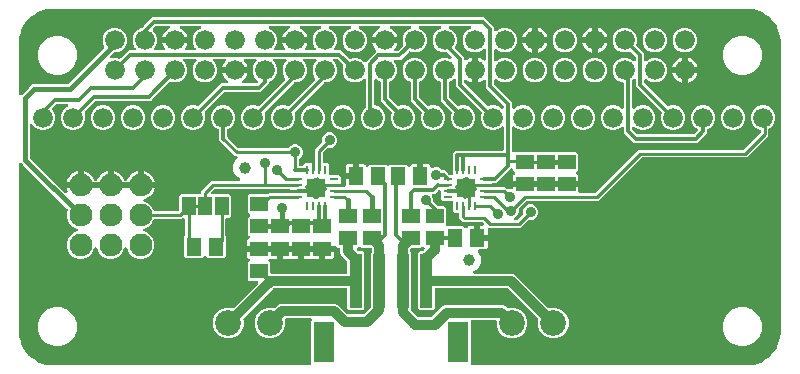
<source format=gbr>
G04 EAGLE Gerber RS-274X export*
G75*
%MOMM*%
%FSLAX34Y34*%
%LPD*%
%INTop Copper*%
%IPPOS*%
%AMOC8*
5,1,8,0,0,1.08239X$1,22.5*%
G01*
%ADD10C,1.676400*%
%ADD11C,1.000000*%
%ADD12C,1.930400*%
%ADD13R,1.500000X1.500000*%
%ADD14R,0.800000X0.280000*%
%ADD15R,0.280000X0.800000*%
%ADD16R,1.500000X1.240000*%
%ADD17R,1.240000X1.500000*%
%ADD18C,2.184400*%
%ADD19R,1.000000X4.600000*%
%ADD20R,1.700000X3.400000*%
%ADD21R,1.168400X1.600200*%
%ADD22C,0.304800*%
%ADD23C,0.906400*%
%ADD24C,0.254000*%
%ADD25C,0.406400*%
%ADD26C,0.812800*%

G36*
X620022Y2543D02*
X620022Y2543D01*
X620100Y2545D01*
X624197Y2867D01*
X624264Y2881D01*
X624333Y2885D01*
X624489Y2925D01*
X632282Y5457D01*
X632390Y5508D01*
X632500Y5551D01*
X632551Y5584D01*
X632570Y5593D01*
X632586Y5606D01*
X632636Y5638D01*
X639265Y10454D01*
X639352Y10535D01*
X639443Y10611D01*
X639482Y10658D01*
X639497Y10672D01*
X639508Y10689D01*
X639546Y10735D01*
X644362Y17364D01*
X644420Y17468D01*
X644483Y17568D01*
X644506Y17625D01*
X644516Y17643D01*
X644521Y17662D01*
X644543Y17718D01*
X647075Y25511D01*
X647088Y25579D01*
X647110Y25644D01*
X647133Y25803D01*
X647455Y29900D01*
X647454Y29922D01*
X647459Y30000D01*
X647459Y276604D01*
X647457Y276626D01*
X647455Y276704D01*
X647133Y280801D01*
X647119Y280868D01*
X647115Y280937D01*
X647075Y281093D01*
X644543Y288886D01*
X644492Y288994D01*
X644449Y289104D01*
X644416Y289155D01*
X644407Y289174D01*
X644394Y289190D01*
X644362Y289240D01*
X639546Y295869D01*
X639465Y295956D01*
X639389Y296047D01*
X639342Y296086D01*
X639328Y296101D01*
X639311Y296112D01*
X639265Y296150D01*
X632636Y300966D01*
X632532Y301024D01*
X632432Y301087D01*
X632375Y301110D01*
X632357Y301120D01*
X632338Y301125D01*
X632282Y301147D01*
X624489Y303679D01*
X624421Y303692D01*
X624356Y303714D01*
X624197Y303737D01*
X620100Y304059D01*
X620078Y304058D01*
X620000Y304063D01*
X30000Y304063D01*
X29978Y304061D01*
X29900Y304059D01*
X25803Y303737D01*
X25736Y303723D01*
X25667Y303719D01*
X25511Y303679D01*
X17718Y301147D01*
X17610Y301096D01*
X17500Y301053D01*
X17449Y301020D01*
X17430Y301011D01*
X17414Y300998D01*
X17364Y300966D01*
X10735Y296150D01*
X10648Y296069D01*
X10557Y295993D01*
X10518Y295946D01*
X10503Y295932D01*
X10492Y295915D01*
X10454Y295869D01*
X5638Y289240D01*
X5580Y289136D01*
X5517Y289036D01*
X5494Y288979D01*
X5484Y288961D01*
X5479Y288942D01*
X5457Y288886D01*
X2925Y281093D01*
X2912Y281025D01*
X2890Y280960D01*
X2867Y280801D01*
X2545Y276704D01*
X2546Y276682D01*
X2541Y276604D01*
X2541Y232333D01*
X2558Y232196D01*
X2571Y232057D01*
X2578Y232038D01*
X2581Y232018D01*
X2632Y231889D01*
X2679Y231758D01*
X2690Y231741D01*
X2698Y231722D01*
X2779Y231610D01*
X2857Y231495D01*
X2873Y231481D01*
X2884Y231465D01*
X2992Y231376D01*
X3096Y231284D01*
X3114Y231275D01*
X3129Y231262D01*
X3255Y231203D01*
X3379Y231140D01*
X3399Y231135D01*
X3417Y231126D01*
X3553Y231100D01*
X3689Y231070D01*
X3710Y231070D01*
X3729Y231067D01*
X3868Y231075D01*
X4007Y231080D01*
X4027Y231085D01*
X4047Y231086D01*
X4179Y231129D01*
X4313Y231168D01*
X4330Y231178D01*
X4349Y231184D01*
X4467Y231259D01*
X4587Y231329D01*
X4608Y231348D01*
X4618Y231355D01*
X4632Y231370D01*
X4707Y231436D01*
X10804Y237532D01*
X13556Y240285D01*
X43511Y240285D01*
X43609Y240297D01*
X43708Y240300D01*
X43766Y240317D01*
X43826Y240325D01*
X43918Y240361D01*
X44013Y240389D01*
X44065Y240419D01*
X44122Y240442D01*
X44202Y240500D01*
X44287Y240550D01*
X44363Y240616D01*
X44379Y240628D01*
X44387Y240638D01*
X44408Y240656D01*
X74471Y270719D01*
X74489Y270742D01*
X74511Y270762D01*
X74586Y270868D01*
X74666Y270970D01*
X74677Y270998D01*
X74694Y271022D01*
X74740Y271143D01*
X74773Y271219D01*
X74778Y271229D01*
X74778Y271231D01*
X74792Y271262D01*
X74797Y271291D01*
X74807Y271319D01*
X74821Y271448D01*
X74829Y271496D01*
X74838Y271541D01*
X74837Y271548D01*
X74842Y271576D01*
X74839Y271606D01*
X74842Y271635D01*
X74824Y271764D01*
X74823Y271773D01*
X74818Y271859D01*
X74814Y271871D01*
X74812Y271893D01*
X74802Y271921D01*
X74798Y271950D01*
X74746Y272102D01*
X73285Y275628D01*
X73285Y279772D01*
X74871Y283599D01*
X77801Y286529D01*
X81628Y288115D01*
X85772Y288115D01*
X89599Y286529D01*
X92529Y283599D01*
X94115Y279772D01*
X94115Y275628D01*
X92529Y271801D01*
X89599Y268871D01*
X85772Y267285D01*
X83059Y267285D01*
X82961Y267273D01*
X82862Y267270D01*
X82804Y267253D01*
X82744Y267245D01*
X82652Y267209D01*
X82557Y267181D01*
X82505Y267151D01*
X82448Y267128D01*
X82368Y267070D01*
X82283Y267020D01*
X82207Y266954D01*
X82191Y266942D01*
X82183Y266932D01*
X82162Y266914D01*
X79883Y264635D01*
X79841Y264580D01*
X79790Y264531D01*
X79744Y264455D01*
X79688Y264384D01*
X79661Y264320D01*
X79624Y264260D01*
X79598Y264174D01*
X79562Y264092D01*
X79551Y264023D01*
X79531Y263956D01*
X79526Y263867D01*
X79512Y263778D01*
X79519Y263708D01*
X79516Y263639D01*
X79534Y263551D01*
X79542Y263461D01*
X79566Y263395D01*
X79580Y263327D01*
X79619Y263247D01*
X79650Y263162D01*
X79689Y263104D01*
X79720Y263041D01*
X79778Y262973D01*
X79828Y262899D01*
X79881Y262853D01*
X79926Y262799D01*
X79999Y262748D01*
X80067Y262688D01*
X80129Y262656D01*
X80186Y262616D01*
X80270Y262585D01*
X80350Y262544D01*
X80418Y262528D01*
X80483Y262504D01*
X80573Y262494D01*
X80660Y262474D01*
X80730Y262476D01*
X80799Y262468D01*
X80888Y262481D01*
X80978Y262484D01*
X81045Y262503D01*
X81114Y262513D01*
X81267Y262565D01*
X81628Y262715D01*
X85772Y262715D01*
X87331Y262069D01*
X87359Y262061D01*
X87386Y262048D01*
X87512Y262019D01*
X87638Y261985D01*
X87667Y261984D01*
X87696Y261978D01*
X87826Y261982D01*
X87956Y261980D01*
X87984Y261987D01*
X88014Y261988D01*
X88138Y262024D01*
X88265Y262054D01*
X88291Y262068D01*
X88319Y262076D01*
X88431Y262142D01*
X88546Y262203D01*
X88568Y262223D01*
X88593Y262238D01*
X88714Y262344D01*
X95357Y268987D01*
X100020Y268987D01*
X100158Y269004D01*
X100297Y269017D01*
X100316Y269024D01*
X100336Y269027D01*
X100465Y269078D01*
X100596Y269125D01*
X100613Y269136D01*
X100632Y269144D01*
X100744Y269225D01*
X100859Y269303D01*
X100873Y269319D01*
X100889Y269330D01*
X100978Y269438D01*
X101070Y269542D01*
X101079Y269560D01*
X101092Y269575D01*
X101151Y269701D01*
X101214Y269825D01*
X101219Y269845D01*
X101227Y269863D01*
X101253Y270000D01*
X101284Y270135D01*
X101283Y270156D01*
X101287Y270175D01*
X101278Y270314D01*
X101274Y270453D01*
X101269Y270473D01*
X101267Y270493D01*
X101225Y270625D01*
X101186Y270759D01*
X101176Y270776D01*
X101169Y270795D01*
X101095Y270913D01*
X101024Y271033D01*
X101006Y271054D01*
X100999Y271064D01*
X100984Y271078D01*
X100918Y271153D01*
X100271Y271801D01*
X98685Y275628D01*
X98685Y279772D01*
X100271Y283599D01*
X103201Y286529D01*
X105987Y287683D01*
X105995Y287688D01*
X106004Y287690D01*
X106132Y287766D01*
X106263Y287841D01*
X106270Y287847D01*
X106278Y287852D01*
X106398Y287958D01*
X107998Y289558D01*
X107999Y289558D01*
X112912Y294471D01*
X112912Y294472D01*
X115367Y296927D01*
X396443Y296927D01*
X404877Y288493D01*
X404877Y286470D01*
X404894Y286332D01*
X404907Y286193D01*
X404914Y286174D01*
X404917Y286154D01*
X404968Y286025D01*
X405015Y285894D01*
X405026Y285877D01*
X405034Y285858D01*
X405115Y285746D01*
X405193Y285631D01*
X405209Y285617D01*
X405220Y285601D01*
X405328Y285512D01*
X405432Y285420D01*
X405450Y285411D01*
X405465Y285398D01*
X405591Y285339D01*
X405715Y285276D01*
X405735Y285271D01*
X405753Y285263D01*
X405890Y285237D01*
X406025Y285206D01*
X406046Y285207D01*
X406065Y285203D01*
X406204Y285212D01*
X406343Y285216D01*
X406363Y285221D01*
X406383Y285223D01*
X406515Y285265D01*
X406649Y285304D01*
X406666Y285314D01*
X406685Y285321D01*
X406803Y285395D01*
X406923Y285466D01*
X406944Y285484D01*
X406954Y285491D01*
X406968Y285506D01*
X407043Y285572D01*
X408001Y286529D01*
X411828Y288115D01*
X415972Y288115D01*
X419799Y286529D01*
X422729Y283599D01*
X424315Y279772D01*
X424315Y275628D01*
X422729Y271801D01*
X419799Y268871D01*
X415972Y267285D01*
X411828Y267285D01*
X408001Y268871D01*
X407043Y269828D01*
X406934Y269913D01*
X406827Y270002D01*
X406808Y270010D01*
X406792Y270023D01*
X406665Y270078D01*
X406539Y270137D01*
X406519Y270141D01*
X406500Y270149D01*
X406362Y270171D01*
X406226Y270197D01*
X406206Y270196D01*
X406186Y270199D01*
X406047Y270186D01*
X405909Y270177D01*
X405890Y270171D01*
X405870Y270169D01*
X405738Y270122D01*
X405607Y270079D01*
X405589Y270068D01*
X405570Y270062D01*
X405455Y269984D01*
X405338Y269909D01*
X405324Y269894D01*
X405307Y269883D01*
X405215Y269779D01*
X405120Y269678D01*
X405110Y269660D01*
X405097Y269645D01*
X405034Y269521D01*
X404966Y269399D01*
X404961Y269379D01*
X404952Y269361D01*
X404922Y269226D01*
X404887Y269091D01*
X404885Y269063D01*
X404882Y269051D01*
X404883Y269031D01*
X404877Y268930D01*
X404877Y261070D01*
X404894Y260932D01*
X404907Y260793D01*
X404914Y260774D01*
X404917Y260754D01*
X404968Y260625D01*
X405015Y260494D01*
X405026Y260477D01*
X405034Y260458D01*
X405115Y260346D01*
X405193Y260231D01*
X405209Y260217D01*
X405220Y260201D01*
X405328Y260112D01*
X405432Y260020D01*
X405450Y260011D01*
X405465Y259998D01*
X405591Y259939D01*
X405715Y259876D01*
X405735Y259871D01*
X405753Y259863D01*
X405890Y259837D01*
X406025Y259806D01*
X406046Y259807D01*
X406065Y259803D01*
X406204Y259812D01*
X406343Y259816D01*
X406363Y259821D01*
X406383Y259823D01*
X406515Y259865D01*
X406649Y259904D01*
X406666Y259914D01*
X406685Y259921D01*
X406803Y259995D01*
X406923Y260066D01*
X406944Y260084D01*
X406954Y260091D01*
X406968Y260106D01*
X407043Y260172D01*
X408001Y261129D01*
X411828Y262715D01*
X415972Y262715D01*
X419799Y261129D01*
X422729Y258199D01*
X424315Y254372D01*
X424315Y250228D01*
X422729Y246401D01*
X419799Y243471D01*
X415972Y241885D01*
X411828Y241885D01*
X408001Y243471D01*
X407043Y244428D01*
X406934Y244513D01*
X406827Y244602D01*
X406808Y244610D01*
X406792Y244623D01*
X406665Y244678D01*
X406539Y244737D01*
X406519Y244741D01*
X406500Y244749D01*
X406362Y244771D01*
X406226Y244797D01*
X406206Y244796D01*
X406186Y244799D01*
X406047Y244786D01*
X405909Y244777D01*
X405890Y244771D01*
X405870Y244769D01*
X405738Y244722D01*
X405607Y244679D01*
X405589Y244668D01*
X405570Y244662D01*
X405455Y244584D01*
X405338Y244509D01*
X405324Y244494D01*
X405307Y244483D01*
X405215Y244379D01*
X405120Y244278D01*
X405110Y244260D01*
X405097Y244245D01*
X405034Y244121D01*
X404966Y243999D01*
X404961Y243979D01*
X404952Y243961D01*
X404922Y243826D01*
X404887Y243691D01*
X404885Y243663D01*
X404882Y243651D01*
X404883Y243631D01*
X404877Y243530D01*
X404877Y240759D01*
X404889Y240661D01*
X404892Y240562D01*
X404909Y240504D01*
X404917Y240443D01*
X404953Y240351D01*
X404981Y240256D01*
X405011Y240204D01*
X405034Y240148D01*
X405092Y240068D01*
X405142Y239982D01*
X405208Y239907D01*
X405220Y239890D01*
X405230Y239883D01*
X405248Y239861D01*
X420117Y224993D01*
X420117Y220740D01*
X420134Y220601D01*
X420147Y220463D01*
X420154Y220444D01*
X420157Y220424D01*
X420208Y220295D01*
X420255Y220164D01*
X420266Y220147D01*
X420274Y220128D01*
X420355Y220016D01*
X420433Y219901D01*
X420449Y219887D01*
X420460Y219871D01*
X420568Y219782D01*
X420672Y219690D01*
X420690Y219681D01*
X420705Y219668D01*
X420831Y219609D01*
X420955Y219546D01*
X420975Y219541D01*
X420993Y219533D01*
X421130Y219507D01*
X421265Y219476D01*
X421286Y219477D01*
X421305Y219473D01*
X421444Y219482D01*
X421583Y219486D01*
X421603Y219491D01*
X421623Y219493D01*
X421755Y219535D01*
X421889Y219574D01*
X421906Y219584D01*
X421925Y219591D01*
X422043Y219665D01*
X422163Y219736D01*
X422184Y219754D01*
X422194Y219761D01*
X422208Y219776D01*
X422283Y219842D01*
X423361Y220919D01*
X427188Y222505D01*
X431332Y222505D01*
X435159Y220919D01*
X438089Y217989D01*
X439675Y214162D01*
X439675Y210018D01*
X438089Y206191D01*
X435159Y203261D01*
X431332Y201675D01*
X427188Y201675D01*
X423361Y203261D01*
X422283Y204338D01*
X422174Y204423D01*
X422067Y204512D01*
X422048Y204520D01*
X422032Y204533D01*
X421905Y204588D01*
X421779Y204647D01*
X421759Y204651D01*
X421740Y204659D01*
X421602Y204681D01*
X421466Y204707D01*
X421446Y204706D01*
X421426Y204709D01*
X421287Y204696D01*
X421149Y204687D01*
X421130Y204681D01*
X421110Y204679D01*
X420978Y204632D01*
X420847Y204589D01*
X420829Y204578D01*
X420810Y204572D01*
X420695Y204494D01*
X420578Y204419D01*
X420564Y204404D01*
X420547Y204393D01*
X420455Y204289D01*
X420360Y204188D01*
X420350Y204170D01*
X420337Y204155D01*
X420274Y204031D01*
X420206Y203909D01*
X420201Y203889D01*
X420192Y203871D01*
X420162Y203736D01*
X420127Y203601D01*
X420125Y203573D01*
X420122Y203561D01*
X420123Y203541D01*
X420117Y203440D01*
X420117Y183826D01*
X420134Y183688D01*
X420147Y183549D01*
X420154Y183530D01*
X420157Y183510D01*
X420208Y183381D01*
X420255Y183250D01*
X420266Y183233D01*
X420274Y183214D01*
X420355Y183102D01*
X420433Y182987D01*
X420449Y182974D01*
X420460Y182957D01*
X420568Y182868D01*
X420672Y182776D01*
X420690Y182767D01*
X420705Y182754D01*
X420831Y182695D01*
X420955Y182632D01*
X420975Y182627D01*
X420993Y182619D01*
X421129Y182593D01*
X421265Y182562D01*
X421286Y182563D01*
X421305Y182559D01*
X421444Y182568D01*
X421583Y182572D01*
X421603Y182577D01*
X421623Y182579D01*
X421755Y182622D01*
X421889Y182660D01*
X421906Y182671D01*
X421925Y182677D01*
X422043Y182751D01*
X422163Y182822D01*
X422175Y182833D01*
X439226Y182833D01*
X439300Y182816D01*
X439340Y182817D01*
X439380Y182811D01*
X439499Y182822D01*
X439618Y182826D01*
X439641Y182833D01*
X457006Y182833D01*
X457080Y182816D01*
X457120Y182817D01*
X457160Y182811D01*
X457279Y182822D01*
X457398Y182826D01*
X457421Y182833D01*
X474432Y182833D01*
X475623Y181642D01*
X475623Y167558D01*
X474258Y166193D01*
X474181Y166094D01*
X474099Y165999D01*
X474084Y165969D01*
X474063Y165942D01*
X474013Y165827D01*
X473957Y165714D01*
X473950Y165681D01*
X473937Y165650D01*
X473917Y165526D01*
X473891Y165403D01*
X473892Y165369D01*
X473887Y165336D01*
X473898Y165211D01*
X473904Y165085D01*
X473913Y165053D01*
X473917Y165019D01*
X473959Y164901D01*
X473995Y164781D01*
X474013Y164752D01*
X474024Y164720D01*
X474095Y164616D01*
X474160Y164508D01*
X474184Y164485D01*
X474203Y164457D01*
X474297Y164374D01*
X474387Y164286D01*
X474427Y164259D01*
X474441Y164246D01*
X474461Y164236D01*
X474521Y164196D01*
X475150Y163833D01*
X475623Y163360D01*
X475958Y162781D01*
X476131Y162134D01*
X476131Y158139D01*
X467360Y158139D01*
X467242Y158124D01*
X467123Y158117D01*
X467085Y158104D01*
X467045Y158099D01*
X466934Y158055D01*
X466821Y158019D01*
X466786Y157997D01*
X466749Y157982D01*
X466653Y157912D01*
X466552Y157849D01*
X466524Y157819D01*
X466492Y157795D01*
X466416Y157704D01*
X466334Y157617D01*
X466315Y157582D01*
X466289Y157550D01*
X466238Y157443D01*
X466181Y157339D01*
X466170Y157299D01*
X466153Y157263D01*
X466131Y157146D01*
X466101Y157031D01*
X466097Y156970D01*
X466093Y156950D01*
X466095Y156930D01*
X466091Y156870D01*
X466091Y154330D01*
X466106Y154212D01*
X466113Y154093D01*
X466126Y154055D01*
X466131Y154015D01*
X466175Y153904D01*
X466211Y153791D01*
X466233Y153756D01*
X466248Y153719D01*
X466318Y153623D01*
X466381Y153522D01*
X466411Y153494D01*
X466435Y153461D01*
X466526Y153386D01*
X466613Y153304D01*
X466648Y153284D01*
X466680Y153259D01*
X466787Y153208D01*
X466891Y153150D01*
X466931Y153140D01*
X466967Y153123D01*
X467084Y153101D01*
X467199Y153071D01*
X467260Y153067D01*
X467280Y153063D01*
X467300Y153065D01*
X467360Y153061D01*
X476131Y153061D01*
X476131Y149472D01*
X476146Y149354D01*
X476153Y149235D01*
X476166Y149197D01*
X476171Y149156D01*
X476214Y149046D01*
X476251Y148933D01*
X476273Y148898D01*
X476288Y148861D01*
X476357Y148765D01*
X476421Y148664D01*
X476451Y148636D01*
X476474Y148603D01*
X476566Y148527D01*
X476653Y148446D01*
X476688Y148426D01*
X476719Y148401D01*
X476827Y148350D01*
X476931Y148292D01*
X476971Y148282D01*
X477007Y148265D01*
X477124Y148243D01*
X477239Y148213D01*
X477299Y148209D01*
X477319Y148205D01*
X477340Y148207D01*
X477400Y148203D01*
X489716Y148203D01*
X489814Y148215D01*
X489913Y148218D01*
X489972Y148235D01*
X490032Y148243D01*
X490124Y148279D01*
X490219Y148307D01*
X490271Y148337D01*
X490327Y148360D01*
X490407Y148418D01*
X490493Y148468D01*
X490568Y148534D01*
X490585Y148546D01*
X490593Y148556D01*
X490614Y148574D01*
X526952Y184913D01*
X615326Y184913D01*
X615424Y184925D01*
X615523Y184928D01*
X615582Y184945D01*
X615642Y184953D01*
X615734Y184989D01*
X615829Y185017D01*
X615881Y185047D01*
X615937Y185070D01*
X616017Y185128D01*
X616103Y185178D01*
X616178Y185244D01*
X616195Y185256D01*
X616203Y185266D01*
X616224Y185284D01*
X630056Y199116D01*
X630116Y199195D01*
X630184Y199267D01*
X630213Y199320D01*
X630250Y199368D01*
X630290Y199459D01*
X630338Y199545D01*
X630353Y199604D01*
X630377Y199659D01*
X630392Y199757D01*
X630417Y199853D01*
X630423Y199953D01*
X630427Y199974D01*
X630425Y199986D01*
X630427Y200014D01*
X630427Y200811D01*
X630424Y200840D01*
X630426Y200870D01*
X630404Y200998D01*
X630387Y201127D01*
X630377Y201154D01*
X630372Y201183D01*
X630318Y201302D01*
X630270Y201422D01*
X630253Y201446D01*
X630241Y201473D01*
X630160Y201575D01*
X630084Y201680D01*
X630061Y201698D01*
X630042Y201722D01*
X629939Y201800D01*
X629839Y201882D01*
X629812Y201895D01*
X629788Y201913D01*
X629644Y201984D01*
X626561Y203261D01*
X623631Y206191D01*
X622045Y210018D01*
X622045Y214162D01*
X623631Y217989D01*
X626561Y220919D01*
X630388Y222505D01*
X634532Y222505D01*
X638359Y220919D01*
X641289Y217989D01*
X642875Y214162D01*
X642875Y210018D01*
X641289Y206191D01*
X638359Y203261D01*
X637816Y203036D01*
X637791Y203021D01*
X637763Y203012D01*
X637653Y202943D01*
X637540Y202878D01*
X637519Y202858D01*
X637494Y202842D01*
X637405Y202747D01*
X637312Y202657D01*
X637296Y202632D01*
X637276Y202610D01*
X637213Y202497D01*
X637145Y202386D01*
X637137Y202358D01*
X637122Y202332D01*
X637090Y202206D01*
X637052Y202082D01*
X637050Y202052D01*
X637043Y202024D01*
X637033Y201863D01*
X637033Y196752D01*
X618588Y178307D01*
X530214Y178307D01*
X530116Y178295D01*
X530017Y178292D01*
X529958Y178275D01*
X529898Y178267D01*
X529806Y178231D01*
X529711Y178203D01*
X529659Y178173D01*
X529603Y178150D01*
X529523Y178092D01*
X529437Y178042D01*
X529362Y177976D01*
X529345Y177964D01*
X529337Y177954D01*
X529316Y177936D01*
X492978Y141597D01*
X432544Y141597D01*
X432446Y141585D01*
X432347Y141582D01*
X432288Y141565D01*
X432228Y141557D01*
X432136Y141521D01*
X432041Y141493D01*
X431989Y141463D01*
X431933Y141440D01*
X431853Y141382D01*
X431767Y141332D01*
X431692Y141266D01*
X431675Y141254D01*
X431667Y141244D01*
X431646Y141226D01*
X426036Y135616D01*
X425976Y135537D01*
X425908Y135465D01*
X425879Y135412D01*
X425842Y135364D01*
X425802Y135273D01*
X425754Y135187D01*
X425739Y135128D01*
X425715Y135073D01*
X425700Y134975D01*
X425675Y134879D01*
X425669Y134779D01*
X425665Y134758D01*
X425667Y134746D01*
X425665Y134718D01*
X425665Y132044D01*
X424665Y129631D01*
X422819Y127785D01*
X422529Y127665D01*
X422468Y127630D01*
X422403Y127604D01*
X422331Y127552D01*
X422252Y127507D01*
X422202Y127458D01*
X422146Y127418D01*
X422089Y127348D01*
X422024Y127286D01*
X421988Y127226D01*
X421943Y127173D01*
X421905Y127091D01*
X421858Y127015D01*
X421837Y126948D01*
X421808Y126885D01*
X421791Y126797D01*
X421764Y126711D01*
X421761Y126641D01*
X421748Y126572D01*
X421753Y126483D01*
X421749Y126393D01*
X421763Y126325D01*
X421767Y126255D01*
X421795Y126170D01*
X421813Y126082D01*
X421844Y126019D01*
X421866Y125953D01*
X421914Y125877D01*
X421953Y125796D01*
X421998Y125743D01*
X422036Y125684D01*
X422101Y125622D01*
X422159Y125554D01*
X422216Y125514D01*
X422267Y125466D01*
X422346Y125423D01*
X422419Y125371D01*
X422485Y125346D01*
X422546Y125312D01*
X422633Y125290D01*
X422717Y125258D01*
X422786Y125250D01*
X422854Y125233D01*
X423014Y125223D01*
X423556Y125223D01*
X423654Y125235D01*
X423753Y125238D01*
X423812Y125255D01*
X423872Y125263D01*
X423964Y125299D01*
X424059Y125327D01*
X424111Y125357D01*
X424167Y125380D01*
X424247Y125438D01*
X424333Y125488D01*
X424408Y125554D01*
X424425Y125566D01*
X424433Y125576D01*
X424454Y125594D01*
X428674Y129814D01*
X428734Y129893D01*
X428802Y129965D01*
X428831Y130018D01*
X428868Y130066D01*
X428908Y130157D01*
X428956Y130243D01*
X428971Y130302D01*
X428995Y130357D01*
X429010Y130455D01*
X429035Y130551D01*
X429041Y130646D01*
X429043Y130654D01*
X429042Y130658D01*
X429045Y130672D01*
X429043Y130684D01*
X429045Y130712D01*
X429045Y133386D01*
X430045Y135799D01*
X431891Y137645D01*
X434304Y138645D01*
X436916Y138645D01*
X439329Y137645D01*
X441175Y135799D01*
X442175Y133386D01*
X442175Y130774D01*
X441175Y128361D01*
X439329Y126515D01*
X436916Y125515D01*
X434242Y125515D01*
X434144Y125503D01*
X434045Y125500D01*
X433986Y125483D01*
X433926Y125475D01*
X433834Y125439D01*
X433739Y125411D01*
X433687Y125381D01*
X433631Y125358D01*
X433551Y125300D01*
X433465Y125250D01*
X433390Y125184D01*
X433373Y125172D01*
X433365Y125162D01*
X433344Y125144D01*
X426818Y118617D01*
X400510Y118617D01*
X400392Y118602D01*
X400273Y118595D01*
X400235Y118582D01*
X400194Y118577D01*
X400084Y118534D01*
X399971Y118497D01*
X399936Y118475D01*
X399899Y118460D01*
X399803Y118391D01*
X399702Y118327D01*
X399674Y118297D01*
X399641Y118274D01*
X399565Y118182D01*
X399484Y118095D01*
X399464Y118060D01*
X399439Y118029D01*
X399388Y117921D01*
X399330Y117817D01*
X399320Y117777D01*
X399303Y117741D01*
X399281Y117624D01*
X399251Y117509D01*
X399247Y117449D01*
X399243Y117429D01*
X399245Y117408D01*
X399241Y117348D01*
X399241Y113029D01*
X393039Y113029D01*
X393039Y120531D01*
X394974Y120531D01*
X395112Y120548D01*
X395251Y120561D01*
X395270Y120568D01*
X395290Y120571D01*
X395419Y120622D01*
X395550Y120669D01*
X395567Y120680D01*
X395585Y120688D01*
X395698Y120769D01*
X395813Y120847D01*
X395826Y120863D01*
X395843Y120874D01*
X395932Y120982D01*
X396024Y121086D01*
X396033Y121104D01*
X396046Y121119D01*
X396105Y121245D01*
X396168Y121369D01*
X396173Y121389D01*
X396181Y121407D01*
X396207Y121544D01*
X396238Y121679D01*
X396237Y121700D01*
X396241Y121719D01*
X396232Y121858D01*
X396228Y121997D01*
X396222Y122017D01*
X396221Y122037D01*
X396178Y122169D01*
X396140Y122303D01*
X396129Y122320D01*
X396123Y122339D01*
X396049Y122457D01*
X395978Y122577D01*
X395960Y122598D01*
X395953Y122608D01*
X395938Y122622D01*
X395872Y122698D01*
X395244Y123326D01*
X395165Y123386D01*
X395093Y123454D01*
X395040Y123483D01*
X394992Y123520D01*
X394902Y123560D01*
X394815Y123608D01*
X394756Y123623D01*
X394701Y123647D01*
X394603Y123662D01*
X394507Y123687D01*
X394407Y123693D01*
X394386Y123697D01*
X394374Y123695D01*
X394346Y123697D01*
X378362Y123697D01*
X375197Y126862D01*
X375197Y130098D01*
X375182Y130216D01*
X375175Y130335D01*
X375162Y130373D01*
X375157Y130414D01*
X375114Y130524D01*
X375077Y130637D01*
X375055Y130672D01*
X375040Y130709D01*
X374971Y130805D01*
X374907Y130906D01*
X374877Y130934D01*
X374854Y130967D01*
X374762Y131043D01*
X374675Y131124D01*
X374640Y131144D01*
X374609Y131169D01*
X374501Y131220D01*
X374397Y131278D01*
X374357Y131288D01*
X374321Y131305D01*
X374204Y131327D01*
X374089Y131357D01*
X374029Y131361D01*
X374009Y131365D01*
X373988Y131363D01*
X373928Y131367D01*
X371258Y131367D01*
X370067Y132558D01*
X370067Y140198D01*
X370052Y140316D01*
X370045Y140435D01*
X370032Y140473D01*
X370027Y140514D01*
X369984Y140624D01*
X369947Y140737D01*
X369925Y140772D01*
X369910Y140809D01*
X369841Y140905D01*
X369777Y141006D01*
X369747Y141034D01*
X369724Y141067D01*
X369632Y141143D01*
X369545Y141224D01*
X369510Y141244D01*
X369479Y141269D01*
X369371Y141320D01*
X369267Y141378D01*
X369227Y141388D01*
X369191Y141405D01*
X369074Y141427D01*
X368959Y141457D01*
X368899Y141461D01*
X368879Y141465D01*
X368858Y141463D01*
X368798Y141467D01*
X361158Y141467D01*
X359967Y142658D01*
X359967Y146599D01*
X359956Y146691D01*
X359954Y146783D01*
X359936Y146848D01*
X359927Y146915D01*
X359893Y147001D01*
X359869Y147090D01*
X359817Y147195D01*
X359810Y147210D01*
X359805Y147217D01*
X359797Y147234D01*
X359632Y147519D01*
X359459Y148166D01*
X359459Y149435D01*
X359442Y149573D01*
X359429Y149711D01*
X359422Y149731D01*
X359419Y149751D01*
X359368Y149880D01*
X359321Y150011D01*
X359310Y150028D01*
X359302Y150046D01*
X359221Y150159D01*
X359143Y150274D01*
X359127Y150287D01*
X359116Y150304D01*
X359008Y150392D01*
X358904Y150484D01*
X358886Y150494D01*
X358871Y150506D01*
X358745Y150566D01*
X358621Y150629D01*
X358601Y150633D01*
X358583Y150642D01*
X358447Y150668D01*
X358311Y150699D01*
X358290Y150698D01*
X358271Y150702D01*
X358132Y150693D01*
X357993Y150689D01*
X357973Y150683D01*
X357953Y150682D01*
X357821Y150639D01*
X357687Y150601D01*
X357670Y150590D01*
X357651Y150584D01*
X357533Y150509D01*
X357413Y150439D01*
X357392Y150420D01*
X357382Y150414D01*
X357368Y150399D01*
X357293Y150333D01*
X354533Y147573D01*
X353506Y147573D01*
X353457Y147567D01*
X353407Y147569D01*
X353300Y147547D01*
X353191Y147533D01*
X353144Y147515D01*
X353096Y147505D01*
X352997Y147457D01*
X352895Y147416D01*
X352855Y147387D01*
X352810Y147365D01*
X352727Y147294D01*
X352637Y147230D01*
X352606Y147191D01*
X352568Y147159D01*
X352505Y147069D01*
X352435Y146985D01*
X352413Y146940D01*
X352385Y146899D01*
X352346Y146796D01*
X352299Y146697D01*
X352290Y146648D01*
X352272Y146602D01*
X352260Y146492D01*
X352239Y146385D01*
X352242Y146335D01*
X352237Y146286D01*
X352252Y146176D01*
X352259Y146067D01*
X352274Y146020D01*
X352281Y145971D01*
X352333Y145818D01*
X353275Y143546D01*
X353275Y141231D01*
X353287Y141133D01*
X353290Y141034D01*
X353307Y140976D01*
X353315Y140915D01*
X353351Y140823D01*
X353379Y140728D01*
X353409Y140676D01*
X353432Y140620D01*
X353490Y140540D01*
X353540Y140454D01*
X353606Y140379D01*
X353618Y140362D01*
X353628Y140355D01*
X353646Y140333D01*
X356495Y137484D01*
X356574Y137424D01*
X356646Y137356D01*
X356699Y137327D01*
X356747Y137290D01*
X356838Y137250D01*
X356924Y137202D01*
X356983Y137187D01*
X357039Y137163D01*
X357137Y137148D01*
X357232Y137123D01*
X357332Y137117D01*
X357353Y137113D01*
X357365Y137115D01*
X357393Y137113D01*
X362672Y137113D01*
X363863Y135922D01*
X363863Y121465D01*
X363845Y121372D01*
X363846Y121353D01*
X363843Y121333D01*
X363856Y121194D01*
X363865Y121055D01*
X363871Y121036D01*
X363873Y121017D01*
X363920Y120885D01*
X363963Y120753D01*
X363973Y120736D01*
X363980Y120717D01*
X364058Y120602D01*
X364133Y120484D01*
X364147Y120470D01*
X364158Y120454D01*
X364263Y120362D01*
X364365Y120266D01*
X364382Y120256D01*
X364397Y120243D01*
X364521Y120180D01*
X364643Y120112D01*
X364662Y120108D01*
X364680Y120098D01*
X364816Y120068D01*
X364951Y120033D01*
X364978Y120031D01*
X364990Y120029D01*
X365010Y120029D01*
X365112Y120023D01*
X378542Y120023D01*
X379907Y118658D01*
X380006Y118581D01*
X380101Y118499D01*
X380131Y118484D01*
X380158Y118463D01*
X380273Y118413D01*
X380386Y118357D01*
X380419Y118350D01*
X380450Y118337D01*
X380574Y118317D01*
X380697Y118291D01*
X380731Y118292D01*
X380764Y118287D01*
X380889Y118298D01*
X381015Y118304D01*
X381047Y118313D01*
X381081Y118317D01*
X381199Y118359D01*
X381319Y118395D01*
X381348Y118413D01*
X381380Y118424D01*
X381484Y118495D01*
X381592Y118560D01*
X381615Y118584D01*
X381643Y118603D01*
X381726Y118697D01*
X381814Y118787D01*
X381841Y118827D01*
X381854Y118841D01*
X381864Y118861D01*
X381904Y118921D01*
X382267Y119550D01*
X382740Y120023D01*
X383319Y120358D01*
X383966Y120531D01*
X387961Y120531D01*
X387961Y111760D01*
X387976Y111642D01*
X387983Y111523D01*
X387996Y111485D01*
X388001Y111445D01*
X388044Y111334D01*
X388081Y111221D01*
X388103Y111186D01*
X388118Y111149D01*
X388188Y111053D01*
X388251Y110952D01*
X388281Y110924D01*
X388305Y110892D01*
X388396Y110816D01*
X388483Y110734D01*
X388518Y110715D01*
X388549Y110689D01*
X388657Y110638D01*
X388761Y110581D01*
X388801Y110570D01*
X388837Y110553D01*
X388954Y110531D01*
X389069Y110501D01*
X389130Y110497D01*
X389150Y110493D01*
X389170Y110495D01*
X389230Y110491D01*
X390501Y110491D01*
X390501Y109220D01*
X390516Y109102D01*
X390523Y108983D01*
X390536Y108945D01*
X390541Y108905D01*
X390585Y108794D01*
X390621Y108681D01*
X390643Y108646D01*
X390658Y108609D01*
X390728Y108513D01*
X390791Y108412D01*
X390821Y108384D01*
X390845Y108351D01*
X390936Y108276D01*
X391023Y108194D01*
X391058Y108174D01*
X391090Y108149D01*
X391197Y108098D01*
X391301Y108040D01*
X391341Y108030D01*
X391377Y108013D01*
X391494Y107991D01*
X391609Y107961D01*
X391670Y107957D01*
X391690Y107953D01*
X391710Y107955D01*
X391770Y107951D01*
X399241Y107951D01*
X399241Y102656D01*
X399068Y102009D01*
X398733Y101430D01*
X398260Y100957D01*
X397681Y100622D01*
X397034Y100449D01*
X392085Y100449D01*
X391954Y100433D01*
X391821Y100422D01*
X391796Y100413D01*
X391769Y100409D01*
X391646Y100361D01*
X391521Y100317D01*
X391499Y100302D01*
X391474Y100292D01*
X391367Y100215D01*
X391256Y100141D01*
X391238Y100121D01*
X391216Y100106D01*
X391132Y100003D01*
X391043Y99905D01*
X391031Y99881D01*
X391013Y99861D01*
X390957Y99741D01*
X390896Y99624D01*
X390889Y99597D01*
X390878Y99573D01*
X390853Y99443D01*
X390823Y99314D01*
X390823Y99287D01*
X390818Y99261D01*
X390826Y99128D01*
X390829Y98996D01*
X390836Y98970D01*
X390838Y98943D01*
X390879Y98817D01*
X390914Y98690D01*
X390931Y98655D01*
X390936Y98641D01*
X390948Y98622D01*
X390986Y98545D01*
X393541Y94120D01*
X393541Y88760D01*
X390861Y84119D01*
X387702Y82295D01*
X387586Y82207D01*
X387468Y82122D01*
X387460Y82111D01*
X387449Y82103D01*
X387359Y81989D01*
X387265Y81877D01*
X387260Y81864D01*
X387251Y81854D01*
X387192Y81720D01*
X387130Y81589D01*
X387127Y81576D01*
X387122Y81563D01*
X387097Y81419D01*
X387070Y81276D01*
X387071Y81263D01*
X387069Y81250D01*
X387081Y81104D01*
X387090Y80959D01*
X387094Y80946D01*
X387095Y80933D01*
X387143Y80795D01*
X387188Y80657D01*
X387195Y80645D01*
X387200Y80632D01*
X387280Y80511D01*
X387358Y80388D01*
X387368Y80379D01*
X387375Y80367D01*
X387484Y80270D01*
X387590Y80170D01*
X387602Y80163D01*
X387612Y80154D01*
X387740Y80087D01*
X387868Y80016D01*
X387881Y80013D01*
X387893Y80007D01*
X388035Y79973D01*
X388176Y79937D01*
X388194Y79936D01*
X388203Y79934D01*
X388220Y79934D01*
X388337Y79927D01*
X420363Y79927D01*
X422604Y78999D01*
X450462Y51140D01*
X450485Y51122D01*
X450504Y51100D01*
X450563Y51059D01*
X450608Y51015D01*
X450658Y50988D01*
X450713Y50945D01*
X450740Y50933D01*
X450764Y50916D01*
X450840Y50888D01*
X450887Y50862D01*
X450933Y50850D01*
X451005Y50819D01*
X451034Y50814D01*
X451062Y50804D01*
X451151Y50794D01*
X451195Y50782D01*
X451261Y50778D01*
X451319Y50769D01*
X451349Y50772D01*
X451378Y50769D01*
X451506Y50787D01*
X451636Y50799D01*
X451664Y50809D01*
X451693Y50813D01*
X451845Y50865D01*
X452303Y51055D01*
X457457Y51055D01*
X462218Y49083D01*
X465863Y45438D01*
X467835Y40677D01*
X467835Y35523D01*
X465863Y30762D01*
X462218Y27117D01*
X457457Y25145D01*
X452303Y25145D01*
X447542Y27117D01*
X443897Y30762D01*
X441925Y35523D01*
X441925Y40677D01*
X442115Y41135D01*
X442123Y41163D01*
X442136Y41190D01*
X442165Y41316D01*
X442199Y41442D01*
X442199Y41471D01*
X442206Y41500D01*
X442202Y41630D01*
X442204Y41760D01*
X442197Y41788D01*
X442196Y41818D01*
X442160Y41942D01*
X442130Y42069D01*
X442116Y42095D01*
X442108Y42123D01*
X442042Y42235D01*
X441981Y42350D01*
X441961Y42372D01*
X441946Y42397D01*
X441840Y42518D01*
X416996Y67362D01*
X416918Y67422D01*
X416846Y67490D01*
X416793Y67519D01*
X416745Y67556D01*
X416654Y67596D01*
X416568Y67644D01*
X416509Y67659D01*
X416453Y67683D01*
X416355Y67698D01*
X416260Y67723D01*
X416160Y67729D01*
X416139Y67733D01*
X416127Y67731D01*
X416099Y67733D01*
X355802Y67733D01*
X355684Y67718D01*
X355565Y67711D01*
X355527Y67698D01*
X355486Y67693D01*
X355376Y67650D01*
X355263Y67613D01*
X355228Y67591D01*
X355191Y67576D01*
X355095Y67507D01*
X354994Y67443D01*
X354966Y67413D01*
X354933Y67390D01*
X354857Y67298D01*
X354776Y67211D01*
X354756Y67176D01*
X354731Y67145D01*
X354680Y67037D01*
X354622Y66933D01*
X354612Y66893D01*
X354595Y66857D01*
X354573Y66740D01*
X354543Y66625D01*
X354539Y66565D01*
X354535Y66545D01*
X354537Y66524D01*
X354533Y66464D01*
X354533Y49988D01*
X353342Y48797D01*
X341658Y48797D01*
X340467Y49988D01*
X340467Y97672D01*
X341658Y98863D01*
X343715Y98863D01*
X343813Y98875D01*
X343912Y98878D01*
X343971Y98895D01*
X344030Y98903D01*
X344123Y98939D01*
X344218Y98967D01*
X344270Y98997D01*
X344326Y99020D01*
X344406Y99078D01*
X344492Y99128D01*
X344567Y99194D01*
X344583Y99206D01*
X344591Y99216D01*
X344613Y99235D01*
X344705Y99327D01*
X345609Y100231D01*
X345682Y100325D01*
X345761Y100414D01*
X345779Y100450D01*
X345804Y100482D01*
X345851Y100592D01*
X345905Y100698D01*
X345914Y100737D01*
X345930Y100774D01*
X345949Y100892D01*
X345975Y101008D01*
X345974Y101048D01*
X345980Y101088D01*
X345969Y101207D01*
X345965Y101326D01*
X345954Y101365D01*
X345950Y101405D01*
X345910Y101517D01*
X345877Y101631D01*
X345857Y101666D01*
X345843Y101704D01*
X345776Y101803D01*
X345716Y101905D01*
X345676Y101951D01*
X345664Y101967D01*
X345649Y101981D01*
X345609Y102026D01*
X345068Y102568D01*
X344973Y102641D01*
X344884Y102720D01*
X344848Y102738D01*
X344816Y102763D01*
X344707Y102810D01*
X344601Y102864D01*
X344562Y102873D01*
X344524Y102889D01*
X344407Y102908D01*
X344291Y102934D01*
X344250Y102933D01*
X344210Y102939D01*
X344092Y102928D01*
X343973Y102924D01*
X343934Y102913D01*
X343894Y102909D01*
X343782Y102869D01*
X343667Y102836D01*
X343632Y102815D01*
X343594Y102802D01*
X343496Y102735D01*
X343393Y102674D01*
X343348Y102634D01*
X343331Y102623D01*
X343318Y102608D01*
X343273Y102568D01*
X342352Y101647D01*
X334925Y101647D01*
X334827Y101635D01*
X334728Y101632D01*
X334670Y101615D01*
X334610Y101607D01*
X334517Y101571D01*
X334422Y101543D01*
X334370Y101513D01*
X334314Y101490D01*
X334234Y101432D01*
X334148Y101382D01*
X334073Y101316D01*
X334057Y101304D01*
X334049Y101294D01*
X334028Y101276D01*
X333968Y101216D01*
X333908Y101138D01*
X333840Y101066D01*
X333811Y101013D01*
X333774Y100965D01*
X333734Y100874D01*
X333686Y100788D01*
X333671Y100729D01*
X333647Y100673D01*
X333632Y100575D01*
X333607Y100480D01*
X333601Y100380D01*
X333597Y100359D01*
X333599Y100347D01*
X333597Y100319D01*
X333597Y99134D01*
X333609Y99036D01*
X333612Y98936D01*
X333629Y98878D01*
X333637Y98818D01*
X333673Y98726D01*
X333701Y98631D01*
X333731Y98579D01*
X333754Y98522D01*
X333812Y98442D01*
X333862Y98357D01*
X333928Y98282D01*
X333940Y98265D01*
X333950Y98257D01*
X333969Y98236D01*
X334533Y97672D01*
X334533Y49840D01*
X334510Y49795D01*
X334501Y49755D01*
X334485Y49718D01*
X334466Y49601D01*
X334440Y49484D01*
X334441Y49444D01*
X334435Y49404D01*
X334446Y49286D01*
X334450Y49166D01*
X334461Y49128D01*
X334465Y49088D01*
X334505Y48975D01*
X334538Y48861D01*
X334558Y48826D01*
X334572Y48788D01*
X334639Y48690D01*
X334699Y48587D01*
X334739Y48542D01*
X334751Y48525D01*
X334766Y48512D01*
X334806Y48466D01*
X339974Y43298D01*
X340052Y43238D01*
X340124Y43170D01*
X340177Y43141D01*
X340225Y43104D01*
X340316Y43064D01*
X340402Y43016D01*
X340461Y43001D01*
X340517Y42977D01*
X340615Y42962D01*
X340710Y42937D01*
X340810Y42931D01*
X340831Y42927D01*
X340843Y42929D01*
X340871Y42927D01*
X351279Y42927D01*
X351377Y42939D01*
X351476Y42942D01*
X351534Y42959D01*
X351594Y42967D01*
X351687Y43003D01*
X351782Y43031D01*
X351834Y43061D01*
X351890Y43084D01*
X351970Y43142D01*
X352056Y43192D01*
X352131Y43258D01*
X352147Y43270D01*
X352155Y43280D01*
X352176Y43298D01*
X361036Y52159D01*
X363277Y53087D01*
X412203Y53087D01*
X414444Y52159D01*
X415462Y51140D01*
X415485Y51122D01*
X415504Y51100D01*
X415563Y51059D01*
X415608Y51015D01*
X415658Y50988D01*
X415713Y50945D01*
X415740Y50934D01*
X415764Y50916D01*
X415840Y50888D01*
X415887Y50862D01*
X415933Y50850D01*
X416005Y50819D01*
X416034Y50814D01*
X416062Y50804D01*
X416151Y50794D01*
X416195Y50782D01*
X416261Y50778D01*
X416319Y50769D01*
X416349Y50772D01*
X416378Y50769D01*
X416506Y50787D01*
X416636Y50799D01*
X416664Y50809D01*
X416693Y50813D01*
X416845Y50865D01*
X417303Y51055D01*
X422457Y51055D01*
X427218Y49083D01*
X430863Y45438D01*
X432835Y40677D01*
X432835Y35523D01*
X430863Y30762D01*
X427218Y27117D01*
X422457Y25145D01*
X417303Y25145D01*
X412542Y27117D01*
X408897Y30762D01*
X406925Y35523D01*
X406925Y39624D01*
X406910Y39742D01*
X406903Y39861D01*
X406890Y39899D01*
X406885Y39940D01*
X406842Y40050D01*
X406805Y40163D01*
X406783Y40198D01*
X406768Y40235D01*
X406699Y40331D01*
X406635Y40432D01*
X406605Y40460D01*
X406582Y40493D01*
X406490Y40569D01*
X406403Y40650D01*
X406368Y40670D01*
X406337Y40695D01*
X406229Y40746D01*
X406125Y40804D01*
X406085Y40814D01*
X406049Y40831D01*
X405932Y40853D01*
X405817Y40883D01*
X405757Y40887D01*
X405737Y40891D01*
X405716Y40889D01*
X405656Y40893D01*
X386302Y40893D01*
X386184Y40878D01*
X386065Y40871D01*
X386027Y40858D01*
X385986Y40853D01*
X385876Y40810D01*
X385763Y40773D01*
X385728Y40751D01*
X385691Y40736D01*
X385595Y40667D01*
X385494Y40603D01*
X385466Y40573D01*
X385433Y40550D01*
X385357Y40458D01*
X385276Y40371D01*
X385256Y40336D01*
X385231Y40305D01*
X385180Y40197D01*
X385122Y40093D01*
X385112Y40053D01*
X385095Y40017D01*
X385073Y39900D01*
X385043Y39785D01*
X385039Y39725D01*
X385035Y39705D01*
X385037Y39684D01*
X385033Y39624D01*
X385033Y3810D01*
X385048Y3692D01*
X385055Y3573D01*
X385068Y3535D01*
X385073Y3494D01*
X385116Y3384D01*
X385153Y3271D01*
X385175Y3236D01*
X385190Y3199D01*
X385259Y3103D01*
X385323Y3002D01*
X385353Y2974D01*
X385376Y2941D01*
X385468Y2865D01*
X385555Y2784D01*
X385590Y2764D01*
X385621Y2739D01*
X385729Y2688D01*
X385833Y2630D01*
X385873Y2620D01*
X385909Y2603D01*
X386026Y2581D01*
X386141Y2551D01*
X386201Y2547D01*
X386221Y2543D01*
X386242Y2545D01*
X386302Y2541D01*
X620000Y2541D01*
X620022Y2543D01*
G37*
G36*
X248816Y2556D02*
X248816Y2556D01*
X248935Y2563D01*
X248973Y2576D01*
X249014Y2581D01*
X249124Y2624D01*
X249237Y2661D01*
X249272Y2683D01*
X249309Y2698D01*
X249405Y2767D01*
X249506Y2831D01*
X249534Y2861D01*
X249567Y2884D01*
X249643Y2976D01*
X249724Y3063D01*
X249744Y3098D01*
X249769Y3129D01*
X249820Y3237D01*
X249878Y3341D01*
X249888Y3381D01*
X249905Y3417D01*
X249927Y3534D01*
X249957Y3649D01*
X249961Y3709D01*
X249965Y3729D01*
X249963Y3750D01*
X249967Y3810D01*
X249967Y39672D01*
X250292Y39997D01*
X250377Y40106D01*
X250466Y40213D01*
X250474Y40232D01*
X250487Y40248D01*
X250542Y40376D01*
X250601Y40501D01*
X250605Y40521D01*
X250613Y40540D01*
X250635Y40678D01*
X250661Y40814D01*
X250660Y40834D01*
X250663Y40854D01*
X250650Y40993D01*
X250641Y41131D01*
X250635Y41150D01*
X250633Y41170D01*
X250586Y41301D01*
X250543Y41433D01*
X250532Y41451D01*
X250526Y41470D01*
X250448Y41584D01*
X250373Y41702D01*
X250358Y41716D01*
X250347Y41733D01*
X250243Y41825D01*
X250141Y41920D01*
X250124Y41930D01*
X250109Y41943D01*
X249985Y42006D01*
X249863Y42074D01*
X249843Y42079D01*
X249825Y42088D01*
X249689Y42118D01*
X249555Y42153D01*
X249527Y42155D01*
X249515Y42158D01*
X249495Y42157D01*
X249394Y42163D01*
X229074Y42163D01*
X228956Y42148D01*
X228837Y42141D01*
X228799Y42128D01*
X228758Y42123D01*
X228648Y42080D01*
X228535Y42043D01*
X228500Y42021D01*
X228463Y42006D01*
X228367Y41937D01*
X228266Y41873D01*
X228238Y41843D01*
X228205Y41820D01*
X228129Y41728D01*
X228048Y41641D01*
X228028Y41606D01*
X228003Y41575D01*
X227952Y41467D01*
X227894Y41363D01*
X227884Y41323D01*
X227867Y41287D01*
X227845Y41170D01*
X227815Y41055D01*
X227811Y40995D01*
X227807Y40975D01*
X227809Y40954D01*
X227805Y40894D01*
X227805Y35523D01*
X225833Y30762D01*
X222188Y27117D01*
X217427Y25145D01*
X212273Y25145D01*
X207512Y27117D01*
X203867Y30762D01*
X201895Y35523D01*
X201895Y40677D01*
X203867Y45438D01*
X207512Y49083D01*
X212273Y51055D01*
X217427Y51055D01*
X217885Y50865D01*
X217889Y50864D01*
X217893Y50862D01*
X217916Y50856D01*
X217940Y50844D01*
X218066Y50815D01*
X218192Y50781D01*
X218221Y50781D01*
X218250Y50774D01*
X218305Y50776D01*
X218361Y50772D01*
X218374Y50772D01*
X218416Y50778D01*
X218510Y50776D01*
X218538Y50783D01*
X218568Y50784D01*
X218647Y50807D01*
X218690Y50812D01*
X218736Y50830D01*
X218819Y50850D01*
X218845Y50864D01*
X218873Y50872D01*
X218937Y50910D01*
X218986Y50929D01*
X219033Y50963D01*
X219100Y50999D01*
X219122Y51019D01*
X219147Y51034D01*
X219229Y51106D01*
X219243Y51116D01*
X219249Y51124D01*
X219268Y51140D01*
X221556Y53429D01*
X223797Y54357D01*
X270453Y54357D01*
X272694Y53429D01*
X280284Y45838D01*
X280362Y45778D01*
X280434Y45710D01*
X280487Y45681D01*
X280535Y45644D01*
X280626Y45604D01*
X280712Y45556D01*
X280771Y45541D01*
X280827Y45517D01*
X280925Y45502D01*
X281020Y45477D01*
X281120Y45471D01*
X281141Y45467D01*
X281153Y45469D01*
X281181Y45467D01*
X294129Y45467D01*
X294227Y45479D01*
X294326Y45482D01*
X294384Y45499D01*
X294444Y45507D01*
X294537Y45543D01*
X294632Y45571D01*
X294684Y45601D01*
X294740Y45624D01*
X294820Y45682D01*
X294906Y45732D01*
X294981Y45798D01*
X294997Y45810D01*
X295005Y45820D01*
X295026Y45838D01*
X300096Y50908D01*
X300156Y50986D01*
X300224Y51058D01*
X300253Y51111D01*
X300290Y51159D01*
X300330Y51250D01*
X300378Y51336D01*
X300393Y51395D01*
X300417Y51451D01*
X300432Y51549D01*
X300457Y51644D01*
X300463Y51744D01*
X300467Y51765D01*
X300465Y51777D01*
X300467Y51805D01*
X300467Y97672D01*
X301032Y98236D01*
X301092Y98315D01*
X301160Y98387D01*
X301189Y98440D01*
X301226Y98488D01*
X301266Y98578D01*
X301314Y98665D01*
X301329Y98724D01*
X301353Y98779D01*
X301368Y98877D01*
X301393Y98973D01*
X301399Y99073D01*
X301403Y99093D01*
X301401Y99106D01*
X301403Y99134D01*
X301403Y100319D01*
X301391Y100417D01*
X301388Y100516D01*
X301371Y100574D01*
X301363Y100634D01*
X301327Y100727D01*
X301299Y100822D01*
X301269Y100874D01*
X301246Y100930D01*
X301188Y101010D01*
X301138Y101096D01*
X301072Y101171D01*
X301060Y101187D01*
X301050Y101195D01*
X301032Y101216D01*
X300972Y101276D01*
X300894Y101336D01*
X300822Y101404D01*
X300769Y101433D01*
X300721Y101470D01*
X300630Y101510D01*
X300544Y101558D01*
X300485Y101573D01*
X300429Y101597D01*
X300331Y101612D01*
X300236Y101637D01*
X300136Y101643D01*
X300115Y101647D01*
X300103Y101645D01*
X300075Y101647D01*
X292648Y101647D01*
X291727Y102568D01*
X291633Y102641D01*
X291544Y102720D01*
X291508Y102738D01*
X291476Y102763D01*
X291367Y102810D01*
X291261Y102864D01*
X291222Y102873D01*
X291184Y102889D01*
X291067Y102908D01*
X290951Y102934D01*
X290910Y102933D01*
X290870Y102939D01*
X290752Y102928D01*
X290633Y102924D01*
X290594Y102913D01*
X290554Y102909D01*
X290441Y102869D01*
X290327Y102836D01*
X290292Y102815D01*
X290254Y102802D01*
X290156Y102735D01*
X290053Y102674D01*
X290008Y102634D01*
X289991Y102623D01*
X289978Y102608D01*
X289932Y102568D01*
X288756Y101391D01*
X288683Y101297D01*
X288604Y101208D01*
X288586Y101172D01*
X288561Y101140D01*
X288514Y101030D01*
X288460Y100925D01*
X288451Y100885D01*
X288435Y100848D01*
X288416Y100730D01*
X288390Y100614D01*
X288391Y100574D01*
X288385Y100534D01*
X288396Y100415D01*
X288400Y100296D01*
X288411Y100258D01*
X288415Y100217D01*
X288455Y100105D01*
X288488Y99991D01*
X288508Y99956D01*
X288522Y99918D01*
X288589Y99820D01*
X288649Y99717D01*
X288689Y99672D01*
X288701Y99655D01*
X288716Y99641D01*
X288756Y99596D01*
X289118Y99234D01*
X289196Y99174D01*
X289268Y99106D01*
X289321Y99077D01*
X289369Y99040D01*
X289460Y99000D01*
X289546Y98952D01*
X289605Y98937D01*
X289661Y98913D01*
X289759Y98898D01*
X289854Y98873D01*
X289954Y98867D01*
X289975Y98863D01*
X289987Y98865D01*
X290015Y98863D01*
X293342Y98863D01*
X294533Y97672D01*
X294533Y49988D01*
X293342Y48797D01*
X281658Y48797D01*
X280467Y49988D01*
X280467Y66464D01*
X280452Y66582D01*
X280445Y66701D01*
X280432Y66739D01*
X280427Y66780D01*
X280384Y66890D01*
X280347Y67003D01*
X280325Y67038D01*
X280310Y67075D01*
X280241Y67171D01*
X280177Y67272D01*
X280147Y67300D01*
X280124Y67333D01*
X280032Y67409D01*
X279945Y67490D01*
X279910Y67510D01*
X279879Y67535D01*
X279771Y67586D01*
X279667Y67644D01*
X279627Y67654D01*
X279591Y67671D01*
X279474Y67693D01*
X279359Y67723D01*
X279299Y67727D01*
X279279Y67731D01*
X279258Y67729D01*
X279198Y67733D01*
X218631Y67733D01*
X218533Y67721D01*
X218434Y67718D01*
X218376Y67701D01*
X218316Y67693D01*
X218223Y67657D01*
X218128Y67629D01*
X218076Y67599D01*
X218020Y67576D01*
X217940Y67518D01*
X217854Y67468D01*
X217779Y67402D01*
X217763Y67390D01*
X217755Y67380D01*
X217734Y67362D01*
X192890Y42518D01*
X192872Y42495D01*
X192850Y42476D01*
X192775Y42370D01*
X192695Y42267D01*
X192683Y42240D01*
X192666Y42216D01*
X192621Y42094D01*
X192569Y41975D01*
X192564Y41946D01*
X192554Y41918D01*
X192539Y41789D01*
X192519Y41661D01*
X192522Y41631D01*
X192519Y41602D01*
X192537Y41474D01*
X192549Y41344D01*
X192559Y41316D01*
X192563Y41287D01*
X192615Y41135D01*
X192805Y40677D01*
X192805Y35523D01*
X190833Y30762D01*
X187188Y27117D01*
X182427Y25145D01*
X177273Y25145D01*
X172512Y27117D01*
X168867Y30762D01*
X166895Y35523D01*
X166895Y40677D01*
X168867Y45438D01*
X172512Y49083D01*
X177273Y51055D01*
X182427Y51055D01*
X182885Y50865D01*
X182889Y50864D01*
X182893Y50862D01*
X182916Y50856D01*
X182940Y50844D01*
X183066Y50815D01*
X183192Y50781D01*
X183221Y50781D01*
X183250Y50774D01*
X183305Y50776D01*
X183361Y50772D01*
X183374Y50772D01*
X183416Y50778D01*
X183510Y50776D01*
X183538Y50783D01*
X183568Y50784D01*
X183647Y50807D01*
X183690Y50812D01*
X183736Y50830D01*
X183819Y50850D01*
X183845Y50864D01*
X183873Y50872D01*
X183937Y50910D01*
X183986Y50929D01*
X184033Y50963D01*
X184100Y50999D01*
X184122Y51019D01*
X184147Y51034D01*
X184229Y51106D01*
X184243Y51116D01*
X184249Y51124D01*
X184268Y51140D01*
X204668Y71541D01*
X204754Y71650D01*
X204842Y71757D01*
X204851Y71776D01*
X204863Y71792D01*
X204919Y71920D01*
X204978Y72045D01*
X204982Y72065D01*
X204990Y72084D01*
X205012Y72222D01*
X205038Y72358D01*
X205036Y72378D01*
X205040Y72398D01*
X205026Y72537D01*
X205018Y72675D01*
X205012Y72694D01*
X205010Y72714D01*
X204963Y72846D01*
X204920Y72977D01*
X204909Y72995D01*
X204902Y73014D01*
X204824Y73129D01*
X204750Y73246D01*
X204735Y73260D01*
X204724Y73277D01*
X204620Y73369D01*
X204518Y73464D01*
X204500Y73474D01*
X204485Y73487D01*
X204361Y73550D01*
X204240Y73618D01*
X204220Y73623D01*
X204202Y73632D01*
X204066Y73662D01*
X203932Y73697D01*
X203904Y73699D01*
X203892Y73702D01*
X203871Y73701D01*
X203771Y73707D01*
X197398Y73707D01*
X196207Y74898D01*
X196207Y88982D01*
X197572Y90347D01*
X197649Y90446D01*
X197731Y90541D01*
X197746Y90571D01*
X197767Y90598D01*
X197817Y90713D01*
X197873Y90826D01*
X197880Y90859D01*
X197893Y90890D01*
X197913Y91014D01*
X197939Y91137D01*
X197938Y91171D01*
X197943Y91204D01*
X197932Y91329D01*
X197926Y91455D01*
X197917Y91487D01*
X197913Y91521D01*
X197871Y91639D01*
X197835Y91759D01*
X197817Y91788D01*
X197806Y91820D01*
X197735Y91924D01*
X197670Y92032D01*
X197646Y92055D01*
X197627Y92083D01*
X197533Y92166D01*
X197443Y92254D01*
X197403Y92281D01*
X197389Y92294D01*
X197369Y92304D01*
X197309Y92344D01*
X196680Y92707D01*
X196207Y93180D01*
X195872Y93759D01*
X195699Y94406D01*
X195699Y98401D01*
X204470Y98401D01*
X204588Y98416D01*
X204707Y98423D01*
X204745Y98436D01*
X204785Y98441D01*
X204896Y98484D01*
X205009Y98521D01*
X205044Y98543D01*
X205081Y98558D01*
X205177Y98628D01*
X205278Y98691D01*
X205306Y98721D01*
X205338Y98745D01*
X205414Y98836D01*
X205496Y98923D01*
X205515Y98958D01*
X205541Y98989D01*
X205592Y99097D01*
X205649Y99201D01*
X205660Y99241D01*
X205677Y99277D01*
X205699Y99394D01*
X205729Y99509D01*
X205733Y99570D01*
X205737Y99590D01*
X205735Y99610D01*
X205739Y99670D01*
X205739Y102210D01*
X205724Y102328D01*
X205717Y102447D01*
X205704Y102485D01*
X205699Y102525D01*
X205655Y102636D01*
X205619Y102749D01*
X205597Y102784D01*
X205582Y102821D01*
X205512Y102917D01*
X205449Y103018D01*
X205419Y103046D01*
X205395Y103078D01*
X205304Y103154D01*
X205217Y103236D01*
X205182Y103255D01*
X205150Y103281D01*
X205043Y103332D01*
X204939Y103389D01*
X204899Y103400D01*
X204863Y103417D01*
X204746Y103439D01*
X204631Y103469D01*
X204570Y103473D01*
X204550Y103477D01*
X204530Y103475D01*
X204470Y103479D01*
X195699Y103479D01*
X195699Y107474D01*
X195872Y108121D01*
X196207Y108700D01*
X196680Y109173D01*
X197373Y109573D01*
X197473Y109649D01*
X197577Y109720D01*
X197599Y109745D01*
X197626Y109765D01*
X197704Y109864D01*
X197787Y109958D01*
X197803Y109988D01*
X197824Y110014D01*
X197875Y110130D01*
X197932Y110241D01*
X197939Y110274D01*
X197953Y110305D01*
X197974Y110429D01*
X198002Y110552D01*
X198001Y110585D01*
X198006Y110619D01*
X197996Y110744D01*
X197992Y110869D01*
X197983Y110902D01*
X197980Y110935D01*
X197938Y111054D01*
X197904Y111175D01*
X197886Y111204D01*
X197875Y111236D01*
X197806Y111341D01*
X197742Y111449D01*
X197710Y111486D01*
X197700Y111501D01*
X197683Y111515D01*
X197636Y111570D01*
X196207Y112998D01*
X196207Y127082D01*
X197768Y128643D01*
X197841Y128737D01*
X197920Y128826D01*
X197938Y128862D01*
X197963Y128894D01*
X198010Y129003D01*
X198064Y129109D01*
X198073Y129148D01*
X198089Y129186D01*
X198108Y129303D01*
X198134Y129419D01*
X198133Y129460D01*
X198139Y129500D01*
X198128Y129618D01*
X198124Y129737D01*
X198113Y129776D01*
X198109Y129816D01*
X198069Y129928D01*
X198036Y130043D01*
X198015Y130078D01*
X198002Y130116D01*
X197935Y130214D01*
X197874Y130317D01*
X197834Y130362D01*
X197823Y130379D01*
X197808Y130392D01*
X197768Y130438D01*
X196207Y131998D01*
X196207Y146082D01*
X197398Y147273D01*
X212536Y147273D01*
X212634Y147285D01*
X212733Y147288D01*
X212792Y147305D01*
X212852Y147313D01*
X212944Y147349D01*
X213039Y147377D01*
X213091Y147407D01*
X213147Y147430D01*
X213228Y147488D01*
X213313Y147538D01*
X213388Y147604D01*
X213405Y147616D01*
X213413Y147626D01*
X213434Y147645D01*
X213992Y148203D01*
X214077Y148203D01*
X214183Y148216D01*
X214291Y148221D01*
X214341Y148236D01*
X214393Y148243D01*
X214492Y148282D01*
X214595Y148313D01*
X214668Y148352D01*
X214688Y148360D01*
X214701Y148369D01*
X214737Y148388D01*
X214810Y148432D01*
X215608Y148239D01*
X215678Y148231D01*
X215747Y148213D01*
X215907Y148203D01*
X231190Y148203D01*
X231308Y148218D01*
X231427Y148225D01*
X231465Y148238D01*
X231506Y148243D01*
X231616Y148286D01*
X231729Y148323D01*
X231764Y148345D01*
X231801Y148360D01*
X231897Y148429D01*
X231998Y148493D01*
X232026Y148523D01*
X232059Y148546D01*
X232128Y148631D01*
X239000Y148631D01*
X239118Y148646D01*
X239237Y148653D01*
X239275Y148665D01*
X239315Y148670D01*
X239426Y148714D01*
X239539Y148751D01*
X239573Y148773D01*
X239611Y148787D01*
X239707Y148857D01*
X239808Y148921D01*
X239836Y148951D01*
X239868Y148974D01*
X239944Y149066D01*
X240026Y149153D01*
X240045Y149188D01*
X240071Y149219D01*
X240122Y149327D01*
X240179Y149431D01*
X240189Y149470D01*
X240207Y149507D01*
X240229Y149624D01*
X240259Y149739D01*
X240263Y149799D01*
X240266Y149819D01*
X240266Y149820D01*
X240265Y149840D01*
X240269Y149900D01*
X240254Y150018D01*
X240247Y150137D01*
X240234Y150175D01*
X240229Y150216D01*
X240185Y150326D01*
X240149Y150440D01*
X240127Y150474D01*
X240112Y150511D01*
X240042Y150608D01*
X239978Y150708D01*
X239949Y150736D01*
X239925Y150769D01*
X239833Y150845D01*
X239747Y150926D01*
X239711Y150946D01*
X239680Y150972D01*
X239573Y151022D01*
X239468Y151080D01*
X239429Y151090D01*
X239393Y151107D01*
X239276Y151129D01*
X239160Y151159D01*
X239100Y151163D01*
X239080Y151167D01*
X239060Y151166D01*
X239000Y151169D01*
X232135Y151169D01*
X232116Y151197D01*
X232024Y151273D01*
X231937Y151354D01*
X231902Y151374D01*
X231871Y151399D01*
X231763Y151450D01*
X231659Y151508D01*
X231619Y151518D01*
X231583Y151535D01*
X231466Y151557D01*
X231351Y151587D01*
X231290Y151591D01*
X231270Y151595D01*
X231250Y151593D01*
X231190Y151597D01*
X168224Y151597D01*
X168126Y151585D01*
X168027Y151582D01*
X167968Y151565D01*
X167908Y151557D01*
X167816Y151521D01*
X167721Y151493D01*
X167669Y151463D01*
X167613Y151440D01*
X167533Y151382D01*
X167447Y151332D01*
X167372Y151266D01*
X167355Y151254D01*
X167347Y151244D01*
X167326Y151226D01*
X165461Y149360D01*
X165376Y149251D01*
X165287Y149144D01*
X165279Y149125D01*
X165266Y149109D01*
X165211Y148981D01*
X165152Y148856D01*
X165148Y148836D01*
X165140Y148817D01*
X165118Y148679D01*
X165092Y148543D01*
X165093Y148523D01*
X165090Y148503D01*
X165103Y148364D01*
X165112Y148226D01*
X165118Y148207D01*
X165120Y148187D01*
X165167Y148055D01*
X165210Y147924D01*
X165221Y147906D01*
X165228Y147887D01*
X165306Y147772D01*
X165380Y147655D01*
X165395Y147641D01*
X165406Y147624D01*
X165510Y147532D01*
X165612Y147437D01*
X165629Y147427D01*
X165645Y147414D01*
X165769Y147350D01*
X165890Y147283D01*
X165910Y147278D01*
X165928Y147269D01*
X166064Y147239D01*
X166198Y147204D01*
X166226Y147202D01*
X166238Y147199D01*
X166259Y147200D01*
X166359Y147194D01*
X180674Y147194D01*
X181865Y146003D01*
X181865Y128317D01*
X180674Y127126D01*
X178562Y127126D01*
X178444Y127111D01*
X178325Y127104D01*
X178287Y127091D01*
X178246Y127086D01*
X178136Y127043D01*
X178023Y127006D01*
X177988Y126984D01*
X177951Y126969D01*
X177855Y126900D01*
X177754Y126836D01*
X177726Y126806D01*
X177693Y126783D01*
X177617Y126691D01*
X177536Y126604D01*
X177516Y126569D01*
X177491Y126538D01*
X177440Y126430D01*
X177382Y126326D01*
X177372Y126286D01*
X177355Y126250D01*
X177333Y126133D01*
X177303Y126018D01*
X177299Y125958D01*
X177295Y125938D01*
X177297Y125917D01*
X177293Y125857D01*
X177293Y112198D01*
X177305Y112100D01*
X177308Y112001D01*
X177325Y111942D01*
X177333Y111882D01*
X177369Y111790D01*
X177397Y111695D01*
X177427Y111643D01*
X177450Y111587D01*
X177508Y111506D01*
X177558Y111421D01*
X177624Y111346D01*
X177636Y111329D01*
X177646Y111321D01*
X177664Y111300D01*
X177753Y111212D01*
X177753Y94528D01*
X176562Y93337D01*
X162478Y93337D01*
X160918Y94898D01*
X160823Y94971D01*
X160734Y95050D01*
X160698Y95068D01*
X160666Y95093D01*
X160557Y95140D01*
X160451Y95194D01*
X160412Y95203D01*
X160374Y95219D01*
X160257Y95238D01*
X160141Y95264D01*
X160100Y95263D01*
X160060Y95269D01*
X159942Y95258D01*
X159823Y95254D01*
X159784Y95243D01*
X159744Y95239D01*
X159631Y95199D01*
X159517Y95166D01*
X159483Y95145D01*
X159444Y95132D01*
X159346Y95065D01*
X159243Y95004D01*
X159198Y94964D01*
X159181Y94953D01*
X159168Y94938D01*
X159123Y94898D01*
X157562Y93337D01*
X143478Y93337D01*
X142287Y94528D01*
X142287Y111212D01*
X142375Y111300D01*
X142436Y111378D01*
X142504Y111451D01*
X142533Y111504D01*
X142570Y111551D01*
X142610Y111642D01*
X142658Y111729D01*
X142673Y111788D01*
X142697Y111843D01*
X142712Y111941D01*
X142737Y112037D01*
X142743Y112137D01*
X142747Y112157D01*
X142745Y112170D01*
X142747Y112198D01*
X142747Y125857D01*
X142732Y125975D01*
X142725Y126094D01*
X142712Y126132D01*
X142707Y126173D01*
X142664Y126283D01*
X142627Y126396D01*
X142605Y126431D01*
X142590Y126468D01*
X142521Y126564D01*
X142457Y126665D01*
X142427Y126693D01*
X142404Y126726D01*
X142312Y126802D01*
X142225Y126883D01*
X142190Y126903D01*
X142159Y126928D01*
X142051Y126979D01*
X141947Y127037D01*
X141907Y127047D01*
X141871Y127064D01*
X141754Y127086D01*
X141639Y127116D01*
X141579Y127120D01*
X141559Y127124D01*
X141538Y127122D01*
X141478Y127126D01*
X141213Y127126D01*
X141115Y127114D01*
X141016Y127111D01*
X140957Y127094D01*
X140897Y127086D01*
X140805Y127050D01*
X140710Y127022D01*
X140658Y126992D01*
X140602Y126969D01*
X140522Y126911D01*
X140436Y126861D01*
X140361Y126795D01*
X140344Y126783D01*
X140336Y126773D01*
X140315Y126755D01*
X139798Y126237D01*
X117538Y126237D01*
X117508Y126234D01*
X117479Y126236D01*
X117351Y126214D01*
X117222Y126197D01*
X117195Y126187D01*
X117165Y126182D01*
X117047Y126128D01*
X116926Y126080D01*
X116902Y126063D01*
X116875Y126051D01*
X116774Y125970D01*
X116669Y125894D01*
X116650Y125871D01*
X116627Y125852D01*
X116549Y125749D01*
X116466Y125649D01*
X116454Y125622D01*
X116436Y125598D01*
X116365Y125454D01*
X115316Y122921D01*
X112029Y119634D01*
X108114Y118013D01*
X107994Y117944D01*
X107870Y117879D01*
X107856Y117865D01*
X107838Y117855D01*
X107738Y117758D01*
X107635Y117665D01*
X107624Y117648D01*
X107609Y117634D01*
X107537Y117516D01*
X107460Y117399D01*
X107454Y117380D01*
X107443Y117363D01*
X107402Y117230D01*
X107357Y117098D01*
X107356Y117078D01*
X107350Y117059D01*
X107343Y116920D01*
X107332Y116781D01*
X107335Y116761D01*
X107334Y116741D01*
X107363Y116605D01*
X107386Y116468D01*
X107395Y116450D01*
X107399Y116430D01*
X107460Y116304D01*
X107517Y116178D01*
X107530Y116162D01*
X107538Y116144D01*
X107629Y116038D01*
X107716Y115930D01*
X107732Y115917D01*
X107745Y115902D01*
X107859Y115822D01*
X107970Y115738D01*
X107995Y115726D01*
X108005Y115719D01*
X108024Y115712D01*
X108114Y115667D01*
X112029Y114046D01*
X115316Y110759D01*
X117095Y106464D01*
X117095Y101816D01*
X115316Y97521D01*
X112029Y94234D01*
X107734Y92455D01*
X103086Y92455D01*
X98791Y94234D01*
X95504Y97521D01*
X93883Y101436D01*
X93814Y101557D01*
X93749Y101680D01*
X93735Y101695D01*
X93725Y101712D01*
X93628Y101812D01*
X93535Y101915D01*
X93518Y101926D01*
X93504Y101941D01*
X93385Y102013D01*
X93269Y102090D01*
X93250Y102096D01*
X93233Y102107D01*
X93100Y102148D01*
X92968Y102193D01*
X92948Y102194D01*
X92929Y102200D01*
X92790Y102207D01*
X92651Y102218D01*
X92631Y102215D01*
X92611Y102216D01*
X92475Y102187D01*
X92338Y102164D01*
X92319Y102155D01*
X92300Y102151D01*
X92174Y102090D01*
X92048Y102033D01*
X92032Y102020D01*
X92014Y102012D01*
X91908Y101921D01*
X91800Y101834D01*
X91787Y101818D01*
X91772Y101805D01*
X91692Y101691D01*
X91608Y101580D01*
X91596Y101555D01*
X91589Y101545D01*
X91581Y101526D01*
X91537Y101436D01*
X89916Y97521D01*
X86629Y94234D01*
X82334Y92455D01*
X77686Y92455D01*
X73391Y94234D01*
X70104Y97521D01*
X68483Y101436D01*
X68414Y101557D01*
X68349Y101680D01*
X68335Y101695D01*
X68325Y101712D01*
X68228Y101812D01*
X68135Y101915D01*
X68118Y101926D01*
X68104Y101941D01*
X67985Y102013D01*
X67869Y102090D01*
X67850Y102096D01*
X67833Y102107D01*
X67700Y102148D01*
X67568Y102193D01*
X67548Y102194D01*
X67529Y102200D01*
X67390Y102207D01*
X67251Y102218D01*
X67231Y102215D01*
X67211Y102216D01*
X67075Y102187D01*
X66938Y102164D01*
X66919Y102155D01*
X66900Y102151D01*
X66774Y102090D01*
X66648Y102033D01*
X66632Y102020D01*
X66614Y102012D01*
X66508Y101921D01*
X66400Y101834D01*
X66387Y101818D01*
X66372Y101805D01*
X66292Y101691D01*
X66208Y101580D01*
X66196Y101555D01*
X66189Y101545D01*
X66181Y101526D01*
X66137Y101436D01*
X64516Y97521D01*
X61229Y94234D01*
X56934Y92455D01*
X52286Y92455D01*
X47991Y94234D01*
X44704Y97521D01*
X42925Y101816D01*
X42925Y106464D01*
X44704Y110759D01*
X47991Y114046D01*
X51906Y115667D01*
X52027Y115736D01*
X52150Y115801D01*
X52165Y115815D01*
X52182Y115825D01*
X52282Y115922D01*
X52385Y116015D01*
X52396Y116032D01*
X52411Y116046D01*
X52483Y116165D01*
X52560Y116281D01*
X52566Y116300D01*
X52577Y116317D01*
X52618Y116450D01*
X52663Y116582D01*
X52664Y116602D01*
X52670Y116621D01*
X52677Y116760D01*
X52688Y116899D01*
X52685Y116919D01*
X52686Y116939D01*
X52657Y117075D01*
X52634Y117212D01*
X52625Y117231D01*
X52621Y117250D01*
X52560Y117376D01*
X52503Y117502D01*
X52490Y117518D01*
X52482Y117536D01*
X52391Y117642D01*
X52304Y117750D01*
X52288Y117763D01*
X52275Y117778D01*
X52161Y117858D01*
X52050Y117942D01*
X52025Y117954D01*
X52015Y117961D01*
X51996Y117968D01*
X51906Y118013D01*
X47991Y119634D01*
X44704Y122921D01*
X42925Y127216D01*
X42925Y131864D01*
X43659Y133635D01*
X43666Y133663D01*
X43680Y133690D01*
X43708Y133816D01*
X43743Y133942D01*
X43743Y133971D01*
X43750Y134000D01*
X43746Y134130D01*
X43748Y134260D01*
X43741Y134288D01*
X43740Y134318D01*
X43704Y134442D01*
X43674Y134569D01*
X43660Y134595D01*
X43651Y134623D01*
X43586Y134735D01*
X43525Y134850D01*
X43505Y134872D01*
X43490Y134897D01*
X43384Y135018D01*
X6308Y172094D01*
X4707Y173694D01*
X4598Y173779D01*
X4491Y173868D01*
X4472Y173877D01*
X4456Y173889D01*
X4328Y173945D01*
X4203Y174004D01*
X4183Y174007D01*
X4164Y174015D01*
X4026Y174037D01*
X3890Y174063D01*
X3870Y174062D01*
X3850Y174065D01*
X3711Y174052D01*
X3573Y174044D01*
X3554Y174037D01*
X3534Y174035D01*
X3402Y173988D01*
X3271Y173946D01*
X3253Y173935D01*
X3234Y173928D01*
X3119Y173850D01*
X3002Y173775D01*
X2988Y173761D01*
X2971Y173749D01*
X2879Y173645D01*
X2784Y173544D01*
X2774Y173526D01*
X2761Y173511D01*
X2697Y173387D01*
X2630Y173265D01*
X2625Y173246D01*
X2616Y173228D01*
X2586Y173092D01*
X2551Y172957D01*
X2549Y172929D01*
X2546Y172917D01*
X2547Y172897D01*
X2541Y172797D01*
X2541Y30000D01*
X2543Y29978D01*
X2545Y29900D01*
X2867Y25803D01*
X2881Y25736D01*
X2885Y25667D01*
X2925Y25511D01*
X5457Y17718D01*
X5508Y17610D01*
X5551Y17500D01*
X5584Y17449D01*
X5593Y17430D01*
X5606Y17414D01*
X5638Y17364D01*
X10454Y10735D01*
X10535Y10648D01*
X10611Y10557D01*
X10658Y10518D01*
X10672Y10503D01*
X10689Y10492D01*
X10735Y10454D01*
X17364Y5638D01*
X17468Y5580D01*
X17568Y5517D01*
X17625Y5494D01*
X17643Y5484D01*
X17662Y5479D01*
X17718Y5457D01*
X25511Y2925D01*
X25579Y2912D01*
X25644Y2890D01*
X25803Y2867D01*
X29900Y2545D01*
X29922Y2546D01*
X30000Y2541D01*
X248698Y2541D01*
X248816Y2556D01*
G37*
G36*
X136634Y132855D02*
X136634Y132855D01*
X136733Y132858D01*
X136792Y132875D01*
X136852Y132883D01*
X136944Y132919D01*
X137039Y132947D01*
X137091Y132977D01*
X137147Y133000D01*
X137227Y133058D01*
X137313Y133108D01*
X137388Y133174D01*
X137405Y133186D01*
X137413Y133196D01*
X137434Y133214D01*
X137804Y133584D01*
X137864Y133663D01*
X137932Y133735D01*
X137961Y133788D01*
X137998Y133836D01*
X138038Y133927D01*
X138086Y134013D01*
X138101Y134072D01*
X138125Y134127D01*
X138140Y134225D01*
X138165Y134321D01*
X138171Y134421D01*
X138175Y134442D01*
X138173Y134454D01*
X138175Y134482D01*
X138175Y146003D01*
X139366Y147194D01*
X155448Y147194D01*
X155566Y147209D01*
X155685Y147216D01*
X155723Y147229D01*
X155764Y147234D01*
X155874Y147277D01*
X155987Y147314D01*
X156022Y147336D01*
X156059Y147351D01*
X156155Y147420D01*
X156256Y147484D01*
X156284Y147514D01*
X156317Y147537D01*
X156393Y147629D01*
X156474Y147716D01*
X156494Y147751D01*
X156519Y147782D01*
X156570Y147890D01*
X156628Y147994D01*
X156638Y148034D01*
X156655Y148070D01*
X156677Y148187D01*
X156707Y148302D01*
X156711Y148362D01*
X156715Y148382D01*
X156713Y148403D01*
X156717Y148463D01*
X156717Y149958D01*
X164962Y158203D01*
X188582Y158203D01*
X188726Y158221D01*
X188871Y158236D01*
X188884Y158241D01*
X188898Y158243D01*
X189033Y158296D01*
X189170Y158347D01*
X189181Y158355D01*
X189193Y158360D01*
X189311Y158445D01*
X189431Y158528D01*
X189440Y158538D01*
X189451Y158546D01*
X189543Y158658D01*
X189639Y158769D01*
X189645Y158781D01*
X189653Y158791D01*
X189715Y158923D01*
X189780Y159054D01*
X189783Y159067D01*
X189789Y159079D01*
X189816Y159221D01*
X189847Y159365D01*
X189846Y159378D01*
X189849Y159391D01*
X189840Y159535D01*
X189834Y159682D01*
X189830Y159695D01*
X189829Y159709D01*
X189784Y159847D01*
X189742Y159987D01*
X189735Y159999D01*
X189731Y160011D01*
X189653Y160134D01*
X189578Y160259D01*
X189568Y160269D01*
X189561Y160280D01*
X189455Y160380D01*
X189351Y160482D01*
X189335Y160492D01*
X189329Y160498D01*
X189314Y160506D01*
X189217Y160571D01*
X186354Y162224D01*
X183674Y166865D01*
X183674Y172225D01*
X186354Y176866D01*
X186948Y177209D01*
X187064Y177297D01*
X187182Y177382D01*
X187190Y177393D01*
X187201Y177401D01*
X187291Y177515D01*
X187384Y177627D01*
X187390Y177640D01*
X187399Y177650D01*
X187458Y177784D01*
X187520Y177915D01*
X187522Y177928D01*
X187528Y177941D01*
X187552Y178085D01*
X187580Y178228D01*
X187579Y178241D01*
X187581Y178254D01*
X187569Y178400D01*
X187560Y178545D01*
X187556Y178558D01*
X187555Y178571D01*
X187507Y178709D01*
X187462Y178847D01*
X187455Y178859D01*
X187450Y178872D01*
X187370Y178993D01*
X187292Y179116D01*
X187282Y179125D01*
X187274Y179137D01*
X187166Y179234D01*
X187060Y179334D01*
X187048Y179341D01*
X187038Y179350D01*
X186909Y179417D01*
X186782Y179488D01*
X186769Y179491D01*
X186757Y179497D01*
X186615Y179531D01*
X186474Y179567D01*
X186455Y179568D01*
X186447Y179570D01*
X186430Y179570D01*
X186313Y179577D01*
X185322Y179577D01*
X174518Y190382D01*
X174439Y190442D01*
X174367Y190510D01*
X174314Y190539D01*
X174266Y190576D01*
X174175Y190616D01*
X174089Y190664D01*
X174030Y190679D01*
X173975Y190703D01*
X173877Y190718D01*
X173803Y190737D01*
X171703Y192837D01*
X171703Y201442D01*
X171700Y201472D01*
X171702Y201501D01*
X171680Y201629D01*
X171663Y201758D01*
X171653Y201785D01*
X171648Y201814D01*
X171594Y201933D01*
X171546Y202054D01*
X171529Y202077D01*
X171517Y202104D01*
X171436Y202206D01*
X171360Y202311D01*
X171337Y202330D01*
X171318Y202353D01*
X171215Y202431D01*
X171115Y202514D01*
X171088Y202526D01*
X171064Y202544D01*
X170920Y202615D01*
X169361Y203261D01*
X166431Y206191D01*
X164845Y210018D01*
X164845Y214162D01*
X166431Y217989D01*
X169361Y220919D01*
X173188Y222505D01*
X177332Y222505D01*
X181159Y220919D01*
X184089Y217989D01*
X185675Y214162D01*
X185675Y210018D01*
X184089Y206191D01*
X181159Y203261D01*
X179600Y202615D01*
X179575Y202600D01*
X179547Y202591D01*
X179437Y202522D01*
X179324Y202457D01*
X179303Y202437D01*
X179278Y202421D01*
X179189Y202327D01*
X179096Y202236D01*
X179080Y202211D01*
X179060Y202189D01*
X178997Y202076D01*
X178929Y201965D01*
X178921Y201937D01*
X178906Y201911D01*
X178874Y201785D01*
X178836Y201661D01*
X178834Y201632D01*
X178827Y201603D01*
X178817Y201442D01*
X178817Y195950D01*
X178829Y195852D01*
X178832Y195753D01*
X178849Y195694D01*
X178857Y195634D01*
X178893Y195542D01*
X178921Y195447D01*
X178951Y195395D01*
X178974Y195339D01*
X179032Y195259D01*
X179082Y195173D01*
X179148Y195098D01*
X179160Y195081D01*
X179170Y195073D01*
X179188Y195052D01*
X187686Y186554D01*
X187765Y186494D01*
X187837Y186426D01*
X187890Y186397D01*
X187938Y186360D01*
X188029Y186320D01*
X188115Y186272D01*
X188174Y186257D01*
X188229Y186233D01*
X188327Y186218D01*
X188423Y186193D01*
X188523Y186187D01*
X188544Y186183D01*
X188556Y186185D01*
X188584Y186183D01*
X229713Y186183D01*
X229811Y186195D01*
X229910Y186198D01*
X229968Y186215D01*
X230029Y186223D01*
X230121Y186259D01*
X230216Y186287D01*
X230268Y186317D01*
X230324Y186340D01*
X230404Y186398D01*
X230490Y186448D01*
X230565Y186514D01*
X230582Y186526D01*
X230589Y186536D01*
X230611Y186554D01*
X232501Y188445D01*
X234914Y189445D01*
X237526Y189445D01*
X239939Y188445D01*
X241785Y186599D01*
X242785Y184186D01*
X242785Y181574D01*
X241785Y179161D01*
X239894Y177271D01*
X239834Y177192D01*
X239766Y177120D01*
X239737Y177067D01*
X239700Y177019D01*
X239660Y176928D01*
X239612Y176842D01*
X239597Y176783D01*
X239573Y176727D01*
X239558Y176629D01*
X239533Y176534D01*
X239527Y176434D01*
X239523Y176413D01*
X239525Y176401D01*
X239523Y176373D01*
X239523Y172466D01*
X239538Y172348D01*
X239545Y172229D01*
X239558Y172191D01*
X239563Y172150D01*
X239606Y172040D01*
X239643Y171927D01*
X239665Y171892D01*
X239680Y171855D01*
X239749Y171759D01*
X239813Y171658D01*
X239843Y171630D01*
X239866Y171597D01*
X239958Y171521D01*
X240045Y171440D01*
X240080Y171420D01*
X240111Y171395D01*
X240219Y171344D01*
X240323Y171286D01*
X240363Y171276D01*
X240399Y171259D01*
X240516Y171237D01*
X240631Y171207D01*
X240691Y171203D01*
X240711Y171199D01*
X240732Y171201D01*
X240792Y171197D01*
X241798Y171197D01*
X241916Y171212D01*
X242035Y171219D01*
X242073Y171232D01*
X242114Y171237D01*
X242224Y171280D01*
X242337Y171317D01*
X242372Y171339D01*
X242409Y171354D01*
X242505Y171423D01*
X242606Y171487D01*
X242634Y171517D01*
X242667Y171540D01*
X242743Y171632D01*
X242824Y171719D01*
X242844Y171754D01*
X242869Y171785D01*
X242920Y171893D01*
X242978Y171997D01*
X242988Y172037D01*
X243005Y172073D01*
X243027Y172190D01*
X243031Y172206D01*
X244258Y173433D01*
X248199Y173433D01*
X248291Y173444D01*
X248383Y173446D01*
X248448Y173464D01*
X248515Y173473D01*
X248601Y173507D01*
X248690Y173531D01*
X248795Y173583D01*
X248810Y173590D01*
X248817Y173595D01*
X248834Y173603D01*
X249119Y173768D01*
X249766Y173941D01*
X250231Y173941D01*
X250231Y167400D01*
X250246Y167282D01*
X250253Y167163D01*
X250265Y167125D01*
X250270Y167085D01*
X250314Y166974D01*
X250351Y166861D01*
X250373Y166827D01*
X250387Y166789D01*
X250457Y166693D01*
X250521Y166592D01*
X250551Y166564D01*
X250574Y166532D01*
X250666Y166456D01*
X250753Y166374D01*
X250788Y166355D01*
X250819Y166329D01*
X250927Y166278D01*
X251031Y166221D01*
X251070Y166211D01*
X251107Y166193D01*
X251224Y166171D01*
X251339Y166141D01*
X251399Y166137D01*
X251419Y166134D01*
X251420Y166134D01*
X251440Y166135D01*
X251500Y166131D01*
X251618Y166146D01*
X251737Y166153D01*
X251775Y166166D01*
X251816Y166171D01*
X251926Y166215D01*
X252040Y166251D01*
X252074Y166273D01*
X252111Y166288D01*
X252208Y166358D01*
X252308Y166422D01*
X252336Y166451D01*
X252369Y166475D01*
X252445Y166567D01*
X252526Y166653D01*
X252546Y166689D01*
X252572Y166720D01*
X252622Y166827D01*
X252680Y166932D01*
X252690Y166971D01*
X252707Y167007D01*
X252729Y167124D01*
X252759Y167240D01*
X252763Y167300D01*
X252767Y167320D01*
X252766Y167340D01*
X252769Y167400D01*
X252769Y174265D01*
X252797Y174284D01*
X252873Y174376D01*
X252954Y174463D01*
X252974Y174498D01*
X252999Y174529D01*
X253050Y174637D01*
X253108Y174741D01*
X253118Y174781D01*
X253135Y174817D01*
X253157Y174934D01*
X253187Y175049D01*
X253191Y175109D01*
X253195Y175129D01*
X253193Y175150D01*
X253197Y175210D01*
X253197Y185478D01*
X258494Y190774D01*
X258554Y190853D01*
X258622Y190925D01*
X258646Y190968D01*
X258655Y190978D01*
X258659Y190987D01*
X258688Y191026D01*
X258728Y191117D01*
X258776Y191203D01*
X258791Y191262D01*
X258815Y191317D01*
X258830Y191415D01*
X258855Y191511D01*
X258861Y191611D01*
X258865Y191632D01*
X258863Y191644D01*
X258865Y191672D01*
X258865Y194346D01*
X259865Y196759D01*
X261711Y198605D01*
X264124Y199605D01*
X266736Y199605D01*
X269149Y198605D01*
X270995Y196759D01*
X271995Y194346D01*
X271995Y191734D01*
X270995Y189321D01*
X269149Y187475D01*
X266736Y186475D01*
X264062Y186475D01*
X263964Y186463D01*
X263865Y186460D01*
X263806Y186443D01*
X263746Y186435D01*
X263654Y186399D01*
X263559Y186371D01*
X263507Y186341D01*
X263451Y186318D01*
X263371Y186260D01*
X263285Y186210D01*
X263210Y186144D01*
X263193Y186132D01*
X263185Y186122D01*
X263164Y186104D01*
X260174Y183114D01*
X260114Y183035D01*
X260046Y182963D01*
X260017Y182910D01*
X259980Y182862D01*
X259940Y182771D01*
X259892Y182685D01*
X259877Y182626D01*
X259853Y182571D01*
X259838Y182473D01*
X259813Y182377D01*
X259807Y182277D01*
X259803Y182256D01*
X259805Y182244D01*
X259803Y182216D01*
X259803Y174702D01*
X259818Y174584D01*
X259825Y174465D01*
X259838Y174427D01*
X259843Y174386D01*
X259886Y174276D01*
X259923Y174163D01*
X259945Y174128D01*
X259960Y174091D01*
X260029Y173995D01*
X260093Y173894D01*
X260123Y173866D01*
X260146Y173833D01*
X260238Y173757D01*
X260325Y173676D01*
X260360Y173656D01*
X260391Y173631D01*
X260499Y173580D01*
X260603Y173522D01*
X260643Y173512D01*
X260679Y173495D01*
X260796Y173473D01*
X260911Y173443D01*
X260971Y173439D01*
X260991Y173435D01*
X261012Y173437D01*
X261072Y173433D01*
X263742Y173433D01*
X264933Y172242D01*
X264933Y164602D01*
X264948Y164484D01*
X264955Y164365D01*
X264968Y164327D01*
X264973Y164286D01*
X265016Y164176D01*
X265053Y164063D01*
X265075Y164028D01*
X265090Y163991D01*
X265159Y163895D01*
X265223Y163794D01*
X265253Y163766D01*
X265276Y163733D01*
X265368Y163657D01*
X265455Y163576D01*
X265490Y163556D01*
X265521Y163531D01*
X265629Y163480D01*
X265733Y163422D01*
X265773Y163412D01*
X265809Y163395D01*
X265926Y163373D01*
X266041Y163343D01*
X266101Y163339D01*
X266121Y163335D01*
X266142Y163337D01*
X266202Y163333D01*
X273842Y163333D01*
X275033Y162142D01*
X275033Y158201D01*
X275044Y158109D01*
X275046Y158017D01*
X275064Y157952D01*
X275073Y157885D01*
X275107Y157799D01*
X275131Y157710D01*
X275183Y157605D01*
X275190Y157590D01*
X275195Y157583D01*
X275203Y157566D01*
X275368Y157281D01*
X275541Y156634D01*
X275541Y156169D01*
X269000Y156169D01*
X268882Y156154D01*
X268763Y156147D01*
X268725Y156135D01*
X268685Y156130D01*
X268574Y156086D01*
X268461Y156049D01*
X268427Y156027D01*
X268389Y156013D01*
X268293Y155943D01*
X268192Y155879D01*
X268164Y155849D01*
X268132Y155826D01*
X268056Y155734D01*
X267974Y155647D01*
X267955Y155612D01*
X267929Y155581D01*
X267878Y155473D01*
X267821Y155369D01*
X267811Y155330D01*
X267793Y155293D01*
X267771Y155176D01*
X267741Y155061D01*
X267737Y155001D01*
X267734Y154981D01*
X267734Y154980D01*
X267735Y154960D01*
X267731Y154900D01*
X267746Y154782D01*
X267753Y154663D01*
X267766Y154624D01*
X267771Y154584D01*
X267815Y154474D01*
X267851Y154360D01*
X267873Y154326D01*
X267888Y154289D01*
X267958Y154192D01*
X268022Y154092D01*
X268051Y154064D01*
X268075Y154031D01*
X268167Y153955D01*
X268253Y153874D01*
X268289Y153854D01*
X268320Y153828D01*
X268427Y153778D01*
X268532Y153720D01*
X268571Y153710D01*
X268607Y153693D01*
X268724Y153671D01*
X268840Y153641D01*
X268900Y153637D01*
X268920Y153633D01*
X268940Y153634D01*
X269000Y153631D01*
X275865Y153631D01*
X275884Y153603D01*
X275976Y153527D01*
X276063Y153446D01*
X276098Y153426D01*
X276129Y153401D01*
X276237Y153350D01*
X276341Y153292D01*
X276381Y153282D01*
X276417Y153265D01*
X276534Y153243D01*
X276649Y153213D01*
X276709Y153209D01*
X276729Y153205D01*
X276750Y153207D01*
X276810Y153203D01*
X277693Y153203D01*
X277818Y153219D01*
X277944Y153228D01*
X277976Y153238D01*
X278009Y153243D01*
X278126Y153289D01*
X278245Y153329D01*
X278273Y153347D01*
X278304Y153360D01*
X278406Y153434D01*
X278512Y153502D01*
X278535Y153527D01*
X278562Y153546D01*
X278642Y153644D01*
X278727Y153736D01*
X278743Y153766D01*
X278765Y153791D01*
X278818Y153905D01*
X278878Y154016D01*
X278886Y154049D01*
X278900Y154079D01*
X278924Y154203D01*
X278954Y154325D01*
X278954Y154359D01*
X278960Y154391D01*
X278952Y154517D01*
X278951Y154643D01*
X278941Y154691D01*
X278940Y154709D01*
X278939Y154712D01*
X278939Y160021D01*
X286410Y160021D01*
X286528Y160036D01*
X286647Y160043D01*
X286685Y160056D01*
X286725Y160061D01*
X286836Y160104D01*
X286949Y160141D01*
X286984Y160163D01*
X287021Y160178D01*
X287117Y160248D01*
X287218Y160311D01*
X287246Y160341D01*
X287278Y160365D01*
X287354Y160456D01*
X287436Y160543D01*
X287455Y160578D01*
X287481Y160609D01*
X287532Y160717D01*
X287589Y160821D01*
X287600Y160861D01*
X287617Y160897D01*
X287639Y161014D01*
X287669Y161129D01*
X287673Y161190D01*
X287677Y161210D01*
X287675Y161230D01*
X287679Y161290D01*
X287679Y162561D01*
X288950Y162561D01*
X289068Y162576D01*
X289187Y162583D01*
X289225Y162596D01*
X289265Y162601D01*
X289376Y162645D01*
X289489Y162681D01*
X289524Y162703D01*
X289561Y162718D01*
X289657Y162788D01*
X289758Y162851D01*
X289786Y162881D01*
X289818Y162905D01*
X289894Y162996D01*
X289976Y163083D01*
X289995Y163118D01*
X290021Y163150D01*
X290072Y163257D01*
X290129Y163361D01*
X290140Y163401D01*
X290157Y163437D01*
X290179Y163554D01*
X290209Y163669D01*
X290213Y163730D01*
X290217Y163750D01*
X290215Y163770D01*
X290219Y163830D01*
X290219Y172601D01*
X294214Y172601D01*
X294861Y172428D01*
X295440Y172093D01*
X295913Y171620D01*
X296276Y170991D01*
X296352Y170891D01*
X296423Y170787D01*
X296448Y170764D01*
X296469Y170737D01*
X296567Y170659D01*
X296661Y170576D01*
X296691Y170561D01*
X296718Y170540D01*
X296833Y170489D01*
X296945Y170431D01*
X296978Y170424D01*
X297008Y170410D01*
X297133Y170389D01*
X297255Y170362D01*
X297289Y170363D01*
X297322Y170357D01*
X297447Y170368D01*
X297573Y170371D01*
X297605Y170381D01*
X297639Y170384D01*
X297758Y170425D01*
X297878Y170460D01*
X297907Y170477D01*
X297939Y170488D01*
X298044Y170558D01*
X298152Y170621D01*
X298189Y170654D01*
X298204Y170664D01*
X298219Y170680D01*
X298273Y170728D01*
X299638Y172093D01*
X313722Y172093D01*
X314062Y171752D01*
X314156Y171679D01*
X314246Y171600D01*
X314282Y171582D01*
X314314Y171557D01*
X314423Y171510D01*
X314529Y171456D01*
X314568Y171447D01*
X314606Y171431D01*
X314723Y171412D01*
X314839Y171386D01*
X314880Y171387D01*
X314920Y171381D01*
X315038Y171392D01*
X315157Y171396D01*
X315196Y171407D01*
X315236Y171411D01*
X315348Y171451D01*
X315463Y171484D01*
X315498Y171505D01*
X315536Y171518D01*
X315634Y171585D01*
X315737Y171646D01*
X315782Y171686D01*
X315799Y171697D01*
X315812Y171712D01*
X315857Y171752D01*
X316198Y172093D01*
X330282Y172093D01*
X331647Y170728D01*
X331746Y170651D01*
X331841Y170569D01*
X331871Y170554D01*
X331898Y170533D01*
X332013Y170483D01*
X332126Y170427D01*
X332159Y170420D01*
X332190Y170407D01*
X332314Y170387D01*
X332437Y170361D01*
X332471Y170362D01*
X332504Y170357D01*
X332629Y170368D01*
X332755Y170374D01*
X332787Y170383D01*
X332821Y170387D01*
X332939Y170429D01*
X333059Y170465D01*
X333088Y170483D01*
X333120Y170494D01*
X333224Y170565D01*
X333332Y170630D01*
X333355Y170654D01*
X333383Y170673D01*
X333466Y170767D01*
X333554Y170857D01*
X333581Y170897D01*
X333594Y170911D01*
X333604Y170931D01*
X333644Y170991D01*
X334007Y171620D01*
X334480Y172093D01*
X335059Y172428D01*
X335706Y172601D01*
X339701Y172601D01*
X339701Y163830D01*
X339716Y163712D01*
X339723Y163593D01*
X339736Y163555D01*
X339741Y163515D01*
X339784Y163404D01*
X339821Y163291D01*
X339843Y163256D01*
X339858Y163219D01*
X339928Y163123D01*
X339991Y163022D01*
X340021Y162994D01*
X340045Y162962D01*
X340136Y162886D01*
X340223Y162804D01*
X340258Y162785D01*
X340289Y162759D01*
X340397Y162708D01*
X340501Y162651D01*
X340541Y162640D01*
X340577Y162623D01*
X340694Y162601D01*
X340809Y162571D01*
X340870Y162567D01*
X340890Y162563D01*
X340910Y162565D01*
X340970Y162561D01*
X343510Y162561D01*
X343628Y162576D01*
X343747Y162583D01*
X343785Y162596D01*
X343825Y162601D01*
X343936Y162645D01*
X344049Y162681D01*
X344084Y162703D01*
X344121Y162718D01*
X344217Y162788D01*
X344318Y162851D01*
X344346Y162881D01*
X344378Y162905D01*
X344454Y162996D01*
X344536Y163083D01*
X344555Y163118D01*
X344581Y163150D01*
X344632Y163257D01*
X344689Y163361D01*
X344700Y163401D01*
X344717Y163437D01*
X344739Y163554D01*
X344769Y163669D01*
X344773Y163730D01*
X344777Y163750D01*
X344775Y163770D01*
X344779Y163830D01*
X344779Y172601D01*
X348774Y172601D01*
X349421Y172428D01*
X350000Y172093D01*
X350473Y171620D01*
X350808Y171041D01*
X350937Y170557D01*
X350953Y170518D01*
X350962Y170475D01*
X351013Y170371D01*
X351057Y170263D01*
X351083Y170228D01*
X351102Y170190D01*
X351177Y170101D01*
X351247Y170008D01*
X351280Y169980D01*
X351308Y169948D01*
X351403Y169881D01*
X351494Y169807D01*
X351533Y169789D01*
X351568Y169765D01*
X351677Y169723D01*
X351783Y169675D01*
X351825Y169667D01*
X351865Y169652D01*
X351981Y169639D01*
X352096Y169618D01*
X352139Y169621D01*
X352182Y169617D01*
X352297Y169633D01*
X352413Y169641D01*
X352454Y169655D01*
X352496Y169661D01*
X352649Y169713D01*
X354294Y170395D01*
X356906Y170395D01*
X359319Y169395D01*
X360955Y167758D01*
X361034Y167698D01*
X361106Y167630D01*
X361159Y167601D01*
X361207Y167564D01*
X361298Y167524D01*
X361384Y167476D01*
X361443Y167461D01*
X361499Y167437D01*
X361597Y167422D01*
X361692Y167397D01*
X361792Y167391D01*
X361813Y167387D01*
X361825Y167389D01*
X361853Y167387D01*
X363543Y167387D01*
X365642Y165288D01*
X365642Y165273D01*
X365659Y165214D01*
X365667Y165154D01*
X365703Y165062D01*
X365731Y164967D01*
X365761Y164915D01*
X365784Y164859D01*
X365842Y164779D01*
X365892Y164693D01*
X365958Y164618D01*
X365970Y164601D01*
X365980Y164593D01*
X365998Y164572D01*
X366866Y163704D01*
X366945Y163644D01*
X367017Y163576D01*
X367070Y163547D01*
X367118Y163510D01*
X367209Y163470D01*
X367295Y163422D01*
X367354Y163407D01*
X367409Y163383D01*
X367507Y163368D01*
X367603Y163343D01*
X367703Y163337D01*
X367724Y163333D01*
X367736Y163335D01*
X367764Y163333D01*
X368798Y163333D01*
X368916Y163348D01*
X369035Y163355D01*
X369073Y163368D01*
X369114Y163373D01*
X369224Y163416D01*
X369337Y163453D01*
X369372Y163475D01*
X369409Y163490D01*
X369505Y163559D01*
X369606Y163623D01*
X369634Y163653D01*
X369667Y163676D01*
X369743Y163768D01*
X369824Y163855D01*
X369844Y163890D01*
X369869Y163921D01*
X369920Y164029D01*
X369978Y164133D01*
X369988Y164173D01*
X370005Y164209D01*
X370027Y164326D01*
X370057Y164441D01*
X370061Y164501D01*
X370065Y164521D01*
X370063Y164542D01*
X370067Y164602D01*
X370067Y165277D01*
X370055Y165375D01*
X370052Y165474D01*
X370035Y165532D01*
X370027Y165593D01*
X369991Y165685D01*
X369963Y165780D01*
X369943Y165814D01*
X369943Y181813D01*
X372027Y183897D01*
X411734Y183897D01*
X411852Y183912D01*
X411971Y183919D01*
X412009Y183932D01*
X412050Y183937D01*
X412160Y183980D01*
X412273Y184017D01*
X412308Y184039D01*
X412345Y184054D01*
X412441Y184123D01*
X412542Y184187D01*
X412570Y184217D01*
X412603Y184240D01*
X412679Y184332D01*
X412760Y184419D01*
X412780Y184454D01*
X412805Y184485D01*
X412856Y184593D01*
X412914Y184697D01*
X412924Y184737D01*
X412941Y184773D01*
X412963Y184890D01*
X412993Y185005D01*
X412997Y185065D01*
X413001Y185085D01*
X412999Y185106D01*
X413003Y185166D01*
X413003Y203440D01*
X412986Y203578D01*
X412973Y203717D01*
X412966Y203736D01*
X412963Y203756D01*
X412912Y203885D01*
X412865Y204016D01*
X412854Y204033D01*
X412846Y204052D01*
X412765Y204164D01*
X412687Y204279D01*
X412671Y204293D01*
X412660Y204309D01*
X412552Y204398D01*
X412448Y204490D01*
X412430Y204499D01*
X412415Y204512D01*
X412289Y204571D01*
X412165Y204634D01*
X412145Y204639D01*
X412127Y204647D01*
X411990Y204673D01*
X411855Y204704D01*
X411834Y204703D01*
X411815Y204707D01*
X411676Y204698D01*
X411537Y204694D01*
X411517Y204689D01*
X411497Y204687D01*
X411365Y204645D01*
X411231Y204606D01*
X411214Y204596D01*
X411195Y204589D01*
X411077Y204515D01*
X410957Y204444D01*
X410936Y204426D01*
X410926Y204419D01*
X410912Y204404D01*
X410837Y204338D01*
X409759Y203261D01*
X405932Y201675D01*
X401788Y201675D01*
X397961Y203261D01*
X395031Y206191D01*
X393445Y210018D01*
X393445Y214162D01*
X394091Y215721D01*
X394099Y215749D01*
X394112Y215776D01*
X394141Y215902D01*
X394175Y216028D01*
X394176Y216057D01*
X394182Y216086D01*
X394178Y216216D01*
X394180Y216346D01*
X394173Y216374D01*
X394172Y216404D01*
X394136Y216528D01*
X394106Y216655D01*
X394092Y216681D01*
X394084Y216709D01*
X394018Y216821D01*
X393957Y216936D01*
X393937Y216958D01*
X393922Y216983D01*
X393816Y217104D01*
X374819Y236102D01*
X372363Y238557D01*
X372363Y243770D01*
X372346Y243908D01*
X372333Y244047D01*
X372326Y244066D01*
X372323Y244086D01*
X372272Y244215D01*
X372225Y244346D01*
X372214Y244363D01*
X372206Y244382D01*
X372125Y244494D01*
X372047Y244609D01*
X372031Y244623D01*
X372020Y244639D01*
X371912Y244728D01*
X371808Y244820D01*
X371790Y244829D01*
X371775Y244842D01*
X371649Y244901D01*
X371525Y244964D01*
X371505Y244969D01*
X371487Y244977D01*
X371350Y245003D01*
X371215Y245034D01*
X371194Y245033D01*
X371175Y245037D01*
X371036Y245028D01*
X370897Y245024D01*
X370877Y245019D01*
X370857Y245017D01*
X370725Y244975D01*
X370591Y244936D01*
X370574Y244926D01*
X370555Y244919D01*
X370437Y244845D01*
X370317Y244774D01*
X370296Y244756D01*
X370286Y244749D01*
X370272Y244734D01*
X370197Y244668D01*
X368999Y243471D01*
X367440Y242825D01*
X367415Y242810D01*
X367387Y242801D01*
X367277Y242732D01*
X367164Y242667D01*
X367143Y242647D01*
X367118Y242631D01*
X367029Y242536D01*
X366936Y242446D01*
X366920Y242421D01*
X366900Y242399D01*
X366837Y242286D01*
X366769Y242175D01*
X366761Y242147D01*
X366746Y242121D01*
X366714Y241995D01*
X366676Y241871D01*
X366674Y241842D01*
X366667Y241813D01*
X366657Y241652D01*
X366657Y229449D01*
X366669Y229351D01*
X366672Y229252D01*
X366689Y229194D01*
X366697Y229133D01*
X366733Y229041D01*
X366761Y228946D01*
X366791Y228894D01*
X366814Y228838D01*
X366872Y228758D01*
X366922Y228672D01*
X366988Y228597D01*
X367000Y228580D01*
X367010Y228573D01*
X367028Y228551D01*
X373446Y222134D01*
X373469Y222116D01*
X373488Y222093D01*
X373594Y222019D01*
X373697Y221939D01*
X373724Y221927D01*
X373748Y221910D01*
X373870Y221864D01*
X373989Y221813D01*
X374018Y221808D01*
X374046Y221798D01*
X374175Y221783D01*
X374303Y221763D01*
X374333Y221766D01*
X374362Y221762D01*
X374490Y221781D01*
X374620Y221793D01*
X374648Y221803D01*
X374677Y221807D01*
X374829Y221859D01*
X376388Y222505D01*
X380532Y222505D01*
X384359Y220919D01*
X387289Y217989D01*
X388875Y214162D01*
X388875Y210018D01*
X387289Y206191D01*
X384359Y203261D01*
X380532Y201675D01*
X376388Y201675D01*
X372561Y203261D01*
X369631Y206191D01*
X368045Y210018D01*
X368045Y214162D01*
X368691Y215721D01*
X368699Y215749D01*
X368712Y215776D01*
X368741Y215902D01*
X368775Y216028D01*
X368776Y216057D01*
X368782Y216086D01*
X368778Y216216D01*
X368780Y216346D01*
X368773Y216374D01*
X368772Y216404D01*
X368736Y216528D01*
X368706Y216655D01*
X368692Y216681D01*
X368684Y216709D01*
X368618Y216821D01*
X368557Y216936D01*
X368537Y216958D01*
X368522Y216983D01*
X368416Y217104D01*
X359543Y225977D01*
X359543Y241652D01*
X359540Y241682D01*
X359542Y241711D01*
X359520Y241839D01*
X359503Y241968D01*
X359493Y241995D01*
X359488Y242024D01*
X359434Y242143D01*
X359386Y242264D01*
X359369Y242287D01*
X359357Y242314D01*
X359276Y242416D01*
X359200Y242521D01*
X359177Y242540D01*
X359158Y242563D01*
X359055Y242641D01*
X358955Y242724D01*
X358928Y242736D01*
X358904Y242754D01*
X358760Y242825D01*
X357201Y243471D01*
X354271Y246401D01*
X352685Y250228D01*
X352685Y254372D01*
X354271Y258199D01*
X357201Y261129D01*
X361028Y262715D01*
X365172Y262715D01*
X367170Y261887D01*
X367237Y261869D01*
X367301Y261841D01*
X367390Y261827D01*
X367476Y261803D01*
X367546Y261802D01*
X367615Y261791D01*
X367705Y261800D01*
X367794Y261798D01*
X367862Y261814D01*
X367932Y261821D01*
X368016Y261851D01*
X368104Y261872D01*
X368165Y261905D01*
X368231Y261929D01*
X368305Y261979D01*
X368385Y262021D01*
X368436Y262068D01*
X368494Y262107D01*
X368553Y262175D01*
X368620Y262235D01*
X368658Y262293D01*
X368705Y262346D01*
X368745Y262426D01*
X368795Y262501D01*
X368817Y262567D01*
X368849Y262629D01*
X368869Y262716D01*
X368898Y262801D01*
X368903Y262871D01*
X368919Y262939D01*
X368916Y263029D01*
X368923Y263119D01*
X368911Y263187D01*
X368909Y263257D01*
X368884Y263343D01*
X368869Y263432D01*
X368840Y263496D01*
X368821Y263563D01*
X368775Y263640D01*
X368738Y263722D01*
X368695Y263776D01*
X368659Y263836D01*
X368553Y263957D01*
X365597Y266914D01*
X365518Y266974D01*
X365446Y267042D01*
X365393Y267071D01*
X365345Y267108D01*
X365254Y267148D01*
X365168Y267196D01*
X365109Y267211D01*
X365053Y267235D01*
X364955Y267250D01*
X364860Y267275D01*
X364760Y267281D01*
X364739Y267285D01*
X364727Y267283D01*
X364699Y267285D01*
X361028Y267285D01*
X357201Y268871D01*
X354271Y271801D01*
X352685Y275628D01*
X352685Y279772D01*
X354271Y283599D01*
X357201Y286529D01*
X359234Y287371D01*
X359294Y287406D01*
X359359Y287432D01*
X359432Y287484D01*
X359510Y287529D01*
X359560Y287577D01*
X359617Y287618D01*
X359674Y287688D01*
X359738Y287750D01*
X359775Y287810D01*
X359819Y287863D01*
X359858Y287945D01*
X359905Y288021D01*
X359925Y288088D01*
X359955Y288151D01*
X359972Y288239D01*
X359998Y288325D01*
X360002Y288395D01*
X360015Y288464D01*
X360009Y288553D01*
X360013Y288643D01*
X359999Y288711D01*
X359995Y288781D01*
X359967Y288866D01*
X359949Y288954D01*
X359918Y289017D01*
X359897Y289083D01*
X359849Y289159D01*
X359809Y289240D01*
X359764Y289293D01*
X359727Y289352D01*
X359661Y289414D01*
X359603Y289482D01*
X359546Y289522D01*
X359495Y289570D01*
X359417Y289613D01*
X359343Y289665D01*
X359278Y289690D01*
X359217Y289724D01*
X359130Y289746D01*
X359046Y289778D01*
X358976Y289786D01*
X358909Y289803D01*
X358748Y289813D01*
X342052Y289813D01*
X341983Y289805D01*
X341913Y289806D01*
X341825Y289785D01*
X341736Y289773D01*
X341671Y289748D01*
X341604Y289731D01*
X341524Y289689D01*
X341441Y289656D01*
X341384Y289615D01*
X341323Y289583D01*
X341256Y289522D01*
X341183Y289470D01*
X341139Y289416D01*
X341087Y289369D01*
X341038Y289294D01*
X340981Y289225D01*
X340951Y289161D01*
X340912Y289103D01*
X340883Y289018D01*
X340845Y288937D01*
X340832Y288868D01*
X340809Y288802D01*
X340802Y288713D01*
X340785Y288625D01*
X340790Y288555D01*
X340784Y288485D01*
X340799Y288397D01*
X340805Y288307D01*
X340826Y288241D01*
X340838Y288172D01*
X340875Y288090D01*
X340903Y288005D01*
X340940Y287946D01*
X340969Y287882D01*
X341025Y287812D01*
X341073Y287736D01*
X341124Y287688D01*
X341168Y287634D01*
X341239Y287579D01*
X341305Y287518D01*
X341366Y287484D01*
X341422Y287442D01*
X341566Y287371D01*
X343599Y286529D01*
X346529Y283599D01*
X348115Y279772D01*
X348115Y275628D01*
X346529Y271801D01*
X343599Y268871D01*
X339772Y267285D01*
X335628Y267285D01*
X333850Y268022D01*
X333821Y268030D01*
X333795Y268043D01*
X333669Y268072D01*
X333543Y268106D01*
X333514Y268106D01*
X333485Y268113D01*
X333355Y268109D01*
X333225Y268111D01*
X333197Y268104D01*
X333167Y268103D01*
X333042Y268067D01*
X332916Y268037D01*
X332890Y268023D01*
X332862Y268015D01*
X332750Y267949D01*
X332635Y267888D01*
X332613Y267868D01*
X332588Y267853D01*
X332467Y267747D01*
X325958Y261238D01*
X321155Y261238D01*
X321017Y261221D01*
X320878Y261208D01*
X320859Y261201D01*
X320839Y261198D01*
X320710Y261147D01*
X320579Y261100D01*
X320562Y261089D01*
X320543Y261081D01*
X320431Y261000D01*
X320316Y260922D01*
X320302Y260906D01*
X320286Y260895D01*
X320197Y260787D01*
X320105Y260683D01*
X320096Y260665D01*
X320083Y260650D01*
X320024Y260524D01*
X319961Y260400D01*
X319956Y260380D01*
X319948Y260362D01*
X319922Y260225D01*
X319891Y260090D01*
X319892Y260069D01*
X319888Y260050D01*
X319897Y259911D01*
X319901Y259772D01*
X319906Y259752D01*
X319908Y259732D01*
X319950Y259600D01*
X319989Y259466D01*
X319999Y259449D01*
X320006Y259430D01*
X320080Y259312D01*
X320151Y259192D01*
X320169Y259171D01*
X320176Y259161D01*
X320191Y259147D01*
X320257Y259072D01*
X321129Y258199D01*
X322715Y254372D01*
X322715Y250228D01*
X321129Y246401D01*
X318199Y243471D01*
X316640Y242825D01*
X316615Y242810D01*
X316587Y242801D01*
X316477Y242732D01*
X316364Y242667D01*
X316343Y242647D01*
X316318Y242631D01*
X316229Y242537D01*
X316136Y242446D01*
X316120Y242421D01*
X316100Y242399D01*
X316037Y242286D01*
X315969Y242175D01*
X315961Y242147D01*
X315946Y242121D01*
X315914Y241995D01*
X315876Y241871D01*
X315874Y241842D01*
X315867Y241813D01*
X315857Y241652D01*
X315857Y229449D01*
X315869Y229351D01*
X315872Y229252D01*
X315889Y229194D01*
X315897Y229133D01*
X315933Y229041D01*
X315961Y228946D01*
X315991Y228894D01*
X316014Y228838D01*
X316072Y228758D01*
X316122Y228672D01*
X316188Y228597D01*
X316200Y228580D01*
X316210Y228573D01*
X316228Y228551D01*
X322646Y222134D01*
X322669Y222116D01*
X322688Y222093D01*
X322794Y222019D01*
X322897Y221939D01*
X322924Y221927D01*
X322948Y221910D01*
X323070Y221864D01*
X323189Y221813D01*
X323218Y221808D01*
X323246Y221798D01*
X323375Y221783D01*
X323503Y221763D01*
X323533Y221766D01*
X323562Y221762D01*
X323690Y221781D01*
X323820Y221793D01*
X323848Y221803D01*
X323877Y221807D01*
X324029Y221859D01*
X325588Y222505D01*
X329732Y222505D01*
X333559Y220919D01*
X336489Y217989D01*
X338075Y214162D01*
X338075Y210018D01*
X336489Y206191D01*
X333559Y203261D01*
X329732Y201675D01*
X325588Y201675D01*
X321761Y203261D01*
X318831Y206191D01*
X317245Y210018D01*
X317245Y214162D01*
X317891Y215721D01*
X317899Y215749D01*
X317912Y215776D01*
X317941Y215902D01*
X317975Y216028D01*
X317976Y216057D01*
X317982Y216086D01*
X317978Y216216D01*
X317980Y216346D01*
X317973Y216374D01*
X317972Y216404D01*
X317936Y216528D01*
X317906Y216655D01*
X317892Y216681D01*
X317884Y216709D01*
X317818Y216821D01*
X317757Y216936D01*
X317737Y216958D01*
X317722Y216983D01*
X317616Y217104D01*
X308743Y225977D01*
X308743Y241652D01*
X308740Y241682D01*
X308742Y241711D01*
X308720Y241839D01*
X308703Y241968D01*
X308693Y241995D01*
X308688Y242024D01*
X308634Y242143D01*
X308586Y242264D01*
X308569Y242287D01*
X308557Y242314D01*
X308476Y242416D01*
X308400Y242521D01*
X308377Y242540D01*
X308358Y242563D01*
X308255Y242641D01*
X308155Y242724D01*
X308128Y242736D01*
X308104Y242754D01*
X307960Y242825D01*
X306401Y243471D01*
X305443Y244428D01*
X305334Y244513D01*
X305227Y244602D01*
X305208Y244610D01*
X305192Y244623D01*
X305065Y244678D01*
X304939Y244737D01*
X304919Y244741D01*
X304900Y244749D01*
X304762Y244771D01*
X304626Y244797D01*
X304606Y244796D01*
X304586Y244799D01*
X304447Y244786D01*
X304309Y244777D01*
X304290Y244771D01*
X304270Y244769D01*
X304138Y244722D01*
X304007Y244679D01*
X303989Y244668D01*
X303970Y244662D01*
X303855Y244584D01*
X303738Y244509D01*
X303724Y244494D01*
X303707Y244483D01*
X303615Y244379D01*
X303520Y244278D01*
X303510Y244260D01*
X303497Y244245D01*
X303434Y244121D01*
X303366Y243999D01*
X303361Y243979D01*
X303352Y243961D01*
X303322Y243826D01*
X303287Y243691D01*
X303285Y243663D01*
X303282Y243651D01*
X303283Y243631D01*
X303277Y243530D01*
X303277Y223774D01*
X303292Y223656D01*
X303299Y223537D01*
X303312Y223499D01*
X303317Y223458D01*
X303360Y223348D01*
X303397Y223235D01*
X303419Y223200D01*
X303434Y223163D01*
X303503Y223067D01*
X303567Y222966D01*
X303597Y222938D01*
X303620Y222905D01*
X303712Y222829D01*
X303799Y222748D01*
X303834Y222728D01*
X303865Y222703D01*
X303973Y222652D01*
X304077Y222594D01*
X304117Y222584D01*
X304153Y222567D01*
X304205Y222557D01*
X308159Y220919D01*
X311089Y217989D01*
X312675Y214162D01*
X312675Y210018D01*
X311089Y206191D01*
X308159Y203261D01*
X304332Y201675D01*
X300188Y201675D01*
X296361Y203261D01*
X293431Y206191D01*
X291845Y210018D01*
X291845Y214162D01*
X293431Y217989D01*
X295792Y220350D01*
X295852Y220428D01*
X295920Y220501D01*
X295949Y220554D01*
X295986Y220601D01*
X296026Y220692D01*
X296074Y220779D01*
X296089Y220838D01*
X296113Y220893D01*
X296128Y220991D01*
X296153Y221087D01*
X296159Y221187D01*
X296163Y221207D01*
X296161Y221220D01*
X296163Y221248D01*
X296163Y243770D01*
X296146Y243908D01*
X296133Y244047D01*
X296126Y244066D01*
X296123Y244086D01*
X296072Y244215D01*
X296025Y244346D01*
X296014Y244363D01*
X296006Y244382D01*
X295925Y244494D01*
X295847Y244609D01*
X295831Y244623D01*
X295820Y244639D01*
X295712Y244728D01*
X295608Y244820D01*
X295590Y244829D01*
X295575Y244842D01*
X295449Y244901D01*
X295325Y244964D01*
X295305Y244969D01*
X295287Y244977D01*
X295150Y245003D01*
X295015Y245034D01*
X294994Y245033D01*
X294975Y245037D01*
X294836Y245028D01*
X294697Y245024D01*
X294677Y245019D01*
X294657Y245017D01*
X294525Y244975D01*
X294391Y244936D01*
X294374Y244926D01*
X294355Y244919D01*
X294237Y244845D01*
X294117Y244774D01*
X294096Y244756D01*
X294086Y244749D01*
X294072Y244734D01*
X293997Y244668D01*
X292799Y243471D01*
X288972Y241885D01*
X284828Y241885D01*
X281001Y243471D01*
X278071Y246401D01*
X276485Y250228D01*
X276485Y254372D01*
X277131Y255931D01*
X277139Y255959D01*
X277152Y255986D01*
X277181Y256112D01*
X277215Y256238D01*
X277216Y256267D01*
X277222Y256296D01*
X277218Y256426D01*
X277220Y256556D01*
X277213Y256584D01*
X277212Y256614D01*
X277176Y256738D01*
X277146Y256865D01*
X277132Y256891D01*
X277124Y256919D01*
X277058Y257031D01*
X276997Y257146D01*
X276977Y257168D01*
X276962Y257193D01*
X276856Y257314D01*
X272669Y261502D01*
X272590Y261562D01*
X272518Y261630D01*
X272465Y261659D01*
X272417Y261696D01*
X272326Y261736D01*
X272240Y261784D01*
X272181Y261799D01*
X272125Y261823D01*
X272027Y261838D01*
X271932Y261863D01*
X271832Y261869D01*
X271811Y261873D01*
X271799Y261871D01*
X271771Y261873D01*
X269720Y261873D01*
X269582Y261856D01*
X269443Y261843D01*
X269424Y261836D01*
X269404Y261833D01*
X269275Y261782D01*
X269144Y261735D01*
X269127Y261724D01*
X269108Y261716D01*
X268996Y261635D01*
X268881Y261557D01*
X268867Y261541D01*
X268851Y261530D01*
X268762Y261422D01*
X268670Y261318D01*
X268661Y261300D01*
X268648Y261285D01*
X268589Y261159D01*
X268526Y261035D01*
X268521Y261015D01*
X268513Y260997D01*
X268487Y260860D01*
X268456Y260725D01*
X268457Y260704D01*
X268453Y260685D01*
X268462Y260546D01*
X268466Y260407D01*
X268471Y260387D01*
X268473Y260367D01*
X268515Y260235D01*
X268554Y260101D01*
X268564Y260084D01*
X268571Y260065D01*
X268645Y259947D01*
X268716Y259827D01*
X268734Y259806D01*
X268741Y259796D01*
X268756Y259782D01*
X268822Y259707D01*
X270329Y258199D01*
X271915Y254372D01*
X271915Y250228D01*
X270329Y246401D01*
X267399Y243471D01*
X263572Y241885D01*
X261411Y241885D01*
X261313Y241873D01*
X261214Y241870D01*
X261156Y241853D01*
X261095Y241845D01*
X261003Y241809D01*
X260908Y241781D01*
X260856Y241751D01*
X260800Y241728D01*
X260720Y241670D01*
X260634Y241620D01*
X260559Y241553D01*
X260542Y241542D01*
X260535Y241532D01*
X260513Y241514D01*
X236104Y217104D01*
X236086Y217081D01*
X236063Y217062D01*
X235989Y216956D01*
X235909Y216853D01*
X235897Y216826D01*
X235880Y216802D01*
X235834Y216680D01*
X235783Y216561D01*
X235778Y216532D01*
X235768Y216504D01*
X235753Y216375D01*
X235733Y216247D01*
X235736Y216217D01*
X235732Y216188D01*
X235751Y216060D01*
X235763Y215930D01*
X235773Y215902D01*
X235777Y215873D01*
X235829Y215721D01*
X236475Y214162D01*
X236475Y210018D01*
X234889Y206191D01*
X231959Y203261D01*
X228132Y201675D01*
X223988Y201675D01*
X220161Y203261D01*
X217231Y206191D01*
X215645Y210018D01*
X215645Y214162D01*
X217231Y217989D01*
X220161Y220919D01*
X223988Y222505D01*
X228132Y222505D01*
X229691Y221859D01*
X229719Y221851D01*
X229746Y221838D01*
X229872Y221809D01*
X229998Y221775D01*
X230027Y221774D01*
X230056Y221768D01*
X230186Y221772D01*
X230316Y221770D01*
X230344Y221777D01*
X230374Y221778D01*
X230498Y221814D01*
X230625Y221844D01*
X230651Y221858D01*
X230679Y221866D01*
X230791Y221932D01*
X230906Y221993D01*
X230928Y222013D01*
X230953Y222028D01*
X231074Y222134D01*
X253108Y244168D01*
X253181Y244262D01*
X253260Y244351D01*
X253278Y244387D01*
X253303Y244419D01*
X253350Y244529D01*
X253405Y244635D01*
X253413Y244674D01*
X253429Y244711D01*
X253448Y244829D01*
X253474Y244945D01*
X253473Y244985D01*
X253479Y245025D01*
X253468Y245144D01*
X253465Y245263D01*
X253453Y245302D01*
X253450Y245342D01*
X253409Y245454D01*
X253376Y245568D01*
X253356Y245603D01*
X253342Y245641D01*
X253275Y245740D01*
X253215Y245842D01*
X253175Y245888D01*
X253163Y245904D01*
X253148Y245918D01*
X253108Y245963D01*
X252671Y246401D01*
X251085Y250228D01*
X251085Y254372D01*
X252671Y258199D01*
X254178Y259707D01*
X254263Y259816D01*
X254352Y259923D01*
X254360Y259942D01*
X254373Y259958D01*
X254428Y260086D01*
X254487Y260211D01*
X254491Y260231D01*
X254499Y260250D01*
X254521Y260388D01*
X254547Y260524D01*
X254546Y260544D01*
X254549Y260564D01*
X254536Y260703D01*
X254527Y260841D01*
X254521Y260860D01*
X254519Y260880D01*
X254472Y261012D01*
X254429Y261143D01*
X254418Y261161D01*
X254412Y261180D01*
X254334Y261295D01*
X254259Y261412D01*
X254244Y261426D01*
X254233Y261443D01*
X254129Y261535D01*
X254028Y261630D01*
X254010Y261640D01*
X253995Y261653D01*
X253870Y261717D01*
X253749Y261784D01*
X253729Y261789D01*
X253711Y261798D01*
X253576Y261828D01*
X253441Y261863D01*
X253413Y261865D01*
X253401Y261868D01*
X253381Y261867D01*
X253280Y261873D01*
X244320Y261873D01*
X244182Y261856D01*
X244043Y261843D01*
X244024Y261836D01*
X244004Y261833D01*
X243875Y261782D01*
X243744Y261735D01*
X243727Y261724D01*
X243708Y261716D01*
X243596Y261635D01*
X243481Y261557D01*
X243467Y261541D01*
X243451Y261530D01*
X243362Y261422D01*
X243270Y261318D01*
X243261Y261300D01*
X243248Y261285D01*
X243189Y261159D01*
X243126Y261035D01*
X243121Y261015D01*
X243113Y260997D01*
X243087Y260860D01*
X243056Y260725D01*
X243057Y260704D01*
X243053Y260685D01*
X243062Y260546D01*
X243066Y260407D01*
X243071Y260387D01*
X243073Y260367D01*
X243115Y260235D01*
X243154Y260101D01*
X243164Y260084D01*
X243171Y260065D01*
X243245Y259947D01*
X243316Y259827D01*
X243334Y259806D01*
X243341Y259796D01*
X243356Y259782D01*
X243422Y259707D01*
X244929Y258199D01*
X246515Y254372D01*
X246515Y250228D01*
X244929Y246401D01*
X241999Y243471D01*
X238172Y241885D01*
X236011Y241885D01*
X235913Y241873D01*
X235814Y241870D01*
X235756Y241853D01*
X235695Y241845D01*
X235603Y241809D01*
X235508Y241781D01*
X235456Y241751D01*
X235400Y241728D01*
X235320Y241670D01*
X235234Y241620D01*
X235159Y241553D01*
X235142Y241542D01*
X235135Y241532D01*
X235113Y241514D01*
X210704Y217104D01*
X210686Y217081D01*
X210663Y217062D01*
X210589Y216956D01*
X210509Y216853D01*
X210497Y216826D01*
X210480Y216802D01*
X210434Y216680D01*
X210383Y216561D01*
X210378Y216532D01*
X210368Y216504D01*
X210353Y216375D01*
X210333Y216247D01*
X210336Y216217D01*
X210332Y216188D01*
X210351Y216060D01*
X210363Y215930D01*
X210373Y215902D01*
X210377Y215873D01*
X210429Y215721D01*
X211075Y214162D01*
X211075Y210018D01*
X209489Y206191D01*
X206559Y203261D01*
X202732Y201675D01*
X198588Y201675D01*
X194761Y203261D01*
X191831Y206191D01*
X190245Y210018D01*
X190245Y214162D01*
X191831Y217989D01*
X194761Y220919D01*
X198588Y222505D01*
X202732Y222505D01*
X204291Y221859D01*
X204319Y221851D01*
X204346Y221838D01*
X204472Y221809D01*
X204598Y221775D01*
X204627Y221774D01*
X204656Y221768D01*
X204786Y221772D01*
X204916Y221770D01*
X204944Y221777D01*
X204974Y221778D01*
X205098Y221814D01*
X205225Y221844D01*
X205251Y221858D01*
X205279Y221866D01*
X205391Y221932D01*
X205506Y221993D01*
X205528Y222013D01*
X205553Y222028D01*
X205674Y222134D01*
X227708Y244168D01*
X227781Y244262D01*
X227860Y244351D01*
X227878Y244387D01*
X227903Y244419D01*
X227950Y244529D01*
X228005Y244635D01*
X228013Y244674D01*
X228029Y244711D01*
X228048Y244829D01*
X228074Y244945D01*
X228073Y244985D01*
X228079Y245025D01*
X228068Y245144D01*
X228065Y245263D01*
X228053Y245302D01*
X228050Y245342D01*
X228009Y245454D01*
X227976Y245568D01*
X227956Y245603D01*
X227942Y245641D01*
X227875Y245740D01*
X227815Y245842D01*
X227775Y245888D01*
X227763Y245904D01*
X227748Y245918D01*
X227708Y245963D01*
X227271Y246401D01*
X225685Y250228D01*
X225685Y254372D01*
X227271Y258199D01*
X228778Y259707D01*
X228863Y259816D01*
X228952Y259923D01*
X228960Y259942D01*
X228973Y259958D01*
X229028Y260086D01*
X229087Y260211D01*
X229091Y260231D01*
X229099Y260250D01*
X229121Y260388D01*
X229147Y260524D01*
X229146Y260544D01*
X229149Y260564D01*
X229136Y260703D01*
X229127Y260841D01*
X229121Y260860D01*
X229119Y260880D01*
X229072Y261012D01*
X229029Y261143D01*
X229018Y261161D01*
X229012Y261180D01*
X228934Y261295D01*
X228859Y261412D01*
X228844Y261426D01*
X228833Y261443D01*
X228729Y261535D01*
X228628Y261630D01*
X228610Y261640D01*
X228595Y261653D01*
X228470Y261717D01*
X228349Y261784D01*
X228329Y261789D01*
X228311Y261798D01*
X228176Y261828D01*
X228041Y261863D01*
X228013Y261865D01*
X228001Y261868D01*
X227981Y261867D01*
X227880Y261873D01*
X218920Y261873D01*
X218782Y261856D01*
X218643Y261843D01*
X218624Y261836D01*
X218604Y261833D01*
X218475Y261782D01*
X218344Y261735D01*
X218327Y261724D01*
X218308Y261716D01*
X218196Y261635D01*
X218081Y261557D01*
X218067Y261541D01*
X218051Y261530D01*
X217962Y261422D01*
X217870Y261318D01*
X217861Y261300D01*
X217848Y261285D01*
X217789Y261159D01*
X217726Y261035D01*
X217721Y261015D01*
X217713Y260997D01*
X217687Y260860D01*
X217656Y260725D01*
X217657Y260704D01*
X217653Y260685D01*
X217662Y260546D01*
X217666Y260407D01*
X217671Y260387D01*
X217673Y260367D01*
X217715Y260235D01*
X217754Y260101D01*
X217764Y260084D01*
X217771Y260065D01*
X217845Y259947D01*
X217916Y259827D01*
X217934Y259806D01*
X217941Y259796D01*
X217956Y259782D01*
X218022Y259707D01*
X219529Y258199D01*
X221115Y254372D01*
X221115Y250228D01*
X219529Y246401D01*
X216599Y243471D01*
X215040Y242825D01*
X215015Y242810D01*
X214987Y242801D01*
X214877Y242732D01*
X214764Y242667D01*
X214743Y242647D01*
X214718Y242631D01*
X214629Y242537D01*
X214536Y242446D01*
X214520Y242421D01*
X214500Y242399D01*
X214437Y242286D01*
X214369Y242175D01*
X214361Y242147D01*
X214346Y242121D01*
X214314Y241995D01*
X214276Y241871D01*
X214274Y241842D01*
X214267Y241813D01*
X214257Y241652D01*
X214257Y240977D01*
X207213Y233933D01*
X177259Y233933D01*
X177161Y233921D01*
X177062Y233918D01*
X177004Y233901D01*
X176943Y233893D01*
X176851Y233857D01*
X176756Y233829D01*
X176704Y233799D01*
X176648Y233776D01*
X176568Y233718D01*
X176482Y233668D01*
X176407Y233602D01*
X176390Y233590D01*
X176383Y233580D01*
X176361Y233562D01*
X159904Y217104D01*
X159886Y217081D01*
X159863Y217062D01*
X159789Y216956D01*
X159709Y216853D01*
X159697Y216826D01*
X159680Y216802D01*
X159634Y216680D01*
X159583Y216561D01*
X159578Y216532D01*
X159568Y216504D01*
X159553Y216375D01*
X159533Y216247D01*
X159536Y216217D01*
X159532Y216188D01*
X159551Y216060D01*
X159563Y215930D01*
X159573Y215902D01*
X159577Y215873D01*
X159629Y215721D01*
X160275Y214162D01*
X160275Y210018D01*
X158689Y206191D01*
X155759Y203261D01*
X151932Y201675D01*
X147788Y201675D01*
X143961Y203261D01*
X141031Y206191D01*
X139445Y210018D01*
X139445Y214162D01*
X141031Y217989D01*
X143961Y220919D01*
X147788Y222505D01*
X151932Y222505D01*
X153491Y221859D01*
X153519Y221851D01*
X153546Y221838D01*
X153672Y221809D01*
X153798Y221775D01*
X153827Y221774D01*
X153856Y221768D01*
X153986Y221772D01*
X154116Y221770D01*
X154144Y221777D01*
X154174Y221778D01*
X154298Y221814D01*
X154425Y221844D01*
X154451Y221858D01*
X154479Y221866D01*
X154591Y221932D01*
X154706Y221993D01*
X154728Y222013D01*
X154753Y222028D01*
X154874Y222134D01*
X173787Y241047D01*
X178300Y241047D01*
X178379Y241057D01*
X178458Y241057D01*
X178536Y241077D01*
X178615Y241087D01*
X178689Y241116D01*
X178766Y241136D01*
X178837Y241174D01*
X178911Y241204D01*
X178975Y241250D01*
X179045Y241289D01*
X179103Y241343D01*
X179168Y241390D01*
X179219Y241452D01*
X179277Y241506D01*
X179320Y241574D01*
X179371Y241635D01*
X179405Y241707D01*
X179448Y241775D01*
X179472Y241851D01*
X179507Y241923D01*
X179522Y242001D01*
X179546Y242077D01*
X179551Y242157D01*
X179566Y242235D01*
X179561Y242315D01*
X179566Y242395D01*
X179552Y242473D01*
X179547Y242553D01*
X179522Y242629D01*
X179507Y242707D01*
X179473Y242779D01*
X179449Y242855D01*
X179406Y242923D01*
X179372Y242995D01*
X179321Y243056D01*
X179278Y243124D01*
X179220Y243179D01*
X179170Y243240D01*
X179048Y243341D01*
X179047Y243342D01*
X179046Y243342D01*
X179046Y243343D01*
X178184Y243969D01*
X176969Y245184D01*
X175958Y246575D01*
X175177Y248107D01*
X174646Y249742D01*
X174597Y250051D01*
X184320Y250051D01*
X184438Y250066D01*
X184557Y250073D01*
X184595Y250085D01*
X184635Y250091D01*
X184746Y250134D01*
X184859Y250171D01*
X184893Y250193D01*
X184931Y250208D01*
X185027Y250277D01*
X185128Y250341D01*
X185156Y250371D01*
X185188Y250394D01*
X185264Y250486D01*
X185296Y250520D01*
X185301Y250512D01*
X185331Y250484D01*
X185355Y250451D01*
X185446Y250375D01*
X185533Y250294D01*
X185568Y250274D01*
X185600Y250249D01*
X185707Y250198D01*
X185812Y250140D01*
X185851Y250130D01*
X185887Y250113D01*
X186004Y250091D01*
X186120Y250061D01*
X186180Y250057D01*
X186200Y250053D01*
X186220Y250055D01*
X186280Y250051D01*
X196003Y250051D01*
X195954Y249742D01*
X195423Y248107D01*
X194642Y246575D01*
X193631Y245184D01*
X192416Y243969D01*
X191554Y243343D01*
X191496Y243288D01*
X191432Y243242D01*
X191381Y243180D01*
X191322Y243125D01*
X191280Y243058D01*
X191229Y242997D01*
X191195Y242924D01*
X191152Y242857D01*
X191127Y242781D01*
X191093Y242709D01*
X191078Y242630D01*
X191054Y242554D01*
X191049Y242475D01*
X191034Y242396D01*
X191039Y242317D01*
X191034Y242237D01*
X191048Y242159D01*
X191053Y242079D01*
X191078Y242003D01*
X191093Y241924D01*
X191127Y241852D01*
X191151Y241777D01*
X191194Y241709D01*
X191228Y241637D01*
X191279Y241575D01*
X191322Y241508D01*
X191380Y241453D01*
X191431Y241391D01*
X191495Y241345D01*
X191553Y241290D01*
X191623Y241251D01*
X191688Y241204D01*
X191762Y241175D01*
X191832Y241136D01*
X191909Y241116D01*
X191984Y241087D01*
X192063Y241077D01*
X192140Y241057D01*
X192298Y241047D01*
X192299Y241047D01*
X192300Y241047D01*
X203741Y241047D01*
X203839Y241059D01*
X203938Y241062D01*
X203996Y241079D01*
X204057Y241087D01*
X204149Y241123D01*
X204244Y241151D01*
X204296Y241181D01*
X204352Y241204D01*
X204432Y241262D01*
X204518Y241312D01*
X204593Y241378D01*
X204610Y241390D01*
X204617Y241400D01*
X204638Y241418D01*
X204848Y241628D01*
X204921Y241722D01*
X205000Y241811D01*
X205018Y241847D01*
X205043Y241879D01*
X205090Y241989D01*
X205145Y242095D01*
X205153Y242134D01*
X205169Y242171D01*
X205188Y242289D01*
X205214Y242405D01*
X205213Y242445D01*
X205219Y242485D01*
X205208Y242604D01*
X205205Y242723D01*
X205193Y242762D01*
X205190Y242802D01*
X205149Y242914D01*
X205116Y243028D01*
X205096Y243063D01*
X205082Y243101D01*
X205015Y243200D01*
X204955Y243302D01*
X204915Y243347D01*
X204903Y243364D01*
X204888Y243378D01*
X204848Y243423D01*
X201871Y246401D01*
X200285Y250228D01*
X200285Y254372D01*
X201871Y258199D01*
X203378Y259707D01*
X203463Y259816D01*
X203552Y259923D01*
X203560Y259942D01*
X203573Y259958D01*
X203628Y260086D01*
X203687Y260211D01*
X203691Y260231D01*
X203699Y260250D01*
X203721Y260388D01*
X203747Y260524D01*
X203746Y260544D01*
X203749Y260564D01*
X203736Y260703D01*
X203727Y260841D01*
X203721Y260860D01*
X203719Y260880D01*
X203672Y261012D01*
X203629Y261143D01*
X203618Y261161D01*
X203612Y261180D01*
X203534Y261295D01*
X203459Y261412D01*
X203444Y261426D01*
X203433Y261443D01*
X203329Y261535D01*
X203228Y261630D01*
X203210Y261640D01*
X203195Y261653D01*
X203070Y261717D01*
X202949Y261784D01*
X202929Y261789D01*
X202911Y261798D01*
X202776Y261828D01*
X202641Y261863D01*
X202613Y261865D01*
X202601Y261868D01*
X202581Y261867D01*
X202480Y261873D01*
X194238Y261873D01*
X194100Y261856D01*
X193962Y261843D01*
X193943Y261836D01*
X193922Y261833D01*
X193793Y261782D01*
X193662Y261735D01*
X193646Y261724D01*
X193627Y261716D01*
X193514Y261635D01*
X193399Y261557D01*
X193386Y261541D01*
X193369Y261530D01*
X193281Y261422D01*
X193189Y261318D01*
X193180Y261300D01*
X193167Y261285D01*
X193108Y261159D01*
X193044Y261035D01*
X193040Y261015D01*
X193031Y260997D01*
X193005Y260861D01*
X192975Y260725D01*
X192975Y260704D01*
X192971Y260685D01*
X192980Y260546D01*
X192984Y260407D01*
X192990Y260387D01*
X192991Y260367D01*
X193034Y260235D01*
X193073Y260101D01*
X193083Y260084D01*
X193089Y260065D01*
X193164Y259947D01*
X193234Y259827D01*
X193253Y259806D01*
X193259Y259796D01*
X193274Y259782D01*
X193341Y259706D01*
X193631Y259416D01*
X194642Y258025D01*
X195423Y256493D01*
X195954Y254858D01*
X196003Y254549D01*
X186280Y254549D01*
X186162Y254534D01*
X186043Y254527D01*
X186005Y254514D01*
X185965Y254509D01*
X185854Y254466D01*
X185741Y254429D01*
X185707Y254407D01*
X185669Y254392D01*
X185573Y254323D01*
X185472Y254259D01*
X185444Y254229D01*
X185412Y254206D01*
X185336Y254114D01*
X185304Y254080D01*
X185299Y254088D01*
X185269Y254116D01*
X185245Y254149D01*
X185154Y254225D01*
X185067Y254306D01*
X185032Y254326D01*
X185000Y254351D01*
X184893Y254402D01*
X184788Y254460D01*
X184749Y254470D01*
X184713Y254487D01*
X184596Y254509D01*
X184480Y254539D01*
X184420Y254543D01*
X184400Y254547D01*
X184380Y254545D01*
X184320Y254549D01*
X174597Y254549D01*
X174646Y254858D01*
X175177Y256493D01*
X175958Y258025D01*
X176969Y259416D01*
X177259Y259706D01*
X177345Y259816D01*
X177433Y259923D01*
X177442Y259942D01*
X177454Y259958D01*
X177510Y260085D01*
X177569Y260211D01*
X177573Y260231D01*
X177581Y260250D01*
X177603Y260387D01*
X177629Y260524D01*
X177627Y260544D01*
X177631Y260564D01*
X177618Y260702D01*
X177609Y260841D01*
X177603Y260860D01*
X177601Y260880D01*
X177554Y261012D01*
X177511Y261143D01*
X177500Y261160D01*
X177493Y261180D01*
X177415Y261295D01*
X177341Y261412D01*
X177326Y261426D01*
X177315Y261443D01*
X177210Y261535D01*
X177109Y261630D01*
X177091Y261640D01*
X177076Y261653D01*
X176952Y261717D01*
X176831Y261784D01*
X176811Y261789D01*
X176793Y261798D01*
X176657Y261828D01*
X176523Y261863D01*
X176495Y261865D01*
X176483Y261868D01*
X176462Y261867D01*
X176362Y261873D01*
X168120Y261873D01*
X167982Y261856D01*
X167843Y261843D01*
X167824Y261836D01*
X167804Y261833D01*
X167675Y261782D01*
X167544Y261735D01*
X167527Y261724D01*
X167508Y261716D01*
X167396Y261635D01*
X167281Y261557D01*
X167267Y261541D01*
X167251Y261530D01*
X167162Y261422D01*
X167070Y261318D01*
X167061Y261300D01*
X167048Y261285D01*
X166989Y261159D01*
X166926Y261035D01*
X166921Y261015D01*
X166913Y260997D01*
X166887Y260860D01*
X166856Y260725D01*
X166857Y260704D01*
X166853Y260685D01*
X166862Y260546D01*
X166866Y260407D01*
X166871Y260387D01*
X166873Y260367D01*
X166915Y260235D01*
X166954Y260101D01*
X166964Y260084D01*
X166971Y260065D01*
X167045Y259947D01*
X167116Y259827D01*
X167134Y259806D01*
X167141Y259796D01*
X167156Y259782D01*
X167222Y259707D01*
X168729Y258199D01*
X170315Y254372D01*
X170315Y250228D01*
X168729Y246401D01*
X165799Y243471D01*
X161972Y241885D01*
X157828Y241885D01*
X154001Y243471D01*
X151071Y246401D01*
X149485Y250228D01*
X149485Y254372D01*
X151071Y258199D01*
X152578Y259707D01*
X152663Y259816D01*
X152752Y259923D01*
X152760Y259942D01*
X152773Y259958D01*
X152828Y260086D01*
X152887Y260211D01*
X152891Y260231D01*
X152899Y260250D01*
X152921Y260388D01*
X152947Y260524D01*
X152946Y260544D01*
X152949Y260564D01*
X152936Y260703D01*
X152927Y260841D01*
X152921Y260860D01*
X152919Y260880D01*
X152872Y261012D01*
X152829Y261143D01*
X152818Y261161D01*
X152812Y261180D01*
X152734Y261295D01*
X152659Y261412D01*
X152644Y261426D01*
X152633Y261443D01*
X152529Y261535D01*
X152428Y261630D01*
X152410Y261640D01*
X152395Y261653D01*
X152270Y261717D01*
X152149Y261784D01*
X152129Y261789D01*
X152111Y261798D01*
X151976Y261828D01*
X151841Y261863D01*
X151813Y261865D01*
X151801Y261868D01*
X151781Y261867D01*
X151680Y261873D01*
X142720Y261873D01*
X142582Y261856D01*
X142443Y261843D01*
X142424Y261836D01*
X142404Y261833D01*
X142275Y261782D01*
X142144Y261735D01*
X142127Y261724D01*
X142108Y261716D01*
X141996Y261635D01*
X141881Y261557D01*
X141867Y261541D01*
X141851Y261530D01*
X141762Y261422D01*
X141670Y261318D01*
X141661Y261300D01*
X141648Y261285D01*
X141589Y261159D01*
X141526Y261035D01*
X141521Y261015D01*
X141513Y260997D01*
X141487Y260860D01*
X141456Y260725D01*
X141457Y260704D01*
X141453Y260685D01*
X141462Y260546D01*
X141466Y260407D01*
X141471Y260387D01*
X141473Y260367D01*
X141515Y260235D01*
X141554Y260101D01*
X141564Y260084D01*
X141571Y260065D01*
X141645Y259947D01*
X141716Y259827D01*
X141734Y259806D01*
X141741Y259796D01*
X141756Y259782D01*
X141822Y259707D01*
X143329Y258199D01*
X144915Y254372D01*
X144915Y250228D01*
X143329Y246401D01*
X140399Y243471D01*
X136572Y241885D01*
X132428Y241885D01*
X130953Y242496D01*
X130919Y242506D01*
X130889Y242521D01*
X130767Y242547D01*
X130646Y242580D01*
X130611Y242581D01*
X130578Y242588D01*
X130453Y242583D01*
X130328Y242585D01*
X130294Y242577D01*
X130260Y242576D01*
X130140Y242540D01*
X130019Y242511D01*
X129988Y242495D01*
X129955Y242485D01*
X129848Y242421D01*
X129738Y242363D01*
X129712Y242339D01*
X129683Y242322D01*
X129563Y242214D01*
X116341Y228784D01*
X116284Y228709D01*
X116220Y228640D01*
X116219Y228639D01*
X114949Y227369D01*
X114947Y227367D01*
X114942Y227362D01*
X113910Y226313D01*
X112438Y226313D01*
X112435Y226313D01*
X112428Y226313D01*
X110620Y226299D01*
X110604Y226303D01*
X110493Y226310D01*
X110475Y226313D01*
X110465Y226312D01*
X110443Y226313D01*
X68039Y226313D01*
X67941Y226301D01*
X67842Y226298D01*
X67784Y226281D01*
X67723Y226273D01*
X67631Y226237D01*
X67536Y226209D01*
X67484Y226179D01*
X67428Y226156D01*
X67348Y226098D01*
X67262Y226048D01*
X67187Y225982D01*
X67170Y225970D01*
X67163Y225960D01*
X67141Y225942D01*
X58304Y217104D01*
X58286Y217081D01*
X58263Y217062D01*
X58189Y216956D01*
X58109Y216853D01*
X58097Y216826D01*
X58080Y216802D01*
X58034Y216680D01*
X57983Y216561D01*
X57978Y216532D01*
X57968Y216504D01*
X57953Y216375D01*
X57933Y216247D01*
X57936Y216217D01*
X57932Y216188D01*
X57951Y216060D01*
X57963Y215930D01*
X57973Y215902D01*
X57977Y215873D01*
X58029Y215721D01*
X58675Y214162D01*
X58675Y210018D01*
X57089Y206191D01*
X54159Y203261D01*
X50332Y201675D01*
X46188Y201675D01*
X42361Y203261D01*
X39431Y206191D01*
X37845Y210018D01*
X37845Y214162D01*
X39431Y217989D01*
X42361Y220919D01*
X43356Y221331D01*
X43416Y221366D01*
X43481Y221392D01*
X43554Y221444D01*
X43632Y221489D01*
X43682Y221537D01*
X43739Y221578D01*
X43796Y221648D01*
X43860Y221710D01*
X43897Y221770D01*
X43941Y221823D01*
X43980Y221905D01*
X44027Y221981D01*
X44047Y222048D01*
X44077Y222111D01*
X44094Y222199D01*
X44120Y222285D01*
X44124Y222355D01*
X44137Y222424D01*
X44131Y222513D01*
X44135Y222603D01*
X44121Y222671D01*
X44117Y222741D01*
X44089Y222826D01*
X44071Y222914D01*
X44040Y222977D01*
X44019Y223043D01*
X43971Y223119D01*
X43931Y223200D01*
X43886Y223253D01*
X43849Y223312D01*
X43783Y223374D01*
X43725Y223442D01*
X43668Y223482D01*
X43617Y223530D01*
X43538Y223573D01*
X43465Y223625D01*
X43400Y223650D01*
X43339Y223684D01*
X43252Y223706D01*
X43168Y223738D01*
X43098Y223746D01*
X43031Y223763D01*
X42870Y223773D01*
X35019Y223773D01*
X34921Y223761D01*
X34822Y223758D01*
X34764Y223741D01*
X34703Y223733D01*
X34611Y223697D01*
X34516Y223669D01*
X34464Y223639D01*
X34408Y223616D01*
X34328Y223558D01*
X34242Y223508D01*
X34167Y223442D01*
X34150Y223430D01*
X34143Y223420D01*
X34121Y223402D01*
X31097Y220377D01*
X31024Y220283D01*
X30945Y220194D01*
X30927Y220158D01*
X30902Y220126D01*
X30854Y220016D01*
X30800Y219910D01*
X30792Y219871D01*
X30776Y219834D01*
X30757Y219716D01*
X30731Y219600D01*
X30732Y219560D01*
X30726Y219520D01*
X30737Y219401D01*
X30740Y219282D01*
X30752Y219243D01*
X30755Y219203D01*
X30796Y219091D01*
X30829Y218977D01*
X30849Y218942D01*
X30863Y218904D01*
X30930Y218805D01*
X30990Y218703D01*
X31030Y218657D01*
X31042Y218641D01*
X31057Y218627D01*
X31097Y218582D01*
X31689Y217989D01*
X33275Y214162D01*
X33275Y210018D01*
X31689Y206191D01*
X28759Y203261D01*
X24932Y201675D01*
X20788Y201675D01*
X16961Y203261D01*
X13880Y206341D01*
X13880Y206342D01*
X13878Y206344D01*
X13852Y206369D01*
X13807Y206404D01*
X13760Y206454D01*
X13694Y206496D01*
X13635Y206545D01*
X13612Y206556D01*
X13601Y206564D01*
X13552Y206585D01*
X13491Y206624D01*
X13417Y206648D01*
X13347Y206680D01*
X13320Y206686D01*
X13309Y206690D01*
X13259Y206698D01*
X13188Y206721D01*
X13111Y206726D01*
X13034Y206740D01*
X13006Y206738D01*
X12995Y206740D01*
X12946Y206736D01*
X12871Y206740D01*
X12794Y206725D01*
X12717Y206721D01*
X12689Y206711D01*
X12678Y206710D01*
X12633Y206694D01*
X12558Y206680D01*
X12488Y206646D01*
X12415Y206622D01*
X12389Y206606D01*
X12379Y206603D01*
X12340Y206576D01*
X12271Y206543D01*
X12211Y206494D01*
X12146Y206452D01*
X12125Y206430D01*
X12116Y206424D01*
X12084Y206388D01*
X12026Y206340D01*
X11981Y206277D01*
X11928Y206221D01*
X11914Y206195D01*
X11906Y206186D01*
X11883Y206141D01*
X11840Y206082D01*
X11812Y206010D01*
X11774Y205942D01*
X11767Y205915D01*
X11761Y205903D01*
X11750Y205852D01*
X11724Y205786D01*
X11714Y205709D01*
X11695Y205634D01*
X11693Y205598D01*
X11691Y205592D01*
X11692Y205582D01*
X11685Y205474D01*
X11685Y178739D01*
X11697Y178641D01*
X11700Y178542D01*
X11717Y178484D01*
X11725Y178424D01*
X11761Y178332D01*
X11789Y178237D01*
X11819Y178184D01*
X11842Y178128D01*
X11900Y178048D01*
X11950Y177963D01*
X12016Y177887D01*
X12028Y177871D01*
X12038Y177863D01*
X12056Y177842D01*
X41458Y148440D01*
X41553Y148367D01*
X41642Y148288D01*
X41678Y148270D01*
X41710Y148245D01*
X41819Y148198D01*
X41926Y148143D01*
X41965Y148135D01*
X42002Y148119D01*
X42120Y148100D01*
X42236Y148074D01*
X42276Y148075D01*
X42316Y148069D01*
X42435Y148080D01*
X42554Y148084D01*
X42592Y148095D01*
X42632Y148099D01*
X42745Y148139D01*
X42859Y148172D01*
X42894Y148193D01*
X42932Y148206D01*
X43030Y148273D01*
X43133Y148334D01*
X43162Y148362D01*
X43195Y148385D01*
X43274Y148474D01*
X43358Y148559D01*
X43379Y148593D01*
X43405Y148623D01*
X43459Y148730D01*
X43520Y148832D01*
X43532Y148871D01*
X43550Y148906D01*
X43576Y149023D01*
X43609Y149138D01*
X43611Y149178D01*
X43619Y149217D01*
X43616Y149336D01*
X43620Y149455D01*
X43611Y149495D01*
X43610Y149535D01*
X43577Y149649D01*
X43551Y149766D01*
X43527Y149821D01*
X43521Y149840D01*
X43511Y149858D01*
X43487Y149914D01*
X43311Y150260D01*
X42717Y152085D01*
X42661Y152441D01*
X53380Y152441D01*
X53498Y152456D01*
X53617Y152463D01*
X53655Y152475D01*
X53695Y152481D01*
X53806Y152524D01*
X53919Y152561D01*
X53953Y152583D01*
X53991Y152598D01*
X54087Y152667D01*
X54188Y152731D01*
X54216Y152761D01*
X54248Y152784D01*
X54324Y152876D01*
X54406Y152963D01*
X54425Y152998D01*
X54451Y153029D01*
X54502Y153137D01*
X54559Y153241D01*
X54569Y153281D01*
X54587Y153317D01*
X54607Y153424D01*
X54611Y153394D01*
X54655Y153284D01*
X54691Y153171D01*
X54713Y153136D01*
X54728Y153099D01*
X54798Y153002D01*
X54861Y152902D01*
X54891Y152874D01*
X54915Y152841D01*
X55006Y152765D01*
X55093Y152684D01*
X55128Y152664D01*
X55160Y152639D01*
X55267Y152588D01*
X55372Y152530D01*
X55411Y152520D01*
X55447Y152503D01*
X55564Y152481D01*
X55680Y152451D01*
X55740Y152447D01*
X55760Y152443D01*
X55780Y152445D01*
X55840Y152441D01*
X78780Y152441D01*
X78898Y152456D01*
X79017Y152463D01*
X79055Y152475D01*
X79095Y152481D01*
X79206Y152524D01*
X79319Y152561D01*
X79353Y152583D01*
X79391Y152598D01*
X79487Y152667D01*
X79588Y152731D01*
X79616Y152761D01*
X79648Y152784D01*
X79724Y152876D01*
X79806Y152963D01*
X79825Y152998D01*
X79851Y153029D01*
X79902Y153137D01*
X79959Y153241D01*
X79969Y153281D01*
X79987Y153317D01*
X80007Y153424D01*
X80011Y153394D01*
X80055Y153284D01*
X80091Y153171D01*
X80113Y153136D01*
X80128Y153099D01*
X80198Y153002D01*
X80261Y152902D01*
X80291Y152874D01*
X80315Y152841D01*
X80406Y152765D01*
X80493Y152684D01*
X80528Y152664D01*
X80560Y152639D01*
X80667Y152588D01*
X80772Y152530D01*
X80811Y152520D01*
X80847Y152503D01*
X80964Y152481D01*
X81080Y152451D01*
X81140Y152447D01*
X81160Y152443D01*
X81180Y152445D01*
X81240Y152441D01*
X104180Y152441D01*
X104298Y152456D01*
X104417Y152463D01*
X104455Y152475D01*
X104495Y152481D01*
X104606Y152524D01*
X104719Y152561D01*
X104753Y152583D01*
X104791Y152598D01*
X104887Y152667D01*
X104988Y152731D01*
X105016Y152761D01*
X105048Y152784D01*
X105124Y152876D01*
X105206Y152963D01*
X105225Y152998D01*
X105251Y153029D01*
X105302Y153137D01*
X105359Y153241D01*
X105369Y153281D01*
X105387Y153317D01*
X105407Y153424D01*
X105411Y153394D01*
X105455Y153284D01*
X105491Y153171D01*
X105513Y153136D01*
X105528Y153099D01*
X105598Y153002D01*
X105661Y152902D01*
X105691Y152874D01*
X105715Y152841D01*
X105806Y152765D01*
X105893Y152684D01*
X105928Y152664D01*
X105960Y152639D01*
X106067Y152588D01*
X106172Y152530D01*
X106211Y152520D01*
X106247Y152503D01*
X106364Y152481D01*
X106480Y152451D01*
X106540Y152447D01*
X106560Y152443D01*
X106580Y152445D01*
X106640Y152441D01*
X117359Y152441D01*
X117303Y152085D01*
X116709Y150260D01*
X115838Y148550D01*
X114710Y146997D01*
X113353Y145640D01*
X111800Y144512D01*
X110090Y143641D01*
X108774Y143213D01*
X108747Y143200D01*
X108718Y143193D01*
X108603Y143132D01*
X108486Y143077D01*
X108463Y143058D01*
X108436Y143044D01*
X108340Y142957D01*
X108241Y142875D01*
X108223Y142850D01*
X108201Y142830D01*
X108130Y142722D01*
X108054Y142617D01*
X108043Y142590D01*
X108026Y142565D01*
X107984Y142442D01*
X107937Y142322D01*
X107933Y142292D01*
X107923Y142264D01*
X107913Y142135D01*
X107897Y142006D01*
X107900Y141977D01*
X107898Y141947D01*
X107920Y141819D01*
X107936Y141691D01*
X107947Y141663D01*
X107952Y141634D01*
X108005Y141515D01*
X108053Y141395D01*
X108071Y141371D01*
X108083Y141344D01*
X108164Y141242D01*
X108240Y141138D01*
X108263Y141119D01*
X108281Y141095D01*
X108385Y141017D01*
X108485Y140935D01*
X108512Y140922D01*
X108536Y140904D01*
X108680Y140833D01*
X112029Y139446D01*
X115316Y136159D01*
X116365Y133626D01*
X116380Y133601D01*
X116389Y133573D01*
X116458Y133463D01*
X116522Y133350D01*
X116543Y133329D01*
X116559Y133304D01*
X116653Y133215D01*
X116744Y133122D01*
X116769Y133106D01*
X116790Y133086D01*
X116904Y133023D01*
X117015Y132955D01*
X117043Y132947D01*
X117069Y132932D01*
X117195Y132900D01*
X117319Y132862D01*
X117348Y132860D01*
X117377Y132853D01*
X117538Y132843D01*
X136536Y132843D01*
X136634Y132855D01*
G37*
%LPC*%
G36*
X523037Y190753D02*
X523037Y190753D01*
X514603Y199187D01*
X514603Y203440D01*
X514586Y203578D01*
X514573Y203717D01*
X514566Y203736D01*
X514563Y203756D01*
X514512Y203885D01*
X514465Y204016D01*
X514454Y204033D01*
X514446Y204052D01*
X514365Y204164D01*
X514287Y204279D01*
X514271Y204293D01*
X514260Y204309D01*
X514152Y204398D01*
X514048Y204490D01*
X514030Y204499D01*
X514015Y204512D01*
X513889Y204571D01*
X513765Y204634D01*
X513745Y204639D01*
X513727Y204647D01*
X513590Y204673D01*
X513455Y204704D01*
X513434Y204703D01*
X513415Y204707D01*
X513276Y204698D01*
X513137Y204694D01*
X513117Y204689D01*
X513097Y204687D01*
X512965Y204645D01*
X512831Y204606D01*
X512814Y204596D01*
X512795Y204589D01*
X512677Y204515D01*
X512557Y204444D01*
X512536Y204426D01*
X512526Y204419D01*
X512512Y204404D01*
X512437Y204338D01*
X511359Y203261D01*
X507532Y201675D01*
X503388Y201675D01*
X499561Y203261D01*
X496631Y206191D01*
X495045Y210018D01*
X495045Y214162D01*
X496631Y217989D01*
X499561Y220919D01*
X503388Y222505D01*
X507532Y222505D01*
X511359Y220919D01*
X512437Y219842D01*
X512546Y219757D01*
X512653Y219668D01*
X512672Y219660D01*
X512688Y219647D01*
X512815Y219592D01*
X512941Y219533D01*
X512961Y219529D01*
X512980Y219521D01*
X513118Y219499D01*
X513254Y219473D01*
X513274Y219474D01*
X513294Y219471D01*
X513433Y219484D01*
X513571Y219493D01*
X513590Y219499D01*
X513610Y219501D01*
X513742Y219548D01*
X513873Y219591D01*
X513891Y219602D01*
X513910Y219608D01*
X514025Y219686D01*
X514142Y219761D01*
X514156Y219776D01*
X514173Y219787D01*
X514265Y219891D01*
X514360Y219992D01*
X514370Y220010D01*
X514383Y220025D01*
X514446Y220149D01*
X514514Y220271D01*
X514519Y220291D01*
X514528Y220309D01*
X514558Y220444D01*
X514593Y220579D01*
X514595Y220607D01*
X514598Y220619D01*
X514597Y220639D01*
X514603Y220740D01*
X514603Y240616D01*
X514588Y240734D01*
X514581Y240853D01*
X514568Y240891D01*
X514563Y240932D01*
X514520Y241042D01*
X514483Y241155D01*
X514461Y241190D01*
X514446Y241227D01*
X514377Y241323D01*
X514313Y241424D01*
X514283Y241452D01*
X514260Y241485D01*
X514168Y241561D01*
X514081Y241642D01*
X514046Y241662D01*
X514015Y241687D01*
X513907Y241738D01*
X513803Y241796D01*
X513763Y241806D01*
X513727Y241823D01*
X513610Y241845D01*
X513495Y241875D01*
X513445Y241878D01*
X509601Y243471D01*
X506671Y246401D01*
X505085Y250228D01*
X505085Y254372D01*
X506671Y258199D01*
X509601Y261129D01*
X513428Y262715D01*
X517572Y262715D01*
X521399Y261129D01*
X522597Y259932D01*
X522706Y259847D01*
X522813Y259758D01*
X522832Y259750D01*
X522848Y259737D01*
X522975Y259682D01*
X523101Y259623D01*
X523121Y259619D01*
X523140Y259611D01*
X523278Y259589D01*
X523414Y259563D01*
X523434Y259564D01*
X523454Y259561D01*
X523593Y259574D01*
X523731Y259583D01*
X523750Y259589D01*
X523770Y259591D01*
X523902Y259638D01*
X524033Y259681D01*
X524051Y259692D01*
X524070Y259698D01*
X524185Y259776D01*
X524302Y259851D01*
X524316Y259866D01*
X524333Y259877D01*
X524425Y259981D01*
X524520Y260082D01*
X524530Y260100D01*
X524543Y260115D01*
X524607Y260240D01*
X524674Y260361D01*
X524679Y260381D01*
X524688Y260399D01*
X524718Y260534D01*
X524753Y260669D01*
X524755Y260697D01*
X524758Y260709D01*
X524757Y260729D01*
X524763Y260830D01*
X524763Y262881D01*
X524751Y262979D01*
X524748Y263078D01*
X524731Y263136D01*
X524723Y263197D01*
X524687Y263289D01*
X524659Y263384D01*
X524629Y263436D01*
X524606Y263492D01*
X524548Y263572D01*
X524498Y263658D01*
X524432Y263733D01*
X524420Y263750D01*
X524410Y263757D01*
X524392Y263779D01*
X520514Y267656D01*
X520491Y267674D01*
X520472Y267697D01*
X520365Y267771D01*
X520263Y267851D01*
X520236Y267863D01*
X520212Y267880D01*
X520090Y267926D01*
X519971Y267977D01*
X519942Y267982D01*
X519914Y267992D01*
X519785Y268007D01*
X519657Y268027D01*
X519627Y268024D01*
X519598Y268028D01*
X519470Y268009D01*
X519340Y267997D01*
X519312Y267987D01*
X519283Y267983D01*
X519131Y267931D01*
X517572Y267285D01*
X513428Y267285D01*
X509601Y268871D01*
X506671Y271801D01*
X505085Y275628D01*
X505085Y279772D01*
X506671Y283599D01*
X509601Y286529D01*
X513428Y288115D01*
X517572Y288115D01*
X521399Y286529D01*
X524329Y283599D01*
X525915Y279772D01*
X525915Y275628D01*
X525269Y274069D01*
X525261Y274041D01*
X525248Y274014D01*
X525219Y273888D01*
X525185Y273762D01*
X525184Y273733D01*
X525178Y273704D01*
X525182Y273574D01*
X525180Y273444D01*
X525187Y273416D01*
X525188Y273386D01*
X525224Y273262D01*
X525254Y273135D01*
X525268Y273109D01*
X525276Y273081D01*
X525342Y272969D01*
X525403Y272854D01*
X525423Y272832D01*
X525438Y272807D01*
X525544Y272686D01*
X531877Y266353D01*
X531877Y261070D01*
X531894Y260932D01*
X531907Y260793D01*
X531914Y260774D01*
X531917Y260754D01*
X531968Y260625D01*
X532015Y260494D01*
X532026Y260477D01*
X532034Y260458D01*
X532115Y260346D01*
X532193Y260231D01*
X532209Y260217D01*
X532220Y260201D01*
X532328Y260112D01*
X532432Y260020D01*
X532450Y260011D01*
X532465Y259998D01*
X532591Y259939D01*
X532715Y259876D01*
X532735Y259871D01*
X532753Y259863D01*
X532890Y259837D01*
X533025Y259806D01*
X533046Y259807D01*
X533065Y259803D01*
X533204Y259812D01*
X533343Y259816D01*
X533363Y259821D01*
X533383Y259823D01*
X533515Y259865D01*
X533649Y259904D01*
X533666Y259914D01*
X533685Y259921D01*
X533803Y259995D01*
X533923Y260066D01*
X533944Y260084D01*
X533954Y260091D01*
X533968Y260106D01*
X534043Y260172D01*
X535001Y261129D01*
X538828Y262715D01*
X542972Y262715D01*
X546799Y261129D01*
X549729Y258199D01*
X551315Y254372D01*
X551315Y250228D01*
X549729Y246401D01*
X546799Y243471D01*
X542972Y241885D01*
X538828Y241885D01*
X535001Y243471D01*
X534043Y244428D01*
X533934Y244513D01*
X533827Y244602D01*
X533808Y244610D01*
X533792Y244623D01*
X533665Y244678D01*
X533539Y244737D01*
X533519Y244741D01*
X533500Y244749D01*
X533362Y244771D01*
X533226Y244797D01*
X533206Y244796D01*
X533186Y244799D01*
X533047Y244786D01*
X532909Y244777D01*
X532890Y244771D01*
X532870Y244769D01*
X532738Y244722D01*
X532607Y244679D01*
X532589Y244668D01*
X532570Y244662D01*
X532455Y244584D01*
X532338Y244509D01*
X532324Y244494D01*
X532307Y244483D01*
X532215Y244379D01*
X532120Y244278D01*
X532110Y244260D01*
X532097Y244245D01*
X532034Y244121D01*
X531966Y243999D01*
X531961Y243979D01*
X531952Y243961D01*
X531922Y243826D01*
X531887Y243691D01*
X531885Y243663D01*
X531882Y243651D01*
X531883Y243631D01*
X531877Y243530D01*
X531877Y242029D01*
X531889Y241931D01*
X531892Y241832D01*
X531909Y241774D01*
X531917Y241713D01*
X531953Y241621D01*
X531981Y241526D01*
X532011Y241474D01*
X532034Y241418D01*
X532092Y241338D01*
X532142Y241252D01*
X532208Y241177D01*
X532220Y241160D01*
X532230Y241153D01*
X532248Y241131D01*
X551246Y222134D01*
X551269Y222116D01*
X551288Y222093D01*
X551395Y222019D01*
X551497Y221939D01*
X551524Y221927D01*
X551548Y221910D01*
X551670Y221864D01*
X551789Y221813D01*
X551818Y221808D01*
X551846Y221798D01*
X551975Y221783D01*
X552103Y221763D01*
X552133Y221766D01*
X552162Y221762D01*
X552290Y221781D01*
X552420Y221793D01*
X552448Y221803D01*
X552477Y221807D01*
X552629Y221859D01*
X554188Y222505D01*
X558332Y222505D01*
X562159Y220919D01*
X565089Y217989D01*
X566675Y214162D01*
X566675Y210018D01*
X565089Y206191D01*
X562159Y203261D01*
X558332Y201675D01*
X554188Y201675D01*
X550361Y203261D01*
X547431Y206191D01*
X545845Y210018D01*
X545845Y214162D01*
X546491Y215721D01*
X546499Y215749D01*
X546512Y215776D01*
X546541Y215902D01*
X546575Y216028D01*
X546576Y216057D01*
X546582Y216086D01*
X546578Y216216D01*
X546580Y216346D01*
X546573Y216374D01*
X546572Y216404D01*
X546536Y216528D01*
X546506Y216655D01*
X546492Y216681D01*
X546484Y216709D01*
X546418Y216821D01*
X546357Y216936D01*
X546337Y216958D01*
X546322Y216983D01*
X546216Y217104D01*
X527219Y236102D01*
X524763Y238557D01*
X524763Y243770D01*
X524746Y243908D01*
X524733Y244047D01*
X524726Y244066D01*
X524723Y244086D01*
X524672Y244215D01*
X524625Y244346D01*
X524614Y244363D01*
X524606Y244382D01*
X524525Y244494D01*
X524447Y244609D01*
X524431Y244623D01*
X524420Y244639D01*
X524312Y244728D01*
X524208Y244820D01*
X524190Y244829D01*
X524175Y244842D01*
X524049Y244901D01*
X523925Y244964D01*
X523905Y244969D01*
X523887Y244977D01*
X523751Y245003D01*
X523615Y245034D01*
X523594Y245033D01*
X523575Y245037D01*
X523436Y245028D01*
X523297Y245024D01*
X523277Y245019D01*
X523257Y245017D01*
X523125Y244975D01*
X522991Y244936D01*
X522974Y244926D01*
X522955Y244919D01*
X522837Y244845D01*
X522717Y244774D01*
X522696Y244756D01*
X522686Y244749D01*
X522672Y244734D01*
X522596Y244668D01*
X522088Y244160D01*
X522028Y244082D01*
X521960Y244009D01*
X521931Y243956D01*
X521894Y243909D01*
X521854Y243818D01*
X521806Y243731D01*
X521791Y243672D01*
X521767Y243617D01*
X521752Y243519D01*
X521727Y243423D01*
X521721Y243323D01*
X521717Y243303D01*
X521719Y243290D01*
X521717Y243262D01*
X521717Y220740D01*
X521734Y220601D01*
X521747Y220463D01*
X521754Y220444D01*
X521757Y220424D01*
X521808Y220295D01*
X521855Y220164D01*
X521866Y220147D01*
X521874Y220128D01*
X521955Y220016D01*
X522033Y219901D01*
X522049Y219887D01*
X522060Y219871D01*
X522168Y219782D01*
X522272Y219690D01*
X522290Y219681D01*
X522305Y219668D01*
X522431Y219609D01*
X522555Y219546D01*
X522575Y219541D01*
X522593Y219533D01*
X522730Y219507D01*
X522865Y219476D01*
X522886Y219477D01*
X522905Y219473D01*
X523044Y219482D01*
X523183Y219486D01*
X523203Y219491D01*
X523223Y219493D01*
X523355Y219535D01*
X523489Y219574D01*
X523506Y219584D01*
X523525Y219591D01*
X523643Y219665D01*
X523763Y219736D01*
X523784Y219754D01*
X523794Y219761D01*
X523808Y219776D01*
X523883Y219842D01*
X524961Y220919D01*
X528788Y222505D01*
X532932Y222505D01*
X536759Y220919D01*
X539689Y217989D01*
X541275Y214162D01*
X541275Y210018D01*
X539689Y206191D01*
X536759Y203261D01*
X532932Y201675D01*
X528788Y201675D01*
X524961Y203261D01*
X523883Y204338D01*
X523774Y204423D01*
X523667Y204512D01*
X523648Y204520D01*
X523632Y204533D01*
X523505Y204588D01*
X523379Y204647D01*
X523359Y204651D01*
X523340Y204659D01*
X523202Y204681D01*
X523066Y204707D01*
X523046Y204706D01*
X523026Y204709D01*
X522887Y204696D01*
X522749Y204687D01*
X522730Y204681D01*
X522710Y204679D01*
X522578Y204632D01*
X522447Y204589D01*
X522429Y204578D01*
X522410Y204572D01*
X522295Y204494D01*
X522178Y204419D01*
X522164Y204404D01*
X522147Y204393D01*
X522055Y204289D01*
X521960Y204188D01*
X521950Y204170D01*
X521937Y204155D01*
X521874Y204031D01*
X521806Y203909D01*
X521801Y203889D01*
X521792Y203871D01*
X521762Y203736D01*
X521727Y203601D01*
X521725Y203573D01*
X521722Y203561D01*
X521723Y203541D01*
X521717Y203440D01*
X521717Y202659D01*
X521729Y202561D01*
X521732Y202462D01*
X521749Y202404D01*
X521757Y202343D01*
X521793Y202251D01*
X521821Y202156D01*
X521851Y202104D01*
X521874Y202048D01*
X521932Y201968D01*
X521982Y201882D01*
X522048Y201807D01*
X522060Y201790D01*
X522070Y201783D01*
X522088Y201761D01*
X525611Y198238D01*
X525690Y198178D01*
X525762Y198110D01*
X525815Y198081D01*
X525863Y198044D01*
X525954Y198004D01*
X526040Y197956D01*
X526099Y197941D01*
X526155Y197917D01*
X526253Y197902D01*
X526348Y197877D01*
X526448Y197871D01*
X526469Y197867D01*
X526481Y197869D01*
X526509Y197867D01*
X573311Y197867D01*
X573409Y197879D01*
X573508Y197882D01*
X573566Y197899D01*
X573627Y197907D01*
X573719Y197943D01*
X573814Y197971D01*
X573866Y198001D01*
X573922Y198024D01*
X574002Y198082D01*
X574088Y198132D01*
X574163Y198198D01*
X574180Y198210D01*
X574187Y198220D01*
X574209Y198238D01*
X576871Y200901D01*
X576902Y200940D01*
X576938Y200974D01*
X576999Y201066D01*
X577066Y201152D01*
X577086Y201198D01*
X577113Y201240D01*
X577149Y201343D01*
X577193Y201444D01*
X577200Y201493D01*
X577216Y201540D01*
X577225Y201650D01*
X577242Y201758D01*
X577238Y201808D01*
X577242Y201857D01*
X577223Y201966D01*
X577213Y202075D01*
X577196Y202122D01*
X577187Y202171D01*
X577142Y202271D01*
X577105Y202374D01*
X577077Y202415D01*
X577057Y202461D01*
X576988Y202546D01*
X576926Y202637D01*
X576889Y202670D01*
X576858Y202709D01*
X576770Y202775D01*
X576688Y202848D01*
X576644Y202871D01*
X576604Y202900D01*
X576459Y202971D01*
X575761Y203261D01*
X572831Y206191D01*
X571245Y210018D01*
X571245Y214162D01*
X572831Y217989D01*
X575761Y220919D01*
X579588Y222505D01*
X583732Y222505D01*
X587559Y220919D01*
X590489Y217989D01*
X592075Y214162D01*
X592075Y210018D01*
X590489Y206191D01*
X587559Y203261D01*
X586000Y202615D01*
X585975Y202600D01*
X585947Y202591D01*
X585837Y202522D01*
X585724Y202457D01*
X585703Y202437D01*
X585678Y202421D01*
X585589Y202327D01*
X585496Y202236D01*
X585480Y202211D01*
X585460Y202189D01*
X585397Y202076D01*
X585329Y201965D01*
X585321Y201937D01*
X585306Y201911D01*
X585274Y201785D01*
X585236Y201661D01*
X585234Y201632D01*
X585227Y201603D01*
X585217Y201442D01*
X585217Y199187D01*
X576783Y190753D01*
X523037Y190753D01*
G37*
%LPD*%
G36*
X279316Y79942D02*
X279316Y79942D01*
X279435Y79949D01*
X279473Y79962D01*
X279514Y79967D01*
X279624Y80010D01*
X279737Y80047D01*
X279772Y80069D01*
X279809Y80084D01*
X279905Y80153D01*
X280006Y80217D01*
X280034Y80247D01*
X280067Y80270D01*
X280143Y80362D01*
X280224Y80449D01*
X280244Y80484D01*
X280269Y80515D01*
X280320Y80623D01*
X280378Y80727D01*
X280388Y80767D01*
X280405Y80803D01*
X280427Y80920D01*
X280457Y81035D01*
X280461Y81095D01*
X280465Y81115D01*
X280463Y81136D01*
X280465Y81153D01*
X280465Y81154D01*
X280465Y81155D01*
X280467Y81196D01*
X280467Y90115D01*
X280455Y90213D01*
X280452Y90312D01*
X280441Y90349D01*
X280441Y90356D01*
X280434Y90376D01*
X280427Y90430D01*
X280391Y90523D01*
X280363Y90618D01*
X280347Y90645D01*
X280343Y90658D01*
X280328Y90682D01*
X280310Y90726D01*
X280252Y90806D01*
X280202Y90892D01*
X280178Y90919D01*
X280173Y90927D01*
X280161Y90938D01*
X280136Y90967D01*
X280124Y90983D01*
X280114Y90991D01*
X280096Y91012D01*
X275501Y95606D01*
X274573Y97847D01*
X274573Y100378D01*
X274558Y100496D01*
X274551Y100615D01*
X274538Y100653D01*
X274533Y100694D01*
X274490Y100804D01*
X274453Y100917D01*
X274431Y100952D01*
X274416Y100989D01*
X274347Y101085D01*
X274283Y101186D01*
X274253Y101214D01*
X274230Y101247D01*
X274138Y101323D01*
X274051Y101404D01*
X274016Y101424D01*
X273985Y101449D01*
X273877Y101500D01*
X273773Y101558D01*
X273733Y101568D01*
X273697Y101585D01*
X273580Y101607D01*
X273465Y101637D01*
X273405Y101641D01*
X273385Y101645D01*
X273364Y101643D01*
X273304Y101647D01*
X272328Y101647D01*
X270818Y103157D01*
X270740Y103218D01*
X270668Y103286D01*
X270615Y103315D01*
X270567Y103352D01*
X270476Y103392D01*
X270389Y103439D01*
X270330Y103455D01*
X270275Y103479D01*
X270177Y103494D01*
X270081Y103519D01*
X269981Y103525D01*
X269961Y103529D01*
X269948Y103527D01*
X269920Y103529D01*
X260350Y103529D01*
X260232Y103514D01*
X260113Y103507D01*
X260075Y103494D01*
X260035Y103489D01*
X259924Y103445D01*
X259811Y103409D01*
X259776Y103387D01*
X259739Y103372D01*
X259643Y103302D01*
X259542Y103239D01*
X259514Y103209D01*
X259482Y103185D01*
X259406Y103094D01*
X259324Y103007D01*
X259305Y102972D01*
X259279Y102940D01*
X259228Y102833D01*
X259171Y102729D01*
X259160Y102689D01*
X259143Y102653D01*
X259121Y102536D01*
X259091Y102421D01*
X259087Y102360D01*
X259083Y102340D01*
X259085Y102320D01*
X259081Y102260D01*
X259081Y100989D01*
X259079Y100989D01*
X259079Y102260D01*
X259064Y102378D01*
X259057Y102497D01*
X259044Y102535D01*
X259039Y102575D01*
X258995Y102686D01*
X258959Y102799D01*
X258937Y102834D01*
X258922Y102871D01*
X258852Y102967D01*
X258789Y103068D01*
X258759Y103096D01*
X258735Y103128D01*
X258644Y103204D01*
X258557Y103286D01*
X258522Y103305D01*
X258490Y103331D01*
X258383Y103382D01*
X258279Y103439D01*
X258239Y103450D01*
X258203Y103467D01*
X258086Y103489D01*
X257971Y103519D01*
X257910Y103523D01*
X257890Y103527D01*
X257870Y103525D01*
X257810Y103529D01*
X242570Y103529D01*
X242452Y103514D01*
X242333Y103507D01*
X242295Y103494D01*
X242255Y103489D01*
X242144Y103445D01*
X242031Y103409D01*
X241996Y103387D01*
X241959Y103372D01*
X241863Y103302D01*
X241762Y103239D01*
X241734Y103209D01*
X241702Y103185D01*
X241626Y103094D01*
X241544Y103007D01*
X241525Y102972D01*
X241499Y102940D01*
X241448Y102833D01*
X241391Y102729D01*
X241380Y102689D01*
X241363Y102653D01*
X241341Y102536D01*
X241311Y102421D01*
X241307Y102360D01*
X241303Y102340D01*
X241305Y102320D01*
X241301Y102260D01*
X241301Y100989D01*
X241299Y100989D01*
X241299Y102260D01*
X241284Y102378D01*
X241277Y102497D01*
X241264Y102535D01*
X241259Y102575D01*
X241215Y102686D01*
X241179Y102799D01*
X241157Y102834D01*
X241142Y102871D01*
X241072Y102967D01*
X241009Y103068D01*
X240979Y103096D01*
X240955Y103128D01*
X240864Y103204D01*
X240777Y103286D01*
X240742Y103305D01*
X240710Y103331D01*
X240603Y103382D01*
X240499Y103439D01*
X240459Y103450D01*
X240423Y103467D01*
X240306Y103489D01*
X240191Y103519D01*
X240130Y103523D01*
X240110Y103527D01*
X240090Y103525D01*
X240030Y103529D01*
X224790Y103529D01*
X224672Y103514D01*
X224553Y103507D01*
X224515Y103494D01*
X224475Y103489D01*
X224364Y103445D01*
X224251Y103409D01*
X224216Y103387D01*
X224179Y103372D01*
X224083Y103302D01*
X223982Y103239D01*
X223954Y103209D01*
X223922Y103185D01*
X223846Y103094D01*
X223764Y103007D01*
X223745Y102972D01*
X223719Y102940D01*
X223668Y102833D01*
X223611Y102729D01*
X223600Y102689D01*
X223583Y102653D01*
X223561Y102536D01*
X223531Y102421D01*
X223527Y102360D01*
X223523Y102340D01*
X223525Y102320D01*
X223521Y102260D01*
X223521Y100989D01*
X223519Y100989D01*
X223519Y102260D01*
X223504Y102378D01*
X223497Y102497D01*
X223484Y102535D01*
X223479Y102575D01*
X223435Y102686D01*
X223399Y102799D01*
X223377Y102834D01*
X223362Y102871D01*
X223292Y102967D01*
X223229Y103068D01*
X223199Y103096D01*
X223175Y103128D01*
X223084Y103204D01*
X222997Y103286D01*
X222962Y103305D01*
X222930Y103331D01*
X222823Y103382D01*
X222719Y103439D01*
X222679Y103450D01*
X222643Y103467D01*
X222526Y103489D01*
X222411Y103519D01*
X222350Y103523D01*
X222330Y103527D01*
X222310Y103525D01*
X222250Y103529D01*
X217050Y103529D01*
X216932Y103514D01*
X216813Y103507D01*
X216775Y103494D01*
X216734Y103489D01*
X216709Y103479D01*
X207010Y103479D01*
X206892Y103464D01*
X206773Y103457D01*
X206735Y103444D01*
X206695Y103439D01*
X206584Y103395D01*
X206471Y103359D01*
X206436Y103337D01*
X206399Y103322D01*
X206303Y103252D01*
X206202Y103189D01*
X206174Y103159D01*
X206142Y103135D01*
X206066Y103044D01*
X205984Y102957D01*
X205965Y102922D01*
X205939Y102890D01*
X205888Y102783D01*
X205831Y102679D01*
X205820Y102639D01*
X205803Y102603D01*
X205781Y102486D01*
X205751Y102371D01*
X205747Y102310D01*
X205743Y102290D01*
X205745Y102270D01*
X205741Y102210D01*
X205741Y99670D01*
X205756Y99552D01*
X205763Y99433D01*
X205776Y99395D01*
X205781Y99355D01*
X205825Y99244D01*
X205861Y99131D01*
X205883Y99096D01*
X205898Y99059D01*
X205968Y98963D01*
X206031Y98862D01*
X206061Y98834D01*
X206085Y98801D01*
X206176Y98726D01*
X206263Y98644D01*
X206298Y98624D01*
X206330Y98599D01*
X206437Y98548D01*
X206541Y98490D01*
X206581Y98480D01*
X206617Y98463D01*
X206734Y98441D01*
X206849Y98411D01*
X206910Y98407D01*
X206930Y98403D01*
X206950Y98405D01*
X207010Y98401D01*
X212210Y98401D01*
X212328Y98416D01*
X212447Y98423D01*
X212485Y98436D01*
X212526Y98441D01*
X212551Y98451D01*
X220981Y98451D01*
X220981Y92249D01*
X215686Y92249D01*
X215234Y92370D01*
X215090Y92390D01*
X214946Y92413D01*
X214932Y92412D01*
X214919Y92413D01*
X214774Y92397D01*
X214629Y92383D01*
X214616Y92379D01*
X214603Y92377D01*
X214467Y92325D01*
X214330Y92275D01*
X214319Y92268D01*
X214306Y92263D01*
X214188Y92179D01*
X214067Y92097D01*
X214058Y92087D01*
X214047Y92079D01*
X213953Y91968D01*
X213856Y91858D01*
X213850Y91846D01*
X213841Y91836D01*
X213778Y91705D01*
X213712Y91575D01*
X213709Y91562D01*
X213703Y91550D01*
X213674Y91407D01*
X213642Y91265D01*
X213642Y91251D01*
X213640Y91238D01*
X213647Y91093D01*
X213652Y90947D01*
X213655Y90934D01*
X213656Y90921D01*
X213699Y90782D01*
X213740Y90642D01*
X213747Y90630D01*
X213751Y90617D01*
X213828Y90493D01*
X213902Y90368D01*
X213914Y90354D01*
X213918Y90347D01*
X213931Y90335D01*
X214008Y90247D01*
X215273Y88982D01*
X215273Y81196D01*
X215288Y81078D01*
X215295Y80959D01*
X215308Y80921D01*
X215313Y80880D01*
X215356Y80770D01*
X215393Y80657D01*
X215415Y80622D01*
X215430Y80585D01*
X215499Y80489D01*
X215563Y80388D01*
X215593Y80360D01*
X215616Y80327D01*
X215708Y80251D01*
X215795Y80170D01*
X215830Y80150D01*
X215861Y80125D01*
X215969Y80074D01*
X216073Y80016D01*
X216113Y80006D01*
X216149Y79989D01*
X216266Y79967D01*
X216381Y79937D01*
X216441Y79933D01*
X216461Y79929D01*
X216482Y79931D01*
X216542Y79927D01*
X279198Y79927D01*
X279316Y79942D01*
G37*
%LPC*%
G36*
X350988Y201675D02*
X350988Y201675D01*
X347161Y203261D01*
X344231Y206191D01*
X342645Y210018D01*
X342645Y214162D01*
X343291Y215721D01*
X343299Y215749D01*
X343312Y215776D01*
X343341Y215902D01*
X343375Y216028D01*
X343376Y216057D01*
X343382Y216086D01*
X343378Y216216D01*
X343380Y216346D01*
X343373Y216374D01*
X343372Y216404D01*
X343336Y216528D01*
X343306Y216655D01*
X343292Y216681D01*
X343284Y216709D01*
X343218Y216821D01*
X343157Y216936D01*
X343137Y216958D01*
X343122Y216983D01*
X343016Y217104D01*
X334143Y225977D01*
X334143Y241652D01*
X334140Y241682D01*
X334142Y241711D01*
X334120Y241839D01*
X334103Y241968D01*
X334093Y241995D01*
X334088Y242024D01*
X334034Y242143D01*
X333986Y242264D01*
X333969Y242287D01*
X333957Y242314D01*
X333876Y242416D01*
X333800Y242521D01*
X333777Y242540D01*
X333758Y242563D01*
X333655Y242641D01*
X333555Y242724D01*
X333528Y242736D01*
X333504Y242754D01*
X333360Y242825D01*
X331801Y243471D01*
X328871Y246401D01*
X327285Y250228D01*
X327285Y254372D01*
X328871Y258199D01*
X331801Y261129D01*
X335628Y262715D01*
X339772Y262715D01*
X343599Y261129D01*
X346529Y258199D01*
X348115Y254372D01*
X348115Y250228D01*
X346529Y246401D01*
X343599Y243471D01*
X342040Y242825D01*
X342015Y242810D01*
X341987Y242801D01*
X341877Y242732D01*
X341764Y242667D01*
X341743Y242647D01*
X341718Y242631D01*
X341629Y242536D01*
X341536Y242446D01*
X341520Y242421D01*
X341500Y242399D01*
X341437Y242286D01*
X341369Y242175D01*
X341361Y242147D01*
X341346Y242121D01*
X341314Y241995D01*
X341276Y241871D01*
X341274Y241842D01*
X341267Y241813D01*
X341257Y241652D01*
X341257Y229449D01*
X341269Y229351D01*
X341272Y229252D01*
X341289Y229194D01*
X341297Y229133D01*
X341333Y229041D01*
X341361Y228946D01*
X341391Y228894D01*
X341414Y228838D01*
X341472Y228758D01*
X341522Y228672D01*
X341588Y228597D01*
X341600Y228580D01*
X341610Y228573D01*
X341628Y228551D01*
X348046Y222134D01*
X348069Y222116D01*
X348088Y222093D01*
X348194Y222019D01*
X348297Y221939D01*
X348324Y221927D01*
X348348Y221910D01*
X348470Y221864D01*
X348589Y221813D01*
X348618Y221808D01*
X348646Y221798D01*
X348775Y221783D01*
X348903Y221763D01*
X348933Y221766D01*
X348962Y221762D01*
X349090Y221781D01*
X349220Y221793D01*
X349248Y221803D01*
X349277Y221807D01*
X349429Y221859D01*
X350988Y222505D01*
X355132Y222505D01*
X358959Y220919D01*
X361889Y217989D01*
X363475Y214162D01*
X363475Y210018D01*
X361889Y206191D01*
X358959Y203261D01*
X355132Y201675D01*
X350988Y201675D01*
G37*
%LPD*%
%LPC*%
G36*
X31710Y18459D02*
X31710Y18459D01*
X25630Y20977D01*
X20977Y25630D01*
X18459Y31710D01*
X18459Y38290D01*
X20977Y44370D01*
X25630Y49023D01*
X31710Y51541D01*
X38290Y51541D01*
X44370Y49023D01*
X49023Y44370D01*
X51541Y38290D01*
X51541Y31710D01*
X49023Y25630D01*
X44370Y20977D01*
X38290Y18459D01*
X31710Y18459D01*
G37*
%LPD*%
%LPC*%
G36*
X611710Y18459D02*
X611710Y18459D01*
X605630Y20977D01*
X600977Y25630D01*
X598459Y31710D01*
X598459Y38290D01*
X600977Y44370D01*
X605630Y49023D01*
X611710Y51541D01*
X618290Y51541D01*
X624370Y49023D01*
X629023Y44370D01*
X631541Y38290D01*
X631541Y31710D01*
X629023Y25630D01*
X624370Y20977D01*
X618290Y18459D01*
X611710Y18459D01*
G37*
%LPD*%
%LPC*%
G36*
X31710Y248459D02*
X31710Y248459D01*
X25630Y250977D01*
X20977Y255630D01*
X18459Y261710D01*
X18459Y268290D01*
X20977Y274370D01*
X25630Y279023D01*
X31710Y281541D01*
X38290Y281541D01*
X44370Y279023D01*
X49023Y274370D01*
X51541Y268290D01*
X51541Y261710D01*
X49023Y255630D01*
X44370Y250977D01*
X38290Y248459D01*
X31710Y248459D01*
G37*
%LPD*%
%LPC*%
G36*
X611710Y248459D02*
X611710Y248459D01*
X605630Y250977D01*
X600977Y255630D01*
X598459Y261710D01*
X598459Y268290D01*
X600977Y274370D01*
X605630Y279023D01*
X611710Y281541D01*
X618290Y281541D01*
X624370Y279023D01*
X629023Y274370D01*
X631541Y268290D01*
X631541Y261710D01*
X629023Y255630D01*
X624370Y250977D01*
X618290Y248459D01*
X611710Y248459D01*
G37*
%LPD*%
G36*
X295483Y259062D02*
X295483Y259062D01*
X295602Y259065D01*
X295640Y259077D01*
X295681Y259080D01*
X295793Y259121D01*
X295907Y259154D01*
X295942Y259174D01*
X295980Y259188D01*
X296079Y259255D01*
X296181Y259315D01*
X296226Y259355D01*
X296243Y259367D01*
X296257Y259382D01*
X296302Y259422D01*
X302777Y265896D01*
X304819Y267939D01*
X304892Y268033D01*
X304971Y268122D01*
X304989Y268158D01*
X305014Y268190D01*
X305061Y268300D01*
X305115Y268406D01*
X305124Y268445D01*
X305140Y268482D01*
X305159Y268600D01*
X305185Y268716D01*
X305184Y268756D01*
X305190Y268796D01*
X305179Y268915D01*
X305175Y269034D01*
X305164Y269073D01*
X305160Y269113D01*
X305120Y269225D01*
X305087Y269339D01*
X305066Y269374D01*
X305053Y269412D01*
X304986Y269511D01*
X304925Y269613D01*
X304886Y269658D01*
X304874Y269675D01*
X304859Y269689D01*
X304819Y269734D01*
X303969Y270584D01*
X302958Y271975D01*
X302177Y273507D01*
X301646Y275142D01*
X301597Y275451D01*
X311320Y275451D01*
X311438Y275466D01*
X311557Y275473D01*
X311595Y275485D01*
X311635Y275491D01*
X311746Y275534D01*
X311859Y275571D01*
X311893Y275593D01*
X311931Y275608D01*
X312027Y275677D01*
X312128Y275741D01*
X312156Y275771D01*
X312188Y275794D01*
X312264Y275886D01*
X312296Y275920D01*
X312301Y275912D01*
X312331Y275884D01*
X312355Y275851D01*
X312446Y275775D01*
X312533Y275694D01*
X312568Y275674D01*
X312600Y275649D01*
X312707Y275598D01*
X312812Y275540D01*
X312851Y275530D01*
X312887Y275513D01*
X313004Y275491D01*
X313120Y275461D01*
X313180Y275457D01*
X313200Y275453D01*
X313220Y275455D01*
X313280Y275451D01*
X323003Y275451D01*
X322954Y275142D01*
X322423Y273507D01*
X321642Y271975D01*
X320631Y270584D01*
X320566Y270519D01*
X320480Y270409D01*
X320392Y270302D01*
X320383Y270283D01*
X320371Y270267D01*
X320315Y270139D01*
X320256Y270014D01*
X320252Y269994D01*
X320244Y269975D01*
X320222Y269838D01*
X320196Y269701D01*
X320198Y269681D01*
X320194Y269661D01*
X320207Y269523D01*
X320216Y269384D01*
X320222Y269365D01*
X320224Y269345D01*
X320271Y269213D01*
X320314Y269082D01*
X320325Y269065D01*
X320332Y269045D01*
X320410Y268930D01*
X320484Y268813D01*
X320499Y268799D01*
X320510Y268782D01*
X320614Y268690D01*
X320716Y268595D01*
X320734Y268585D01*
X320749Y268572D01*
X320873Y268509D01*
X320994Y268441D01*
X321014Y268436D01*
X321032Y268427D01*
X321168Y268397D01*
X321302Y268362D01*
X321330Y268360D01*
X321342Y268357D01*
X321363Y268358D01*
X321463Y268352D01*
X322486Y268352D01*
X322584Y268364D01*
X322683Y268367D01*
X322741Y268384D01*
X322802Y268392D01*
X322894Y268428D01*
X322989Y268456D01*
X323041Y268486D01*
X323097Y268509D01*
X323177Y268567D01*
X323263Y268617D01*
X323338Y268683D01*
X323355Y268695D01*
X323362Y268705D01*
X323384Y268723D01*
X327565Y272905D01*
X327583Y272929D01*
X327606Y272948D01*
X327680Y273054D01*
X327760Y273156D01*
X327772Y273184D01*
X327789Y273208D01*
X327835Y273329D01*
X327886Y273448D01*
X327891Y273477D01*
X327902Y273505D01*
X327916Y273634D01*
X327936Y273762D01*
X327934Y273792D01*
X327937Y273821D01*
X327919Y273950D01*
X327907Y274079D01*
X327897Y274107D01*
X327892Y274136D01*
X327840Y274288D01*
X327285Y275628D01*
X327285Y279772D01*
X328871Y283599D01*
X331801Y286529D01*
X333834Y287371D01*
X333894Y287406D01*
X333959Y287432D01*
X334032Y287484D01*
X334110Y287529D01*
X334160Y287577D01*
X334217Y287618D01*
X334274Y287688D01*
X334338Y287750D01*
X334375Y287810D01*
X334419Y287863D01*
X334458Y287945D01*
X334505Y288021D01*
X334525Y288088D01*
X334555Y288151D01*
X334572Y288239D01*
X334598Y288325D01*
X334602Y288395D01*
X334615Y288464D01*
X334609Y288553D01*
X334613Y288643D01*
X334599Y288711D01*
X334595Y288781D01*
X334567Y288866D01*
X334549Y288954D01*
X334518Y289017D01*
X334497Y289083D01*
X334449Y289159D01*
X334409Y289240D01*
X334364Y289293D01*
X334327Y289352D01*
X334261Y289414D01*
X334203Y289482D01*
X334146Y289522D01*
X334095Y289570D01*
X334017Y289613D01*
X333943Y289665D01*
X333878Y289690D01*
X333817Y289724D01*
X333730Y289746D01*
X333646Y289778D01*
X333576Y289786D01*
X333509Y289803D01*
X333348Y289813D01*
X317873Y289813D01*
X317853Y289811D01*
X317833Y289813D01*
X317695Y289791D01*
X317557Y289773D01*
X317538Y289766D01*
X317519Y289763D01*
X317391Y289708D01*
X317261Y289656D01*
X317245Y289645D01*
X317227Y289637D01*
X317117Y289552D01*
X317004Y289470D01*
X316991Y289454D01*
X316975Y289442D01*
X316890Y289332D01*
X316801Y289225D01*
X316793Y289207D01*
X316780Y289191D01*
X316725Y289063D01*
X316666Y288937D01*
X316662Y288917D01*
X316654Y288899D01*
X316632Y288761D01*
X316606Y288625D01*
X316607Y288605D01*
X316604Y288585D01*
X316617Y288446D01*
X316626Y288307D01*
X316632Y288288D01*
X316634Y288268D01*
X316681Y288137D01*
X316724Y288005D01*
X316734Y287988D01*
X316741Y287969D01*
X316819Y287854D01*
X316894Y287736D01*
X316908Y287722D01*
X316919Y287706D01*
X317024Y287614D01*
X317125Y287518D01*
X317143Y287508D01*
X317158Y287495D01*
X317296Y287413D01*
X318025Y287042D01*
X319416Y286031D01*
X320631Y284816D01*
X321642Y283425D01*
X322423Y281893D01*
X322954Y280258D01*
X323003Y279949D01*
X313280Y279949D01*
X313162Y279934D01*
X313043Y279927D01*
X313005Y279914D01*
X312965Y279909D01*
X312854Y279866D01*
X312741Y279829D01*
X312707Y279807D01*
X312669Y279792D01*
X312573Y279723D01*
X312472Y279659D01*
X312444Y279629D01*
X312412Y279606D01*
X312336Y279514D01*
X312304Y279480D01*
X312299Y279488D01*
X312269Y279516D01*
X312245Y279549D01*
X312154Y279625D01*
X312067Y279706D01*
X312032Y279726D01*
X312000Y279751D01*
X311893Y279802D01*
X311788Y279860D01*
X311749Y279870D01*
X311713Y279887D01*
X311596Y279909D01*
X311480Y279939D01*
X311420Y279943D01*
X311400Y279947D01*
X311380Y279945D01*
X311320Y279949D01*
X301597Y279949D01*
X301646Y280258D01*
X302177Y281893D01*
X302958Y283425D01*
X303969Y284816D01*
X305184Y286031D01*
X306575Y287042D01*
X307304Y287413D01*
X307320Y287424D01*
X307339Y287432D01*
X307452Y287514D01*
X307567Y287592D01*
X307580Y287607D01*
X307596Y287618D01*
X307685Y287726D01*
X307777Y287830D01*
X307786Y287848D01*
X307799Y287863D01*
X307858Y287989D01*
X307922Y288114D01*
X307926Y288133D01*
X307934Y288151D01*
X307961Y288288D01*
X307991Y288424D01*
X307990Y288444D01*
X307994Y288464D01*
X307985Y288603D01*
X307981Y288742D01*
X307976Y288761D01*
X307974Y288781D01*
X307931Y288913D01*
X307893Y289047D01*
X307882Y289065D01*
X307876Y289083D01*
X307802Y289201D01*
X307731Y289321D01*
X307717Y289335D01*
X307706Y289352D01*
X307605Y289448D01*
X307506Y289546D01*
X307489Y289556D01*
X307475Y289570D01*
X307353Y289637D01*
X307233Y289708D01*
X307214Y289714D01*
X307196Y289724D01*
X307061Y289758D01*
X306927Y289797D01*
X306907Y289798D01*
X306888Y289803D01*
X306727Y289813D01*
X291252Y289813D01*
X291183Y289805D01*
X291113Y289806D01*
X291025Y289785D01*
X290936Y289773D01*
X290871Y289748D01*
X290804Y289731D01*
X290724Y289689D01*
X290641Y289656D01*
X290584Y289615D01*
X290523Y289583D01*
X290456Y289522D01*
X290383Y289470D01*
X290339Y289416D01*
X290287Y289369D01*
X290238Y289294D01*
X290181Y289225D01*
X290151Y289161D01*
X290112Y289103D01*
X290083Y289018D01*
X290045Y288937D01*
X290032Y288868D01*
X290009Y288802D01*
X290002Y288713D01*
X289985Y288625D01*
X289990Y288555D01*
X289984Y288485D01*
X289999Y288397D01*
X290005Y288307D01*
X290026Y288241D01*
X290038Y288172D01*
X290075Y288090D01*
X290103Y288005D01*
X290140Y287946D01*
X290169Y287882D01*
X290225Y287812D01*
X290273Y287736D01*
X290324Y287688D01*
X290368Y287634D01*
X290439Y287579D01*
X290505Y287518D01*
X290566Y287484D01*
X290622Y287442D01*
X290766Y287371D01*
X292799Y286529D01*
X295729Y283599D01*
X297315Y279772D01*
X297315Y275628D01*
X295729Y271801D01*
X292799Y268871D01*
X288972Y267285D01*
X284828Y267285D01*
X281001Y268871D01*
X278071Y271801D01*
X276485Y275628D01*
X276485Y279772D01*
X278071Y283599D01*
X281001Y286529D01*
X283034Y287371D01*
X283094Y287406D01*
X283159Y287432D01*
X283232Y287484D01*
X283310Y287529D01*
X283360Y287577D01*
X283417Y287618D01*
X283474Y287688D01*
X283538Y287750D01*
X283575Y287810D01*
X283619Y287863D01*
X283658Y287945D01*
X283705Y288021D01*
X283725Y288088D01*
X283755Y288151D01*
X283772Y288239D01*
X283798Y288325D01*
X283802Y288395D01*
X283815Y288464D01*
X283809Y288553D01*
X283813Y288643D01*
X283799Y288711D01*
X283795Y288781D01*
X283767Y288866D01*
X283749Y288954D01*
X283718Y289017D01*
X283697Y289083D01*
X283649Y289159D01*
X283609Y289240D01*
X283564Y289293D01*
X283527Y289352D01*
X283461Y289414D01*
X283403Y289482D01*
X283346Y289522D01*
X283295Y289570D01*
X283217Y289613D01*
X283143Y289665D01*
X283078Y289690D01*
X283017Y289724D01*
X282930Y289746D01*
X282846Y289778D01*
X282776Y289786D01*
X282709Y289803D01*
X282548Y289813D01*
X265852Y289813D01*
X265783Y289805D01*
X265713Y289806D01*
X265625Y289785D01*
X265536Y289773D01*
X265471Y289748D01*
X265404Y289731D01*
X265324Y289689D01*
X265241Y289656D01*
X265184Y289615D01*
X265123Y289583D01*
X265056Y289522D01*
X264983Y289470D01*
X264939Y289416D01*
X264887Y289369D01*
X264838Y289294D01*
X264781Y289225D01*
X264751Y289161D01*
X264712Y289103D01*
X264683Y289018D01*
X264645Y288937D01*
X264632Y288868D01*
X264609Y288802D01*
X264602Y288713D01*
X264585Y288625D01*
X264590Y288555D01*
X264584Y288485D01*
X264599Y288397D01*
X264605Y288307D01*
X264626Y288241D01*
X264638Y288172D01*
X264675Y288090D01*
X264703Y288005D01*
X264740Y287946D01*
X264769Y287882D01*
X264825Y287812D01*
X264873Y287736D01*
X264924Y287688D01*
X264968Y287634D01*
X265039Y287579D01*
X265105Y287518D01*
X265166Y287484D01*
X265222Y287442D01*
X265366Y287371D01*
X267399Y286529D01*
X270329Y283599D01*
X271915Y279772D01*
X271915Y275628D01*
X270329Y271801D01*
X269682Y271153D01*
X269597Y271044D01*
X269508Y270937D01*
X269500Y270918D01*
X269487Y270902D01*
X269432Y270774D01*
X269373Y270649D01*
X269369Y270629D01*
X269361Y270610D01*
X269339Y270472D01*
X269313Y270336D01*
X269314Y270316D01*
X269311Y270296D01*
X269324Y270157D01*
X269333Y270019D01*
X269339Y270000D01*
X269341Y269980D01*
X269388Y269849D01*
X269431Y269717D01*
X269442Y269699D01*
X269448Y269680D01*
X269526Y269566D01*
X269601Y269448D01*
X269616Y269434D01*
X269627Y269417D01*
X269731Y269325D01*
X269832Y269230D01*
X269850Y269220D01*
X269865Y269207D01*
X269989Y269144D01*
X270111Y269076D01*
X270131Y269071D01*
X270149Y269062D01*
X270285Y269032D01*
X270419Y268997D01*
X270447Y268995D01*
X270459Y268992D01*
X270479Y268993D01*
X270580Y268987D01*
X275243Y268987D01*
X277698Y266532D01*
X277698Y266531D01*
X281886Y262344D01*
X281909Y262326D01*
X281928Y262303D01*
X282035Y262229D01*
X282137Y262149D01*
X282164Y262137D01*
X282188Y262120D01*
X282310Y262074D01*
X282429Y262023D01*
X282458Y262018D01*
X282486Y262008D01*
X282615Y261993D01*
X282743Y261973D01*
X282773Y261976D01*
X282802Y261972D01*
X282930Y261991D01*
X283060Y262003D01*
X283088Y262013D01*
X283117Y262017D01*
X283269Y262069D01*
X284828Y262715D01*
X288972Y262715D01*
X292799Y261129D01*
X294507Y259422D01*
X294601Y259349D01*
X294690Y259270D01*
X294726Y259252D01*
X294758Y259227D01*
X294868Y259179D01*
X294973Y259125D01*
X295013Y259117D01*
X295050Y259101D01*
X295168Y259082D01*
X295284Y259056D01*
X295324Y259057D01*
X295364Y259051D01*
X295483Y259062D01*
G37*
G36*
X411833Y219484D02*
X411833Y219484D01*
X411971Y219493D01*
X411990Y219499D01*
X412010Y219501D01*
X412142Y219548D01*
X412273Y219591D01*
X412291Y219602D01*
X412310Y219608D01*
X412425Y219686D01*
X412542Y219761D01*
X412556Y219776D01*
X412573Y219787D01*
X412665Y219891D01*
X412760Y219992D01*
X412770Y220010D01*
X412783Y220025D01*
X412846Y220149D01*
X412914Y220271D01*
X412919Y220291D01*
X412928Y220309D01*
X412958Y220444D01*
X412993Y220579D01*
X412995Y220607D01*
X412998Y220619D01*
X412997Y220639D01*
X413003Y220740D01*
X413003Y221521D01*
X412991Y221619D01*
X412988Y221718D01*
X412971Y221776D01*
X412963Y221837D01*
X412927Y221929D01*
X412899Y222024D01*
X412869Y222076D01*
X412846Y222132D01*
X412788Y222212D01*
X412738Y222298D01*
X412672Y222373D01*
X412660Y222390D01*
X412650Y222397D01*
X412632Y222419D01*
X397763Y237287D01*
X397763Y243052D01*
X397746Y243190D01*
X397733Y243329D01*
X397726Y243348D01*
X397723Y243368D01*
X397672Y243497D01*
X397625Y243628D01*
X397614Y243645D01*
X397606Y243663D01*
X397525Y243776D01*
X397446Y243891D01*
X397431Y243904D01*
X397420Y243921D01*
X397312Y244009D01*
X397208Y244101D01*
X397190Y244111D01*
X397175Y244123D01*
X397049Y244183D01*
X396925Y244246D01*
X396905Y244250D01*
X396887Y244259D01*
X396750Y244285D01*
X396614Y244316D01*
X396594Y244315D01*
X396575Y244319D01*
X396436Y244310D01*
X396296Y244306D01*
X396277Y244300D01*
X396257Y244299D01*
X396125Y244256D01*
X395991Y244217D01*
X395974Y244207D01*
X395955Y244201D01*
X395837Y244126D01*
X395717Y244056D01*
X395696Y244037D01*
X395686Y244031D01*
X395672Y244016D01*
X395630Y243979D01*
X394225Y242958D01*
X392693Y242177D01*
X391058Y241646D01*
X390749Y241597D01*
X390749Y251320D01*
X390734Y251438D01*
X390727Y251557D01*
X390714Y251595D01*
X390709Y251635D01*
X390666Y251746D01*
X390629Y251859D01*
X390607Y251893D01*
X390592Y251931D01*
X390523Y252027D01*
X390459Y252128D01*
X390429Y252156D01*
X390406Y252188D01*
X390314Y252264D01*
X390280Y252296D01*
X390288Y252301D01*
X390316Y252331D01*
X390349Y252355D01*
X390425Y252446D01*
X390506Y252533D01*
X390526Y252568D01*
X390551Y252600D01*
X390602Y252707D01*
X390660Y252812D01*
X390670Y252851D01*
X390687Y252887D01*
X390709Y253004D01*
X390739Y253120D01*
X390743Y253180D01*
X390747Y253200D01*
X390745Y253220D01*
X390749Y253280D01*
X390749Y263003D01*
X391058Y262954D01*
X392693Y262423D01*
X394225Y261642D01*
X395697Y260573D01*
X395698Y260572D01*
X395706Y260565D01*
X395813Y260477D01*
X395832Y260468D01*
X395847Y260456D01*
X395975Y260400D01*
X396101Y260341D01*
X396121Y260337D01*
X396139Y260329D01*
X396277Y260307D01*
X396414Y260281D01*
X396434Y260283D01*
X396453Y260279D01*
X396592Y260292D01*
X396731Y260301D01*
X396750Y260307D01*
X396770Y260309D01*
X396901Y260356D01*
X397033Y260399D01*
X397050Y260410D01*
X397069Y260417D01*
X397184Y260495D01*
X397302Y260569D01*
X397316Y260584D01*
X397332Y260595D01*
X397425Y260700D01*
X397520Y260801D01*
X397530Y260818D01*
X397543Y260833D01*
X397606Y260958D01*
X397674Y261079D01*
X397679Y261099D01*
X397688Y261117D01*
X397718Y261253D01*
X397753Y261387D01*
X397755Y261415D01*
X397757Y261427D01*
X397757Y261447D01*
X397763Y261548D01*
X397763Y269170D01*
X397746Y269308D01*
X397733Y269447D01*
X397726Y269466D01*
X397723Y269486D01*
X397672Y269615D01*
X397625Y269746D01*
X397614Y269763D01*
X397606Y269782D01*
X397525Y269894D01*
X397447Y270009D01*
X397431Y270023D01*
X397420Y270039D01*
X397312Y270128D01*
X397208Y270220D01*
X397190Y270229D01*
X397175Y270242D01*
X397049Y270301D01*
X396925Y270364D01*
X396905Y270369D01*
X396887Y270377D01*
X396750Y270403D01*
X396615Y270434D01*
X396594Y270433D01*
X396575Y270437D01*
X396436Y270428D01*
X396297Y270424D01*
X396277Y270419D01*
X396257Y270417D01*
X396125Y270375D01*
X395991Y270336D01*
X395974Y270326D01*
X395955Y270319D01*
X395837Y270245D01*
X395717Y270174D01*
X395696Y270156D01*
X395686Y270149D01*
X395672Y270134D01*
X395597Y270068D01*
X394399Y268871D01*
X390572Y267285D01*
X386428Y267285D01*
X382601Y268871D01*
X379671Y271801D01*
X378085Y275628D01*
X378085Y279772D01*
X379671Y283599D01*
X382601Y286529D01*
X384634Y287371D01*
X384694Y287406D01*
X384759Y287432D01*
X384832Y287484D01*
X384910Y287529D01*
X384960Y287577D01*
X385017Y287618D01*
X385074Y287688D01*
X385138Y287750D01*
X385175Y287810D01*
X385219Y287863D01*
X385258Y287945D01*
X385305Y288021D01*
X385325Y288088D01*
X385355Y288151D01*
X385372Y288239D01*
X385398Y288325D01*
X385402Y288395D01*
X385415Y288464D01*
X385409Y288553D01*
X385413Y288643D01*
X385399Y288711D01*
X385395Y288781D01*
X385367Y288866D01*
X385349Y288954D01*
X385318Y289017D01*
X385297Y289083D01*
X385249Y289159D01*
X385209Y289240D01*
X385164Y289293D01*
X385127Y289352D01*
X385061Y289414D01*
X385003Y289482D01*
X384946Y289522D01*
X384895Y289570D01*
X384817Y289613D01*
X384743Y289665D01*
X384678Y289690D01*
X384617Y289724D01*
X384530Y289746D01*
X384446Y289778D01*
X384376Y289786D01*
X384309Y289803D01*
X384148Y289813D01*
X367452Y289813D01*
X367383Y289805D01*
X367313Y289806D01*
X367225Y289785D01*
X367136Y289773D01*
X367071Y289748D01*
X367004Y289731D01*
X366924Y289689D01*
X366841Y289656D01*
X366784Y289615D01*
X366723Y289583D01*
X366656Y289522D01*
X366583Y289470D01*
X366539Y289416D01*
X366487Y289369D01*
X366438Y289294D01*
X366381Y289225D01*
X366351Y289161D01*
X366312Y289103D01*
X366283Y289018D01*
X366245Y288937D01*
X366232Y288868D01*
X366209Y288802D01*
X366202Y288713D01*
X366185Y288625D01*
X366190Y288555D01*
X366184Y288485D01*
X366199Y288397D01*
X366205Y288307D01*
X366226Y288241D01*
X366238Y288172D01*
X366275Y288090D01*
X366303Y288005D01*
X366340Y287946D01*
X366369Y287882D01*
X366425Y287812D01*
X366473Y287736D01*
X366524Y287688D01*
X366568Y287634D01*
X366639Y287579D01*
X366705Y287518D01*
X366766Y287484D01*
X366822Y287442D01*
X366966Y287371D01*
X368999Y286529D01*
X371929Y283599D01*
X373515Y279772D01*
X373515Y275628D01*
X371914Y271764D01*
X371906Y271736D01*
X371893Y271709D01*
X371864Y271582D01*
X371830Y271457D01*
X371830Y271428D01*
X371823Y271399D01*
X371827Y271269D01*
X371825Y271139D01*
X371832Y271111D01*
X371833Y271081D01*
X371869Y270956D01*
X371899Y270830D01*
X371913Y270804D01*
X371921Y270776D01*
X371987Y270664D01*
X372048Y270549D01*
X372068Y270527D01*
X372083Y270502D01*
X372189Y270381D01*
X379477Y263093D01*
X379477Y261736D01*
X379482Y261697D01*
X379479Y261657D01*
X379502Y261540D01*
X379517Y261421D01*
X379531Y261384D01*
X379539Y261345D01*
X379590Y261236D01*
X379634Y261125D01*
X379657Y261093D01*
X379674Y261057D01*
X379750Y260965D01*
X379820Y260868D01*
X379851Y260843D01*
X379876Y260812D01*
X379973Y260741D01*
X380065Y260665D01*
X380101Y260648D01*
X380134Y260625D01*
X380245Y260580D01*
X380353Y260530D01*
X380392Y260522D01*
X380429Y260507D01*
X380548Y260492D01*
X380665Y260470D01*
X380705Y260472D01*
X380745Y260467D01*
X380864Y260482D01*
X380983Y260490D01*
X381021Y260502D01*
X381060Y260507D01*
X381172Y260551D01*
X381285Y260588D01*
X381319Y260609D01*
X381356Y260623D01*
X381492Y260710D01*
X382775Y261642D01*
X384307Y262423D01*
X385942Y262954D01*
X386251Y263003D01*
X386251Y253280D01*
X386266Y253162D01*
X386273Y253043D01*
X386285Y253005D01*
X386291Y252965D01*
X386334Y252854D01*
X386371Y252741D01*
X386393Y252707D01*
X386408Y252669D01*
X386477Y252573D01*
X386541Y252472D01*
X386571Y252444D01*
X386594Y252412D01*
X386686Y252336D01*
X386720Y252304D01*
X386712Y252299D01*
X386684Y252269D01*
X386651Y252245D01*
X386575Y252154D01*
X386494Y252067D01*
X386474Y252032D01*
X386449Y252000D01*
X386398Y251893D01*
X386340Y251788D01*
X386330Y251749D01*
X386313Y251713D01*
X386291Y251596D01*
X386261Y251480D01*
X386257Y251420D01*
X386253Y251400D01*
X386254Y251396D01*
X386253Y251394D01*
X386254Y251377D01*
X386251Y251320D01*
X386251Y241597D01*
X385942Y241646D01*
X384307Y242177D01*
X382775Y242958D01*
X381492Y243890D01*
X381457Y243910D01*
X381427Y243935D01*
X381318Y243986D01*
X381213Y244044D01*
X381175Y244054D01*
X381139Y244070D01*
X381022Y244093D01*
X380905Y244123D01*
X380865Y244123D01*
X380826Y244130D01*
X380707Y244123D01*
X380587Y244123D01*
X380549Y244113D01*
X380509Y244110D01*
X380395Y244074D01*
X380279Y244044D01*
X380244Y244025D01*
X380207Y244012D01*
X380105Y243948D01*
X380000Y243891D01*
X379971Y243864D01*
X379938Y243842D01*
X379856Y243755D01*
X379769Y243673D01*
X379747Y243640D01*
X379720Y243611D01*
X379662Y243506D01*
X379598Y243405D01*
X379586Y243367D01*
X379566Y243332D01*
X379537Y243216D01*
X379499Y243102D01*
X379497Y243063D01*
X379487Y243024D01*
X379477Y242864D01*
X379477Y242029D01*
X379489Y241931D01*
X379492Y241832D01*
X379509Y241774D01*
X379517Y241713D01*
X379553Y241621D01*
X379581Y241526D01*
X379611Y241474D01*
X379634Y241418D01*
X379692Y241338D01*
X379742Y241252D01*
X379808Y241177D01*
X379820Y241160D01*
X379830Y241153D01*
X379848Y241131D01*
X398846Y222134D01*
X398869Y222116D01*
X398888Y222093D01*
X398995Y222019D01*
X399097Y221939D01*
X399124Y221927D01*
X399148Y221910D01*
X399270Y221864D01*
X399389Y221813D01*
X399418Y221808D01*
X399446Y221798D01*
X399575Y221783D01*
X399703Y221763D01*
X399733Y221766D01*
X399762Y221762D01*
X399890Y221781D01*
X400020Y221793D01*
X400048Y221803D01*
X400077Y221807D01*
X400229Y221859D01*
X401788Y222505D01*
X405932Y222505D01*
X409759Y220919D01*
X410837Y219842D01*
X410946Y219757D01*
X411053Y219668D01*
X411072Y219660D01*
X411088Y219647D01*
X411215Y219592D01*
X411341Y219533D01*
X411361Y219529D01*
X411380Y219521D01*
X411518Y219499D01*
X411654Y219473D01*
X411674Y219474D01*
X411694Y219471D01*
X411833Y219484D01*
G37*
G36*
X226478Y268992D02*
X226478Y268992D01*
X226517Y268989D01*
X226635Y269012D01*
X226754Y269027D01*
X226791Y269041D01*
X226830Y269049D01*
X226938Y269100D01*
X227050Y269144D01*
X227082Y269167D01*
X227118Y269184D01*
X227210Y269260D01*
X227307Y269330D01*
X227332Y269361D01*
X227363Y269386D01*
X227433Y269483D01*
X227510Y269575D01*
X227527Y269611D01*
X227550Y269644D01*
X227594Y269755D01*
X227645Y269863D01*
X227653Y269902D01*
X227667Y269939D01*
X227682Y270058D01*
X227705Y270175D01*
X227703Y270215D01*
X227708Y270255D01*
X227693Y270374D01*
X227685Y270493D01*
X227673Y270531D01*
X227668Y270570D01*
X227624Y270682D01*
X227587Y270795D01*
X227566Y270829D01*
X227551Y270866D01*
X227465Y271002D01*
X226758Y271975D01*
X225977Y273507D01*
X225446Y275142D01*
X225397Y275451D01*
X235120Y275451D01*
X235238Y275466D01*
X235357Y275473D01*
X235395Y275485D01*
X235435Y275491D01*
X235546Y275534D01*
X235659Y275571D01*
X235693Y275593D01*
X235731Y275608D01*
X235827Y275677D01*
X235928Y275741D01*
X235956Y275771D01*
X235988Y275794D01*
X236064Y275886D01*
X236096Y275920D01*
X236101Y275912D01*
X236131Y275884D01*
X236155Y275851D01*
X236246Y275775D01*
X236333Y275694D01*
X236368Y275674D01*
X236400Y275649D01*
X236507Y275598D01*
X236612Y275540D01*
X236651Y275530D01*
X236687Y275513D01*
X236804Y275491D01*
X236920Y275461D01*
X236980Y275457D01*
X237000Y275453D01*
X237020Y275455D01*
X237080Y275451D01*
X246803Y275451D01*
X246754Y275142D01*
X246223Y273507D01*
X245442Y271975D01*
X244735Y271002D01*
X244716Y270967D01*
X244690Y270937D01*
X244639Y270828D01*
X244582Y270723D01*
X244572Y270685D01*
X244555Y270649D01*
X244532Y270532D01*
X244502Y270415D01*
X244502Y270375D01*
X244495Y270336D01*
X244502Y270217D01*
X244502Y270097D01*
X244512Y270059D01*
X244515Y270019D01*
X244552Y269905D01*
X244581Y269789D01*
X244601Y269754D01*
X244613Y269717D01*
X244677Y269615D01*
X244734Y269510D01*
X244762Y269481D01*
X244783Y269448D01*
X244870Y269366D01*
X244952Y269279D01*
X244986Y269257D01*
X245015Y269230D01*
X245120Y269172D01*
X245220Y269108D01*
X245258Y269096D01*
X245293Y269076D01*
X245409Y269047D01*
X245523Y269009D01*
X245563Y269007D01*
X245601Y268997D01*
X245762Y268987D01*
X252420Y268987D01*
X252558Y269004D01*
X252697Y269017D01*
X252716Y269024D01*
X252736Y269027D01*
X252865Y269078D01*
X252996Y269125D01*
X253013Y269136D01*
X253032Y269144D01*
X253144Y269225D01*
X253259Y269303D01*
X253273Y269319D01*
X253289Y269330D01*
X253378Y269438D01*
X253470Y269542D01*
X253479Y269560D01*
X253492Y269575D01*
X253551Y269701D01*
X253614Y269825D01*
X253619Y269845D01*
X253627Y269863D01*
X253653Y270000D01*
X253684Y270135D01*
X253683Y270156D01*
X253687Y270175D01*
X253678Y270314D01*
X253674Y270453D01*
X253669Y270473D01*
X253667Y270493D01*
X253625Y270625D01*
X253586Y270759D01*
X253576Y270776D01*
X253569Y270795D01*
X253495Y270913D01*
X253424Y271033D01*
X253406Y271054D01*
X253399Y271064D01*
X253384Y271078D01*
X253318Y271153D01*
X252671Y271801D01*
X251085Y275628D01*
X251085Y279772D01*
X252671Y283599D01*
X255601Y286529D01*
X257634Y287371D01*
X257694Y287406D01*
X257759Y287432D01*
X257832Y287484D01*
X257910Y287529D01*
X257960Y287577D01*
X258017Y287618D01*
X258074Y287688D01*
X258138Y287750D01*
X258175Y287810D01*
X258219Y287863D01*
X258258Y287945D01*
X258305Y288021D01*
X258325Y288088D01*
X258355Y288151D01*
X258372Y288239D01*
X258398Y288325D01*
X258402Y288395D01*
X258415Y288464D01*
X258409Y288553D01*
X258413Y288643D01*
X258399Y288711D01*
X258395Y288781D01*
X258367Y288866D01*
X258349Y288954D01*
X258318Y289017D01*
X258297Y289083D01*
X258249Y289159D01*
X258209Y289240D01*
X258164Y289293D01*
X258127Y289352D01*
X258061Y289414D01*
X258003Y289482D01*
X257946Y289522D01*
X257895Y289570D01*
X257817Y289613D01*
X257743Y289665D01*
X257678Y289690D01*
X257617Y289724D01*
X257530Y289746D01*
X257446Y289778D01*
X257376Y289786D01*
X257309Y289803D01*
X257148Y289813D01*
X241673Y289813D01*
X241653Y289811D01*
X241633Y289813D01*
X241495Y289791D01*
X241357Y289773D01*
X241339Y289766D01*
X241319Y289763D01*
X241191Y289708D01*
X241061Y289656D01*
X241045Y289645D01*
X241027Y289637D01*
X240916Y289551D01*
X240804Y289470D01*
X240791Y289454D01*
X240776Y289442D01*
X240690Y289332D01*
X240601Y289225D01*
X240593Y289207D01*
X240580Y289191D01*
X240525Y289063D01*
X240466Y288937D01*
X240462Y288917D01*
X240454Y288899D01*
X240432Y288761D01*
X240406Y288625D01*
X240407Y288605D01*
X240404Y288585D01*
X240417Y288446D01*
X240426Y288307D01*
X240432Y288288D01*
X240434Y288268D01*
X240481Y288137D01*
X240524Y288005D01*
X240534Y287988D01*
X240541Y287969D01*
X240619Y287853D01*
X240694Y287736D01*
X240708Y287722D01*
X240719Y287706D01*
X240824Y287613D01*
X240925Y287518D01*
X240943Y287508D01*
X240958Y287495D01*
X241096Y287413D01*
X241825Y287042D01*
X243216Y286031D01*
X244431Y284816D01*
X245442Y283425D01*
X246223Y281893D01*
X246754Y280258D01*
X246803Y279949D01*
X237080Y279949D01*
X236962Y279934D01*
X236843Y279927D01*
X236805Y279914D01*
X236765Y279909D01*
X236654Y279866D01*
X236541Y279829D01*
X236507Y279807D01*
X236469Y279792D01*
X236373Y279723D01*
X236272Y279659D01*
X236244Y279629D01*
X236212Y279606D01*
X236136Y279514D01*
X236104Y279480D01*
X236099Y279488D01*
X236069Y279516D01*
X236045Y279549D01*
X235954Y279625D01*
X235867Y279706D01*
X235832Y279726D01*
X235800Y279751D01*
X235693Y279802D01*
X235588Y279860D01*
X235549Y279870D01*
X235513Y279887D01*
X235396Y279909D01*
X235280Y279939D01*
X235220Y279943D01*
X235200Y279947D01*
X235180Y279945D01*
X235120Y279949D01*
X225397Y279949D01*
X225446Y280258D01*
X225977Y281893D01*
X226758Y283425D01*
X227769Y284816D01*
X228984Y286031D01*
X230375Y287042D01*
X231104Y287413D01*
X231120Y287424D01*
X231139Y287432D01*
X231252Y287514D01*
X231367Y287592D01*
X231380Y287607D01*
X231396Y287618D01*
X231485Y287726D01*
X231577Y287830D01*
X231586Y287848D01*
X231599Y287863D01*
X231658Y287989D01*
X231722Y288114D01*
X231726Y288133D01*
X231734Y288151D01*
X231761Y288288D01*
X231791Y288424D01*
X231790Y288444D01*
X231794Y288464D01*
X231785Y288603D01*
X231781Y288742D01*
X231776Y288761D01*
X231774Y288781D01*
X231731Y288913D01*
X231693Y289047D01*
X231682Y289065D01*
X231676Y289083D01*
X231602Y289201D01*
X231531Y289321D01*
X231517Y289335D01*
X231506Y289352D01*
X231405Y289448D01*
X231306Y289546D01*
X231289Y289556D01*
X231275Y289570D01*
X231153Y289637D01*
X231033Y289708D01*
X231014Y289714D01*
X230996Y289724D01*
X230861Y289758D01*
X230727Y289797D01*
X230707Y289798D01*
X230688Y289803D01*
X230527Y289813D01*
X215052Y289813D01*
X214983Y289805D01*
X214913Y289806D01*
X214825Y289785D01*
X214736Y289773D01*
X214671Y289748D01*
X214604Y289731D01*
X214524Y289689D01*
X214441Y289656D01*
X214384Y289615D01*
X214323Y289583D01*
X214256Y289522D01*
X214183Y289470D01*
X214139Y289416D01*
X214087Y289369D01*
X214038Y289294D01*
X213981Y289225D01*
X213951Y289161D01*
X213912Y289103D01*
X213883Y289018D01*
X213845Y288937D01*
X213832Y288868D01*
X213809Y288802D01*
X213802Y288713D01*
X213785Y288625D01*
X213790Y288555D01*
X213784Y288485D01*
X213799Y288397D01*
X213805Y288307D01*
X213826Y288241D01*
X213838Y288172D01*
X213875Y288090D01*
X213903Y288005D01*
X213940Y287946D01*
X213969Y287882D01*
X214025Y287812D01*
X214073Y287736D01*
X214124Y287688D01*
X214168Y287634D01*
X214239Y287579D01*
X214305Y287518D01*
X214366Y287484D01*
X214422Y287442D01*
X214566Y287371D01*
X216599Y286529D01*
X219529Y283599D01*
X221115Y279772D01*
X221115Y275628D01*
X219529Y271801D01*
X218882Y271153D01*
X218797Y271044D01*
X218708Y270937D01*
X218700Y270918D01*
X218687Y270902D01*
X218632Y270774D01*
X218573Y270649D01*
X218569Y270629D01*
X218561Y270610D01*
X218539Y270472D01*
X218513Y270336D01*
X218514Y270316D01*
X218511Y270296D01*
X218524Y270157D01*
X218533Y270019D01*
X218539Y270000D01*
X218541Y269980D01*
X218588Y269849D01*
X218631Y269717D01*
X218642Y269699D01*
X218648Y269680D01*
X218726Y269566D01*
X218801Y269448D01*
X218816Y269434D01*
X218827Y269417D01*
X218931Y269325D01*
X219032Y269230D01*
X219050Y269220D01*
X219065Y269207D01*
X219189Y269144D01*
X219311Y269076D01*
X219331Y269071D01*
X219349Y269062D01*
X219485Y269032D01*
X219619Y268997D01*
X219647Y268995D01*
X219659Y268992D01*
X219679Y268993D01*
X219780Y268987D01*
X226438Y268987D01*
X226478Y268992D01*
G37*
G36*
X124878Y268992D02*
X124878Y268992D01*
X124917Y268989D01*
X125035Y269012D01*
X125154Y269027D01*
X125191Y269041D01*
X125230Y269049D01*
X125338Y269100D01*
X125450Y269144D01*
X125482Y269167D01*
X125518Y269184D01*
X125610Y269260D01*
X125707Y269330D01*
X125732Y269361D01*
X125763Y269386D01*
X125833Y269483D01*
X125910Y269575D01*
X125927Y269611D01*
X125950Y269644D01*
X125994Y269755D01*
X126045Y269863D01*
X126053Y269902D01*
X126067Y269939D01*
X126082Y270058D01*
X126105Y270175D01*
X126103Y270215D01*
X126108Y270255D01*
X126093Y270374D01*
X126085Y270493D01*
X126073Y270531D01*
X126068Y270570D01*
X126024Y270682D01*
X125987Y270795D01*
X125966Y270829D01*
X125951Y270866D01*
X125865Y271002D01*
X125158Y271975D01*
X124377Y273507D01*
X123846Y275142D01*
X123797Y275451D01*
X133520Y275451D01*
X133638Y275466D01*
X133757Y275473D01*
X133795Y275485D01*
X133835Y275491D01*
X133946Y275534D01*
X134059Y275571D01*
X134093Y275593D01*
X134131Y275608D01*
X134227Y275677D01*
X134328Y275741D01*
X134356Y275771D01*
X134388Y275794D01*
X134464Y275886D01*
X134496Y275920D01*
X134501Y275912D01*
X134531Y275884D01*
X134555Y275851D01*
X134646Y275775D01*
X134733Y275694D01*
X134768Y275674D01*
X134800Y275649D01*
X134907Y275598D01*
X135012Y275540D01*
X135051Y275530D01*
X135087Y275513D01*
X135204Y275491D01*
X135320Y275461D01*
X135380Y275457D01*
X135400Y275453D01*
X135420Y275455D01*
X135480Y275451D01*
X145203Y275451D01*
X145154Y275142D01*
X144623Y273507D01*
X143842Y271975D01*
X143135Y271002D01*
X143116Y270967D01*
X143090Y270937D01*
X143039Y270828D01*
X142982Y270723D01*
X142972Y270685D01*
X142955Y270649D01*
X142932Y270532D01*
X142902Y270415D01*
X142902Y270375D01*
X142895Y270336D01*
X142902Y270217D01*
X142902Y270097D01*
X142912Y270059D01*
X142915Y270019D01*
X142952Y269905D01*
X142981Y269789D01*
X143001Y269754D01*
X143013Y269717D01*
X143077Y269615D01*
X143134Y269510D01*
X143162Y269481D01*
X143183Y269448D01*
X143270Y269366D01*
X143352Y269279D01*
X143386Y269257D01*
X143415Y269230D01*
X143520Y269172D01*
X143620Y269108D01*
X143658Y269096D01*
X143693Y269076D01*
X143809Y269047D01*
X143923Y269009D01*
X143963Y269007D01*
X144001Y268997D01*
X144162Y268987D01*
X150820Y268987D01*
X150958Y269004D01*
X151097Y269017D01*
X151116Y269024D01*
X151136Y269027D01*
X151265Y269078D01*
X151396Y269125D01*
X151413Y269136D01*
X151432Y269144D01*
X151544Y269225D01*
X151659Y269303D01*
X151673Y269319D01*
X151689Y269330D01*
X151778Y269438D01*
X151870Y269542D01*
X151879Y269560D01*
X151892Y269575D01*
X151951Y269701D01*
X152014Y269825D01*
X152019Y269845D01*
X152027Y269863D01*
X152053Y270000D01*
X152084Y270135D01*
X152083Y270156D01*
X152087Y270175D01*
X152078Y270314D01*
X152074Y270453D01*
X152069Y270473D01*
X152067Y270493D01*
X152025Y270625D01*
X151986Y270759D01*
X151976Y270776D01*
X151969Y270795D01*
X151895Y270913D01*
X151824Y271033D01*
X151806Y271054D01*
X151799Y271064D01*
X151784Y271078D01*
X151718Y271153D01*
X151071Y271801D01*
X149485Y275628D01*
X149485Y279772D01*
X151071Y283599D01*
X154001Y286529D01*
X156034Y287371D01*
X156094Y287406D01*
X156159Y287432D01*
X156232Y287484D01*
X156310Y287529D01*
X156360Y287577D01*
X156417Y287618D01*
X156474Y287688D01*
X156538Y287750D01*
X156575Y287810D01*
X156619Y287863D01*
X156658Y287945D01*
X156705Y288021D01*
X156725Y288088D01*
X156755Y288151D01*
X156772Y288239D01*
X156798Y288325D01*
X156802Y288395D01*
X156815Y288464D01*
X156809Y288553D01*
X156813Y288643D01*
X156799Y288711D01*
X156795Y288781D01*
X156767Y288866D01*
X156749Y288954D01*
X156718Y289017D01*
X156697Y289083D01*
X156649Y289159D01*
X156609Y289240D01*
X156564Y289293D01*
X156527Y289352D01*
X156461Y289414D01*
X156403Y289482D01*
X156346Y289522D01*
X156295Y289570D01*
X156217Y289613D01*
X156143Y289665D01*
X156078Y289690D01*
X156017Y289724D01*
X155930Y289746D01*
X155846Y289778D01*
X155776Y289786D01*
X155709Y289803D01*
X155548Y289813D01*
X140073Y289813D01*
X140053Y289811D01*
X140033Y289813D01*
X139895Y289791D01*
X139757Y289773D01*
X139739Y289766D01*
X139719Y289763D01*
X139591Y289708D01*
X139461Y289656D01*
X139445Y289645D01*
X139427Y289637D01*
X139316Y289551D01*
X139204Y289470D01*
X139191Y289454D01*
X139176Y289442D01*
X139090Y289332D01*
X139001Y289225D01*
X138993Y289207D01*
X138980Y289191D01*
X138925Y289063D01*
X138866Y288937D01*
X138862Y288917D01*
X138854Y288899D01*
X138832Y288761D01*
X138806Y288625D01*
X138807Y288605D01*
X138804Y288585D01*
X138817Y288446D01*
X138826Y288307D01*
X138832Y288288D01*
X138834Y288268D01*
X138881Y288137D01*
X138924Y288005D01*
X138934Y287988D01*
X138941Y287969D01*
X139019Y287853D01*
X139094Y287736D01*
X139108Y287722D01*
X139119Y287706D01*
X139224Y287613D01*
X139325Y287518D01*
X139343Y287508D01*
X139358Y287495D01*
X139496Y287413D01*
X140225Y287042D01*
X141616Y286031D01*
X142831Y284816D01*
X143842Y283425D01*
X144623Y281893D01*
X145154Y280258D01*
X145203Y279949D01*
X135480Y279949D01*
X135362Y279934D01*
X135243Y279927D01*
X135205Y279914D01*
X135165Y279909D01*
X135054Y279866D01*
X134941Y279829D01*
X134907Y279807D01*
X134869Y279792D01*
X134773Y279723D01*
X134672Y279659D01*
X134644Y279629D01*
X134612Y279606D01*
X134536Y279514D01*
X134504Y279480D01*
X134499Y279488D01*
X134469Y279516D01*
X134445Y279549D01*
X134354Y279625D01*
X134267Y279706D01*
X134232Y279726D01*
X134200Y279751D01*
X134093Y279802D01*
X133988Y279860D01*
X133949Y279870D01*
X133913Y279887D01*
X133796Y279909D01*
X133680Y279939D01*
X133620Y279943D01*
X133600Y279947D01*
X133580Y279945D01*
X133520Y279949D01*
X123797Y279949D01*
X123846Y280258D01*
X124377Y281893D01*
X125158Y283425D01*
X126169Y284816D01*
X127384Y286031D01*
X128775Y287042D01*
X129504Y287413D01*
X129520Y287424D01*
X129539Y287432D01*
X129652Y287514D01*
X129767Y287592D01*
X129780Y287607D01*
X129796Y287618D01*
X129885Y287726D01*
X129977Y287830D01*
X129986Y287848D01*
X129999Y287863D01*
X130058Y287989D01*
X130122Y288114D01*
X130126Y288133D01*
X130134Y288151D01*
X130161Y288288D01*
X130191Y288424D01*
X130190Y288444D01*
X130194Y288464D01*
X130185Y288603D01*
X130181Y288742D01*
X130176Y288761D01*
X130174Y288781D01*
X130131Y288913D01*
X130093Y289047D01*
X130082Y289065D01*
X130076Y289083D01*
X130002Y289201D01*
X129931Y289321D01*
X129917Y289335D01*
X129906Y289352D01*
X129805Y289448D01*
X129706Y289546D01*
X129689Y289556D01*
X129675Y289570D01*
X129553Y289637D01*
X129433Y289708D01*
X129414Y289714D01*
X129396Y289724D01*
X129261Y289758D01*
X129127Y289797D01*
X129107Y289798D01*
X129088Y289803D01*
X128927Y289813D01*
X118839Y289813D01*
X118741Y289801D01*
X118642Y289798D01*
X118584Y289781D01*
X118523Y289773D01*
X118431Y289737D01*
X118336Y289709D01*
X118284Y289679D01*
X118228Y289656D01*
X118148Y289598D01*
X118062Y289548D01*
X117987Y289482D01*
X117970Y289470D01*
X117963Y289460D01*
X117941Y289442D01*
X115912Y287412D01*
X115839Y287318D01*
X115760Y287229D01*
X115742Y287193D01*
X115717Y287161D01*
X115670Y287051D01*
X115615Y286945D01*
X115607Y286906D01*
X115591Y286869D01*
X115572Y286751D01*
X115546Y286635D01*
X115547Y286595D01*
X115541Y286555D01*
X115552Y286436D01*
X115555Y286317D01*
X115567Y286278D01*
X115570Y286238D01*
X115611Y286126D01*
X115644Y286012D01*
X115664Y285977D01*
X115678Y285939D01*
X115745Y285840D01*
X115805Y285738D01*
X115845Y285692D01*
X115857Y285676D01*
X115872Y285662D01*
X115912Y285617D01*
X117929Y283599D01*
X119515Y279772D01*
X119515Y275628D01*
X117929Y271801D01*
X117282Y271153D01*
X117197Y271044D01*
X117108Y270937D01*
X117100Y270918D01*
X117087Y270902D01*
X117032Y270774D01*
X116973Y270649D01*
X116969Y270629D01*
X116961Y270610D01*
X116939Y270472D01*
X116913Y270336D01*
X116914Y270316D01*
X116911Y270296D01*
X116924Y270157D01*
X116933Y270019D01*
X116939Y270000D01*
X116941Y269980D01*
X116988Y269849D01*
X117031Y269717D01*
X117042Y269699D01*
X117048Y269680D01*
X117126Y269566D01*
X117201Y269448D01*
X117216Y269434D01*
X117227Y269417D01*
X117331Y269325D01*
X117432Y269230D01*
X117450Y269220D01*
X117465Y269207D01*
X117589Y269144D01*
X117711Y269076D01*
X117731Y269071D01*
X117749Y269062D01*
X117885Y269032D01*
X118019Y268997D01*
X118047Y268995D01*
X118059Y268992D01*
X118079Y268993D01*
X118180Y268987D01*
X124838Y268987D01*
X124878Y268992D01*
G37*
%LPC*%
G36*
X437228Y241885D02*
X437228Y241885D01*
X433401Y243471D01*
X430471Y246401D01*
X428885Y250228D01*
X428885Y254372D01*
X430471Y258199D01*
X433401Y261129D01*
X437228Y262715D01*
X441372Y262715D01*
X445199Y261129D01*
X448129Y258199D01*
X449715Y254372D01*
X449715Y250228D01*
X448129Y246401D01*
X445199Y243471D01*
X441372Y241885D01*
X437228Y241885D01*
G37*
%LPD*%
%LPC*%
G36*
X462628Y241885D02*
X462628Y241885D01*
X458801Y243471D01*
X455871Y246401D01*
X454285Y250228D01*
X454285Y254372D01*
X455871Y258199D01*
X458801Y261129D01*
X462628Y262715D01*
X466772Y262715D01*
X470599Y261129D01*
X473529Y258199D01*
X475115Y254372D01*
X475115Y250228D01*
X473529Y246401D01*
X470599Y243471D01*
X466772Y241885D01*
X462628Y241885D01*
G37*
%LPD*%
%LPC*%
G36*
X488028Y241885D02*
X488028Y241885D01*
X484201Y243471D01*
X481271Y246401D01*
X479685Y250228D01*
X479685Y254372D01*
X481271Y258199D01*
X484201Y261129D01*
X488028Y262715D01*
X492172Y262715D01*
X495999Y261129D01*
X498929Y258199D01*
X500515Y254372D01*
X500515Y250228D01*
X498929Y246401D01*
X495999Y243471D01*
X492172Y241885D01*
X488028Y241885D01*
G37*
%LPD*%
%LPC*%
G36*
X462628Y267285D02*
X462628Y267285D01*
X458801Y268871D01*
X455871Y271801D01*
X454285Y275628D01*
X454285Y279772D01*
X455871Y283599D01*
X458801Y286529D01*
X462628Y288115D01*
X466772Y288115D01*
X470599Y286529D01*
X473529Y283599D01*
X475115Y279772D01*
X475115Y275628D01*
X473529Y271801D01*
X470599Y268871D01*
X466772Y267285D01*
X462628Y267285D01*
G37*
%LPD*%
%LPC*%
G36*
X538828Y267285D02*
X538828Y267285D01*
X535001Y268871D01*
X532071Y271801D01*
X530485Y275628D01*
X530485Y279772D01*
X532071Y283599D01*
X535001Y286529D01*
X538828Y288115D01*
X542972Y288115D01*
X546799Y286529D01*
X549729Y283599D01*
X551315Y279772D01*
X551315Y275628D01*
X549729Y271801D01*
X546799Y268871D01*
X542972Y267285D01*
X538828Y267285D01*
G37*
%LPD*%
%LPC*%
G36*
X274788Y201675D02*
X274788Y201675D01*
X270961Y203261D01*
X268031Y206191D01*
X266445Y210018D01*
X266445Y214162D01*
X268031Y217989D01*
X270961Y220919D01*
X274788Y222505D01*
X278932Y222505D01*
X282759Y220919D01*
X285689Y217989D01*
X287275Y214162D01*
X287275Y210018D01*
X285689Y206191D01*
X282759Y203261D01*
X278932Y201675D01*
X274788Y201675D01*
G37*
%LPD*%
%LPC*%
G36*
X564228Y267285D02*
X564228Y267285D01*
X560401Y268871D01*
X557471Y271801D01*
X555885Y275628D01*
X555885Y279772D01*
X557471Y283599D01*
X560401Y286529D01*
X564228Y288115D01*
X568372Y288115D01*
X572199Y286529D01*
X575129Y283599D01*
X576715Y279772D01*
X576715Y275628D01*
X575129Y271801D01*
X572199Y268871D01*
X568372Y267285D01*
X564228Y267285D01*
G37*
%LPD*%
%LPC*%
G36*
X477988Y201675D02*
X477988Y201675D01*
X474161Y203261D01*
X471231Y206191D01*
X469645Y210018D01*
X469645Y214162D01*
X471231Y217989D01*
X474161Y220919D01*
X477988Y222505D01*
X482132Y222505D01*
X485959Y220919D01*
X488889Y217989D01*
X490475Y214162D01*
X490475Y210018D01*
X488889Y206191D01*
X485959Y203261D01*
X482132Y201675D01*
X477988Y201675D01*
G37*
%LPD*%
%LPC*%
G36*
X249388Y201675D02*
X249388Y201675D01*
X245561Y203261D01*
X242631Y206191D01*
X241045Y210018D01*
X241045Y214162D01*
X242631Y217989D01*
X245561Y220919D01*
X249388Y222505D01*
X253532Y222505D01*
X257359Y220919D01*
X260289Y217989D01*
X261875Y214162D01*
X261875Y210018D01*
X260289Y206191D01*
X257359Y203261D01*
X253532Y201675D01*
X249388Y201675D01*
G37*
%LPD*%
%LPC*%
G36*
X452588Y201675D02*
X452588Y201675D01*
X448761Y203261D01*
X445831Y206191D01*
X444245Y210018D01*
X444245Y214162D01*
X445831Y217989D01*
X448761Y220919D01*
X452588Y222505D01*
X456732Y222505D01*
X460559Y220919D01*
X463489Y217989D01*
X465075Y214162D01*
X465075Y210018D01*
X463489Y206191D01*
X460559Y203261D01*
X456732Y201675D01*
X452588Y201675D01*
G37*
%LPD*%
%LPC*%
G36*
X122388Y201675D02*
X122388Y201675D01*
X118561Y203261D01*
X115631Y206191D01*
X114045Y210018D01*
X114045Y214162D01*
X115631Y217989D01*
X118561Y220919D01*
X122388Y222505D01*
X126532Y222505D01*
X130359Y220919D01*
X133289Y217989D01*
X134875Y214162D01*
X134875Y210018D01*
X133289Y206191D01*
X130359Y203261D01*
X126532Y201675D01*
X122388Y201675D01*
G37*
%LPD*%
%LPC*%
G36*
X96988Y201675D02*
X96988Y201675D01*
X93161Y203261D01*
X90231Y206191D01*
X88645Y210018D01*
X88645Y214162D01*
X90231Y217989D01*
X93161Y220919D01*
X96988Y222505D01*
X101132Y222505D01*
X104959Y220919D01*
X107889Y217989D01*
X109475Y214162D01*
X109475Y210018D01*
X107889Y206191D01*
X104959Y203261D01*
X101132Y201675D01*
X96988Y201675D01*
G37*
%LPD*%
%LPC*%
G36*
X604988Y201675D02*
X604988Y201675D01*
X601161Y203261D01*
X598231Y206191D01*
X596645Y210018D01*
X596645Y214162D01*
X598231Y217989D01*
X601161Y220919D01*
X604988Y222505D01*
X609132Y222505D01*
X612959Y220919D01*
X615889Y217989D01*
X617475Y214162D01*
X617475Y210018D01*
X615889Y206191D01*
X612959Y203261D01*
X609132Y201675D01*
X604988Y201675D01*
G37*
%LPD*%
%LPC*%
G36*
X71588Y201675D02*
X71588Y201675D01*
X67761Y203261D01*
X64831Y206191D01*
X63245Y210018D01*
X63245Y214162D01*
X64831Y217989D01*
X67761Y220919D01*
X71588Y222505D01*
X75732Y222505D01*
X79559Y220919D01*
X82489Y217989D01*
X84075Y214162D01*
X84075Y210018D01*
X82489Y206191D01*
X79559Y203261D01*
X75732Y201675D01*
X71588Y201675D01*
G37*
%LPD*%
G36*
X419338Y151360D02*
X419338Y151360D01*
X419457Y151367D01*
X419495Y151380D01*
X419536Y151385D01*
X419646Y151428D01*
X419759Y151465D01*
X419794Y151487D01*
X419831Y151502D01*
X419927Y151571D01*
X420028Y151635D01*
X420056Y151665D01*
X420089Y151688D01*
X420165Y151780D01*
X420246Y151867D01*
X420266Y151902D01*
X420291Y151933D01*
X420342Y152041D01*
X420400Y152145D01*
X420410Y152185D01*
X420427Y152221D01*
X420449Y152338D01*
X420479Y152453D01*
X420483Y152513D01*
X420487Y152533D01*
X420485Y152554D01*
X420489Y152614D01*
X420489Y153061D01*
X429260Y153061D01*
X429378Y153076D01*
X429497Y153083D01*
X429535Y153096D01*
X429575Y153101D01*
X429686Y153144D01*
X429799Y153181D01*
X429834Y153203D01*
X429871Y153218D01*
X429967Y153288D01*
X430068Y153351D01*
X430096Y153381D01*
X430128Y153405D01*
X430204Y153496D01*
X430286Y153583D01*
X430305Y153618D01*
X430331Y153649D01*
X430382Y153757D01*
X430439Y153861D01*
X430450Y153901D01*
X430467Y153937D01*
X430489Y154054D01*
X430519Y154169D01*
X430523Y154229D01*
X430527Y154250D01*
X430525Y154270D01*
X430529Y154330D01*
X430529Y156870D01*
X430514Y156988D01*
X430507Y157107D01*
X430494Y157145D01*
X430489Y157185D01*
X430445Y157296D01*
X430409Y157409D01*
X430387Y157444D01*
X430372Y157481D01*
X430302Y157577D01*
X430239Y157678D01*
X430209Y157706D01*
X430185Y157738D01*
X430094Y157814D01*
X430007Y157896D01*
X429972Y157915D01*
X429940Y157941D01*
X429833Y157992D01*
X429729Y158049D01*
X429689Y158060D01*
X429653Y158077D01*
X429536Y158099D01*
X429421Y158129D01*
X429360Y158133D01*
X429340Y158137D01*
X429320Y158135D01*
X429260Y158139D01*
X420489Y158139D01*
X420489Y162134D01*
X420662Y162781D01*
X420997Y163360D01*
X421470Y163833D01*
X422099Y164196D01*
X422199Y164272D01*
X422303Y164343D01*
X422326Y164368D01*
X422353Y164389D01*
X422431Y164487D01*
X422514Y164581D01*
X422529Y164611D01*
X422550Y164638D01*
X422601Y164753D01*
X422659Y164865D01*
X422666Y164898D01*
X422680Y164928D01*
X422701Y165053D01*
X422728Y165175D01*
X422727Y165209D01*
X422733Y165242D01*
X422722Y165367D01*
X422719Y165493D01*
X422709Y165525D01*
X422706Y165559D01*
X422665Y165678D01*
X422630Y165798D01*
X422613Y165827D01*
X422602Y165859D01*
X422532Y165964D01*
X422469Y166072D01*
X422436Y166109D01*
X422426Y166124D01*
X422410Y166139D01*
X422362Y166193D01*
X420997Y167558D01*
X420997Y167793D01*
X420980Y167931D01*
X420967Y168069D01*
X420960Y168089D01*
X420957Y168109D01*
X420906Y168238D01*
X420859Y168369D01*
X420848Y168386D01*
X420840Y168404D01*
X420759Y168516D01*
X420681Y168632D01*
X420665Y168645D01*
X420654Y168662D01*
X420546Y168750D01*
X420442Y168842D01*
X420424Y168852D01*
X420409Y168864D01*
X420283Y168924D01*
X420159Y168987D01*
X420139Y168991D01*
X420121Y169000D01*
X419985Y169026D01*
X419849Y169057D01*
X419828Y169056D01*
X419809Y169060D01*
X419670Y169051D01*
X419531Y169047D01*
X419511Y169041D01*
X419491Y169040D01*
X419359Y168997D01*
X419225Y168959D01*
X419208Y168948D01*
X419189Y168942D01*
X419071Y168867D01*
X418951Y168797D01*
X418930Y168778D01*
X418920Y168772D01*
X418906Y168757D01*
X418831Y168691D01*
X409058Y158919D01*
X406603Y156463D01*
X403810Y156463D01*
X403692Y156448D01*
X403573Y156441D01*
X403535Y156428D01*
X403494Y156423D01*
X403384Y156380D01*
X403271Y156343D01*
X403236Y156321D01*
X403199Y156306D01*
X403103Y156237D01*
X403002Y156173D01*
X402999Y156169D01*
X396000Y156169D01*
X395882Y156154D01*
X395763Y156147D01*
X395725Y156135D01*
X395685Y156130D01*
X395574Y156086D01*
X395461Y156049D01*
X395427Y156027D01*
X395389Y156013D01*
X395293Y155943D01*
X395192Y155879D01*
X395164Y155849D01*
X395132Y155826D01*
X395056Y155734D01*
X394974Y155647D01*
X394955Y155612D01*
X394929Y155581D01*
X394878Y155473D01*
X394821Y155369D01*
X394811Y155330D01*
X394793Y155293D01*
X394771Y155176D01*
X394741Y155061D01*
X394737Y155001D01*
X394734Y154981D01*
X394734Y154980D01*
X394735Y154960D01*
X394731Y154900D01*
X394746Y154782D01*
X394753Y154663D01*
X394766Y154624D01*
X394771Y154584D01*
X394815Y154474D01*
X394851Y154360D01*
X394873Y154326D01*
X394888Y154289D01*
X394958Y154192D01*
X395022Y154092D01*
X395051Y154064D01*
X395075Y154031D01*
X395167Y153955D01*
X395253Y153874D01*
X395289Y153854D01*
X395320Y153828D01*
X395427Y153778D01*
X395532Y153720D01*
X395571Y153710D01*
X395607Y153693D01*
X395724Y153671D01*
X395840Y153641D01*
X395900Y153637D01*
X395920Y153633D01*
X395940Y153634D01*
X396000Y153631D01*
X402865Y153631D01*
X402884Y153603D01*
X402976Y153527D01*
X403063Y153446D01*
X403098Y153426D01*
X403129Y153401D01*
X403237Y153350D01*
X403341Y153292D01*
X403381Y153282D01*
X403417Y153265D01*
X403534Y153243D01*
X403649Y153213D01*
X403709Y153209D01*
X403729Y153205D01*
X403750Y153207D01*
X403810Y153203D01*
X414078Y153203D01*
X415564Y151716D01*
X415643Y151656D01*
X415715Y151588D01*
X415768Y151559D01*
X415816Y151522D01*
X415907Y151482D01*
X415993Y151434D01*
X416052Y151419D01*
X416107Y151395D01*
X416205Y151380D01*
X416301Y151355D01*
X416401Y151349D01*
X416422Y151345D01*
X416434Y151347D01*
X416462Y151345D01*
X419220Y151345D01*
X419338Y151360D01*
G37*
G36*
X380291Y143444D02*
X380291Y143444D01*
X380383Y143446D01*
X380448Y143464D01*
X380515Y143473D01*
X380601Y143507D01*
X380690Y143531D01*
X380795Y143583D01*
X380810Y143590D01*
X380817Y143595D01*
X380834Y143603D01*
X381119Y143768D01*
X381766Y143941D01*
X382270Y143941D01*
X382388Y143956D01*
X382507Y143963D01*
X382545Y143976D01*
X382585Y143981D01*
X382696Y144024D01*
X382809Y144061D01*
X382844Y144083D01*
X382881Y144098D01*
X382977Y144167D01*
X383078Y144231D01*
X383106Y144261D01*
X383138Y144284D01*
X383214Y144376D01*
X383296Y144463D01*
X383315Y144498D01*
X383341Y144529D01*
X383392Y144637D01*
X383449Y144741D01*
X383460Y144781D01*
X383477Y144817D01*
X383499Y144934D01*
X383529Y145049D01*
X383533Y145109D01*
X383537Y145129D01*
X383535Y145150D01*
X383539Y145210D01*
X383539Y149861D01*
X388698Y149861D01*
X388816Y149876D01*
X388935Y149883D01*
X388973Y149896D01*
X389014Y149901D01*
X389124Y149944D01*
X389237Y149981D01*
X389272Y150003D01*
X389309Y150018D01*
X389405Y150088D01*
X389506Y150151D01*
X389534Y150181D01*
X389567Y150205D01*
X389643Y150296D01*
X389724Y150383D01*
X389744Y150418D01*
X389769Y150449D01*
X389820Y150557D01*
X389878Y150661D01*
X389888Y150701D01*
X389905Y150737D01*
X389927Y150854D01*
X389957Y150969D01*
X389961Y151030D01*
X389965Y151050D01*
X389963Y151070D01*
X389967Y151130D01*
X389967Y151599D01*
X389956Y151691D01*
X389954Y151783D01*
X389936Y151848D01*
X389927Y151915D01*
X389893Y152001D01*
X389869Y152090D01*
X389817Y152195D01*
X389810Y152210D01*
X389805Y152217D01*
X389797Y152234D01*
X389632Y152519D01*
X389459Y153166D01*
X389459Y153670D01*
X389444Y153788D01*
X389437Y153907D01*
X389424Y153945D01*
X389419Y153985D01*
X389376Y154096D01*
X389339Y154209D01*
X389317Y154244D01*
X389302Y154281D01*
X389233Y154377D01*
X389169Y154478D01*
X389139Y154506D01*
X389116Y154538D01*
X389024Y154614D01*
X388937Y154696D01*
X388902Y154715D01*
X388871Y154741D01*
X388763Y154792D01*
X388659Y154849D01*
X388619Y154860D01*
X388583Y154877D01*
X388466Y154899D01*
X388351Y154929D01*
X388291Y154933D01*
X388271Y154937D01*
X388250Y154935D01*
X388190Y154939D01*
X383539Y154939D01*
X383539Y160098D01*
X383524Y160216D01*
X383517Y160335D01*
X383504Y160373D01*
X383499Y160414D01*
X383455Y160524D01*
X383419Y160637D01*
X383397Y160672D01*
X383382Y160709D01*
X383312Y160805D01*
X383249Y160906D01*
X383219Y160934D01*
X383195Y160967D01*
X383104Y161043D01*
X383017Y161124D01*
X382982Y161144D01*
X382950Y161169D01*
X382843Y161220D01*
X382739Y161278D01*
X382699Y161288D01*
X382663Y161305D01*
X382546Y161327D01*
X382431Y161357D01*
X382370Y161361D01*
X382350Y161365D01*
X382330Y161363D01*
X382270Y161367D01*
X379730Y161367D01*
X379612Y161352D01*
X379493Y161345D01*
X379455Y161332D01*
X379415Y161327D01*
X379304Y161284D01*
X379191Y161247D01*
X379156Y161225D01*
X379119Y161210D01*
X379023Y161141D01*
X378922Y161077D01*
X378894Y161047D01*
X378861Y161024D01*
X378786Y160932D01*
X378704Y160845D01*
X378684Y160810D01*
X378659Y160779D01*
X378608Y160671D01*
X378550Y160567D01*
X378540Y160527D01*
X378523Y160491D01*
X378501Y160374D01*
X378471Y160259D01*
X378467Y160199D01*
X378463Y160179D01*
X378465Y160158D01*
X378461Y160098D01*
X378461Y154939D01*
X373302Y154939D01*
X373184Y154924D01*
X373065Y154917D01*
X373027Y154904D01*
X372986Y154899D01*
X372876Y154855D01*
X372763Y154819D01*
X372728Y154797D01*
X372691Y154782D01*
X372595Y154712D01*
X372494Y154649D01*
X372466Y154619D01*
X372433Y154595D01*
X372357Y154504D01*
X372276Y154417D01*
X372256Y154382D01*
X372231Y154350D01*
X372180Y154243D01*
X372122Y154139D01*
X372112Y154099D01*
X372095Y154063D01*
X372073Y153946D01*
X372043Y153831D01*
X372039Y153770D01*
X372035Y153750D01*
X372037Y153730D01*
X372033Y153670D01*
X372033Y153201D01*
X372044Y153109D01*
X372046Y153017D01*
X372064Y152952D01*
X372073Y152885D01*
X372107Y152799D01*
X372131Y152710D01*
X372183Y152605D01*
X372190Y152590D01*
X372195Y152583D01*
X372203Y152566D01*
X372368Y152281D01*
X372541Y151634D01*
X372541Y151130D01*
X372556Y151012D01*
X372563Y150893D01*
X372576Y150855D01*
X372581Y150815D01*
X372624Y150704D01*
X372661Y150591D01*
X372683Y150556D01*
X372698Y150519D01*
X372767Y150423D01*
X372831Y150322D01*
X372861Y150294D01*
X372884Y150261D01*
X372976Y150186D01*
X373063Y150104D01*
X373098Y150084D01*
X373129Y150059D01*
X373237Y150008D01*
X373341Y149950D01*
X373381Y149940D01*
X373417Y149923D01*
X373534Y149901D01*
X373649Y149871D01*
X373709Y149867D01*
X373729Y149863D01*
X373750Y149865D01*
X373810Y149861D01*
X378461Y149861D01*
X378461Y144702D01*
X378476Y144584D01*
X378483Y144465D01*
X378496Y144427D01*
X378501Y144386D01*
X378544Y144276D01*
X378581Y144163D01*
X378603Y144128D01*
X378618Y144091D01*
X378688Y143995D01*
X378751Y143894D01*
X378781Y143866D01*
X378805Y143833D01*
X378896Y143757D01*
X378983Y143676D01*
X379018Y143656D01*
X379049Y143631D01*
X379157Y143580D01*
X379261Y143522D01*
X379301Y143512D01*
X379337Y143495D01*
X379454Y143473D01*
X379569Y143443D01*
X379630Y143439D01*
X379650Y143435D01*
X379670Y143437D01*
X379730Y143433D01*
X380199Y143433D01*
X380291Y143444D01*
G37*
G36*
X255388Y143448D02*
X255388Y143448D01*
X255507Y143455D01*
X255545Y143468D01*
X255585Y143473D01*
X255696Y143516D01*
X255809Y143553D01*
X255844Y143575D01*
X255881Y143590D01*
X255977Y143659D01*
X256078Y143723D01*
X256106Y143753D01*
X256138Y143776D01*
X256214Y143868D01*
X256296Y143955D01*
X256315Y143990D01*
X256341Y144021D01*
X256392Y144129D01*
X256449Y144233D01*
X256460Y144273D01*
X256477Y144309D01*
X256499Y144426D01*
X256529Y144541D01*
X256533Y144601D01*
X256537Y144621D01*
X256535Y144642D01*
X256539Y144702D01*
X256539Y149861D01*
X261698Y149861D01*
X261816Y149876D01*
X261935Y149883D01*
X261973Y149896D01*
X262014Y149901D01*
X262124Y149944D01*
X262237Y149981D01*
X262272Y150003D01*
X262309Y150018D01*
X262405Y150088D01*
X262506Y150151D01*
X262534Y150181D01*
X262567Y150205D01*
X262643Y150296D01*
X262724Y150383D01*
X262744Y150418D01*
X262769Y150449D01*
X262820Y150557D01*
X262878Y150661D01*
X262888Y150701D01*
X262905Y150737D01*
X262927Y150854D01*
X262957Y150969D01*
X262961Y151030D01*
X262965Y151050D01*
X262963Y151070D01*
X262967Y151130D01*
X262967Y151599D01*
X262956Y151691D01*
X262954Y151783D01*
X262936Y151848D01*
X262927Y151915D01*
X262893Y152001D01*
X262869Y152090D01*
X262817Y152195D01*
X262810Y152210D01*
X262805Y152217D01*
X262797Y152234D01*
X262632Y152519D01*
X262459Y153166D01*
X262459Y153670D01*
X262444Y153788D01*
X262437Y153907D01*
X262424Y153945D01*
X262419Y153985D01*
X262376Y154096D01*
X262339Y154209D01*
X262317Y154244D01*
X262302Y154281D01*
X262233Y154377D01*
X262169Y154478D01*
X262139Y154506D01*
X262116Y154538D01*
X262024Y154614D01*
X261937Y154696D01*
X261902Y154715D01*
X261871Y154741D01*
X261763Y154792D01*
X261659Y154849D01*
X261619Y154860D01*
X261583Y154877D01*
X261466Y154899D01*
X261351Y154929D01*
X261291Y154933D01*
X261271Y154937D01*
X261250Y154935D01*
X261190Y154939D01*
X256539Y154939D01*
X256539Y160098D01*
X256524Y160216D01*
X256517Y160335D01*
X256504Y160373D01*
X256499Y160414D01*
X256455Y160524D01*
X256419Y160637D01*
X256397Y160672D01*
X256382Y160709D01*
X256312Y160805D01*
X256249Y160906D01*
X256219Y160934D01*
X256195Y160967D01*
X256104Y161043D01*
X256017Y161124D01*
X255982Y161144D01*
X255950Y161169D01*
X255843Y161220D01*
X255739Y161278D01*
X255699Y161288D01*
X255663Y161305D01*
X255546Y161327D01*
X255431Y161357D01*
X255370Y161361D01*
X255350Y161365D01*
X255330Y161363D01*
X255270Y161367D01*
X254801Y161367D01*
X254709Y161356D01*
X254617Y161354D01*
X254552Y161336D01*
X254485Y161327D01*
X254399Y161293D01*
X254310Y161269D01*
X254205Y161217D01*
X254190Y161210D01*
X254183Y161205D01*
X254166Y161197D01*
X253881Y161032D01*
X253234Y160859D01*
X252730Y160859D01*
X252612Y160844D01*
X252493Y160837D01*
X252455Y160824D01*
X252415Y160819D01*
X252304Y160776D01*
X252191Y160739D01*
X252156Y160717D01*
X252119Y160702D01*
X252023Y160633D01*
X251922Y160569D01*
X251894Y160539D01*
X251861Y160516D01*
X251786Y160424D01*
X251704Y160337D01*
X251684Y160302D01*
X251659Y160271D01*
X251608Y160163D01*
X251550Y160059D01*
X251540Y160019D01*
X251523Y159983D01*
X251501Y159866D01*
X251471Y159751D01*
X251467Y159691D01*
X251463Y159671D01*
X251465Y159650D01*
X251461Y159590D01*
X251461Y154939D01*
X246302Y154939D01*
X246184Y154924D01*
X246065Y154917D01*
X246027Y154904D01*
X245986Y154899D01*
X245876Y154855D01*
X245763Y154819D01*
X245728Y154797D01*
X245691Y154782D01*
X245595Y154712D01*
X245494Y154649D01*
X245466Y154619D01*
X245433Y154595D01*
X245357Y154504D01*
X245276Y154417D01*
X245256Y154382D01*
X245231Y154350D01*
X245180Y154243D01*
X245122Y154139D01*
X245112Y154099D01*
X245095Y154063D01*
X245073Y153946D01*
X245043Y153831D01*
X245039Y153770D01*
X245035Y153750D01*
X245037Y153730D01*
X245033Y153670D01*
X245033Y153201D01*
X245044Y153109D01*
X245046Y153017D01*
X245064Y152952D01*
X245073Y152885D01*
X245107Y152799D01*
X245131Y152710D01*
X245183Y152605D01*
X245190Y152589D01*
X245195Y152583D01*
X245203Y152566D01*
X245368Y152281D01*
X245541Y151634D01*
X245541Y151130D01*
X245556Y151012D01*
X245563Y150893D01*
X245576Y150855D01*
X245581Y150815D01*
X245624Y150704D01*
X245661Y150591D01*
X245683Y150556D01*
X245698Y150519D01*
X245767Y150423D01*
X245831Y150322D01*
X245861Y150294D01*
X245884Y150261D01*
X245976Y150186D01*
X246063Y150104D01*
X246098Y150084D01*
X246129Y150059D01*
X246237Y150008D01*
X246341Y149950D01*
X246381Y149940D01*
X246417Y149923D01*
X246534Y149901D01*
X246649Y149871D01*
X246709Y149867D01*
X246729Y149863D01*
X246750Y149865D01*
X246810Y149861D01*
X251461Y149861D01*
X251461Y144702D01*
X251476Y144584D01*
X251483Y144465D01*
X251496Y144427D01*
X251501Y144386D01*
X251544Y144276D01*
X251581Y144163D01*
X251603Y144128D01*
X251618Y144091D01*
X251688Y143995D01*
X251751Y143894D01*
X251781Y143866D01*
X251805Y143833D01*
X251896Y143757D01*
X251983Y143676D01*
X252018Y143656D01*
X252049Y143631D01*
X252157Y143580D01*
X252261Y143522D01*
X252301Y143512D01*
X252337Y14
... [21503 chars truncated]
</source>
